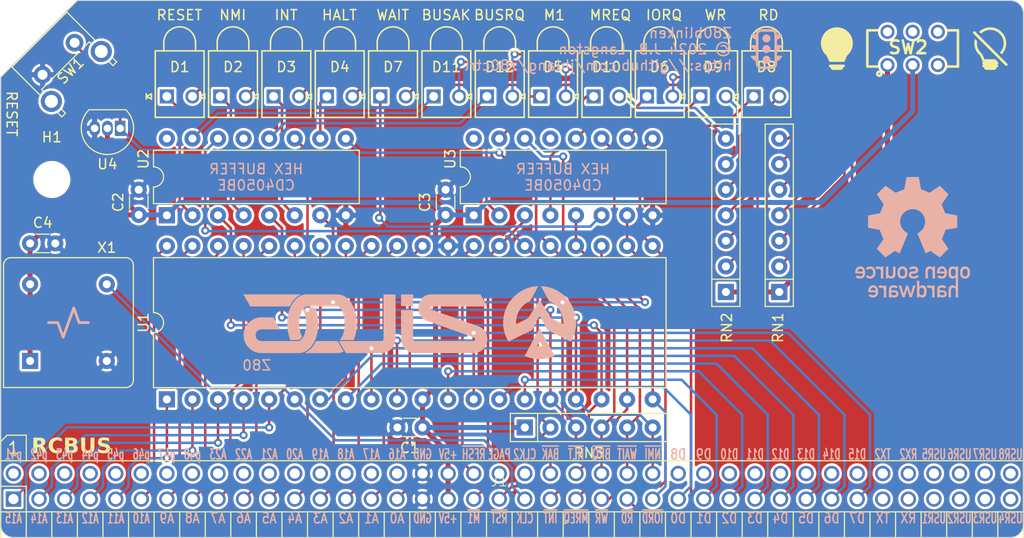
<source format=kicad_pcb>
(kicad_pcb (version 20221018) (generator pcbnew)
  (layers (0 "F.Cu" signal) (31 "B.Cu" signal) (34 "B.Paste" user) (35 "F.Paste" user) (36 "B.SilkS" user "B.Silkscreen") (37 "F.SilkS" user "F.Silkscreen") (38 "B.Mask" user) (39 "F.Mask" user) (44 "Edge.Cuts" user))
  (net 0 "")
  (net 1 "/USER3")
  (net 2 "/USER7")
  (net 3 "/USER2")
  (net 4 "/USER6")
  (net 5 "/USER1")
  (net 6 "/USER5")
  (net 7 "/D7")
  (net 8 "/D15")
  (net 9 "/D6")
  (net 10 "/D14")
  (net 11 "/D5")
  (net 12 "/D13")
  (net 13 "/D4")
  (net 14 "/D12")
  (net 15 "/D3")
  (net 16 "/D11")
  (net 17 "/D2")
  (net 18 "/D10")
  (net 19 "/D1")
  (net 20 "/D9")
  (net 21 "/D0")
  (net 22 "/D8")
  (net 23 "/~{IORQ}")
  (net 24 "/~{NMI}")
  (net 25 "/~{RD}")
  (net 26 "/~{WAIT}")
  (net 27 "/~{WR}")
  (net 28 "/~{BUSRQ}")
  (net 29 "/~{MREQ}")
  (net 30 "/~{HALT}")
  (net 31 "/~{INT}")
  (net 32 "/~{BUSACK}")
  (net 33 "/~{RESET}")
  (net 34 "/PAGE")
  (net 35 "/~{M1}")
  (net 36 "/~{RFSH}")
  (net 37 "/A0")
  (net 38 "/A16")
  (net 39 "/A1")
  (net 40 "/A17")
  (net 41 "/A2")
  (net 42 "/A18")
  (net 43 "/A3")
  (net 44 "/A19")
  (net 45 "/A4")
  (net 46 "/A20")
  (net 47 "/A5")
  (net 48 "/A21")
  (net 49 "/A6")
  (net 50 "/A22")
  (net 51 "/A7")
  (net 52 "/A23")
  (net 53 "/A8")
  (net 54 "/p48")
  (net 55 "/A9")
  (net 56 "/p47")
  (net 57 "/A10")
  (net 58 "/p46")
  (net 59 "/A11")
  (net 60 "/p45")
  (net 61 "/A12")
  (net 62 "/p44")
  (net 63 "/A13")
  (net 64 "/p43")
  (net 65 "/A14")
  (net 66 "/p42")
  (net 67 "/p41")
  (net 68 "/A15")
  (net 69 "/CLK")
  (net 70 "/CLK2")
  (net 71 "+5V")
  (net 72 "GND")
  (net 73 "Net-(D1-A)")
  (net 74 "Net-(D2-A)")
  (net 75 "Net-(D3-A)")
  (net 76 "Net-(D4-A)")
  (net 77 "Net-(D6-A)")
  (net 78 "Net-(D7-A)")
  (net 79 "Net-(D8-A)")
  (net 80 "Net-(D9-A)")
  (net 81 "Net-(D10-A)")
  (net 82 "/USER4")
  (net 83 "/USER8")
  (net 84 "/TX")
  (net 85 "/RX")
  (net 86 "/TX2")
  (net 87 "/RX2")
  (net 88 "Net-(D1-K)")
  (net 89 "Net-(D2-K)")
  (net 90 "Net-(D3-K)")
  (net 91 "Net-(D4-K)")
  (net 92 "Net-(D6-K)")
  (net 93 "Net-(D7-K)")
  (net 94 "Net-(D8-K)")
  (net 95 "Net-(D9-K)")
  (net 96 "Net-(D10-K)")
  (net 97 "Net-(D5-K)")
  (net 98 "Net-(D11-K)")
  (net 99 "Net-(D12-K)")
  (net 100 "Net-(D12-A)")
  (net 101 "Net-(D5-A)")
  (net 102 "Net-(D11-A)")
  (net 103 "Net-(RN1-common)")
  (footprint "Package_DIP:DIP-40_W15.24mm" (layer "F.Cu") (at 105.41 113.284 90)
    (fp_text reference "U1")
    (fp_text value "Z80CPU")
  )
  (footprint "Custom:LED_WP934CB&slash_GD_KNB" (layer "F.Cu") (at 163.702993 83.190801)
    (fp_text reference "D8")
    (fp_text value "LED")
  )
  (footprint "Package_DIP:DIP-16_W7.62mm" (layer "F.Cu") (at 135.89 94.996 90)
    (fp_text reference "U3")
    (fp_text value "4050")
  )
  (footprint "Package_TO_SOT_THT:TO-92_Inline" (layer "F.Cu") (at 100.771 86.36 180)
    (fp_text reference "U4")
    (fp_text value "MCP100-475D")
  )
  (footprint "Button_Switch_THT:SW_Tactile_SPST_Angled_PTS645Vx31-2LFS" (layer "F.Cu") (at 93.057969 81.035305 45)
    (fp_text reference "SW1")
    (fp_text value "RESET")
  )
  (footprint "SamacSys_Parts:JS202011CQN" (layer "F.Cu") (at 179.496502 78.421202)
    (fp_text reference "SW2")
    (fp_text value "SW_SPST" hide)
  )
  (footprint "Custom:LED_WP934CB&slash_GD_KNB" (layer "F.Cu") (at 126.607452 83.190801)
    (fp_text reference "D7")
    (fp_text value "LED")
  )
  (footprint "Capacitor_THT:C_Disc_D3.0mm_W1.6mm_P2.50mm" (layer "F.Cu") (at 91.821 97.79)
    (fp_text reference "C4")
    (fp_text value "0.1uf")
  )
  (footprint "Capacitor_THT:C_Disc_D3.0mm_W1.6mm_P2.50mm" (layer "F.Cu") (at 133.096 94.956 90)
    (fp_text reference "C3")
    (fp_text value "0.1uf")
  )
  (footprint "Custom:LED_WP934CB&slash_GD_KNB" (layer "F.Cu") (at 131.906815 83.190801)
    (fp_text reference "D11")
    (fp_text value "LED")
  )
  (footprint "Package_DIP:DIP-16_W7.62mm" (layer "F.Cu") (at 105.41 94.996 90)
    (fp_text reference "U2")
    (fp_text value "4050")
  )
  (footprint "Resistor_THT:R_Array_SIP7" (layer "F.Cu") (at 160.94363 102.616 90)
    (fp_text reference "RN2")
    (fp_text value "1K")
  )
  (footprint "Custom:LED_WP934CB&slash_GD_KNB" (layer "F.Cu") (at 116.008726 83.190801)
    (fp_text reference "D3")
    (fp_text value "LED")
  )
  (footprint "Custom:LED_WP934CB&slash_GD_KNB" (layer "F.Cu") (at 153.104267 83.190801)
    (fp_text reference "D6")
    (fp_text value "LED")
  )
  (footprint "Custom:LED_WP934CB&slash_GD_KNB" (layer "F.Cu") (at 121.308089 83.190801)
    (fp_text reference "D4")
    (fp_text value "LED")
  )
  (footprint "Capacitor_THT:C_Disc_D3.0mm_W1.6mm_P2.50mm" (layer "F.Cu") (at 102.616 94.956 90)
    (fp_text reference "C2")
    (fp_text value "0.1uf")
  )
  (footprint "MountingHole:MountingHole_3.2mm_M3" (layer "F.Cu") (at 93.98 91.44)
    (fp_text reference "H1")
    (fp_text value "MountingHole")
  )
  (footprint "Resistor_THT:R_Array_SIP7" (layer "F.Cu") (at 166.242993 102.616 90)
    (fp_text reference "RN1")
    (fp_text value "1K")
  )
  (footprint "Custom:LED_WP934CB&slash_GD_KNB" (layer "F.Cu") (at 105.41 83.190801)
    (fp_text reference "D1")
    (fp_text value "LED")
  )
  (footprint "Resistor_THT:R_Array_SIP6" (layer "F.Cu") (at 140.97 116.078)
    (fp_text reference "RN3")
    (fp_text value "10K")
  )
  (footprint "Custom:LED_WP934CB&slash_GD_KNB" (layer "F.Cu") (at 137.206178 83.190801)
    (fp_text reference "D12")
    (fp_text value "LED")
  )
  (footprint "Custom:RCBus-80" (layer "F.Cu") (at 138.43 121.92)
    (fp_text reference "J1")
    (fp_text value "RCBus-80")
  )
  (footprint "Oscillator:Oscillator_DIP-8" (layer "F.Cu") (at 91.821 109.469)
    (fp_text reference "X1")
    (fp_text value "CXO_DIP8")
  )
  (footprint "Capacitor_THT:C_Disc_D3.0mm_W1.6mm_P2.50mm" (layer "F.Cu") (at 130.81 116.078 180)
    (fp_text reference "C1")
    (fp_text value "0.1uf")
  )
  (footprint "Custom:LED_WP934CB&slash_GD_KNB" (layer "F.Cu") (at 158.40363 83.190801)
    (fp_text reference "D9")
    (fp_text value "LED")
  )
  (footprint "Custom:LED_WP934CB&slash_GD_KNB" (layer "F.Cu") (at 110.709363 83.190801)
    (fp_text reference "D2")
    (fp_text value "LED")
  )
  (footprint "Custom:LED_WP934CB&slash_GD_KNB" (layer "F.Cu") (at 142.505541 83.190801)
    (fp_text reference "D5")
    (fp_text value "LED")
  )
  (footprint "Custom:LED_WP934CB&slash_GD_KNB" (layer "F.Cu") (at 147.804904 83.190801)
    (fp_text reference "D10")
    (fp_text value "LED")
  )
  (gr_poly (pts (xy 178.465084 100.074376) (xy 178.44838 100.075058) (xy 178.432105 100.076175) (xy 178.416253 100.077712) (xy 178.400818 100.079652) (xy 178.385796 100.081979) (xy 178.371179 100.084679) (xy 178.356963 100.087734) (xy 178.343143 100.091129) (xy 178.329711 100.094848) (xy 178.316664 100.098875) (xy 178.303994 100.103194) (xy 178.291698 100.10779) (xy 178.279768 100.112646) (xy 178.268199 100.117747) (xy 178.256987 100.123076) (xy 178.235607 100.134357) (xy 178.215582 100.146363) (xy 178.196869 100.158965) (xy 178.179422 100.172036) (xy 178.163195 100.185451) (xy 178.148146 100.199081) (xy 178.134228 100.212799) (xy 178.121396 100.226478) (xy 178.104896 100.245378) (xy 178.089636 100.264456) (xy 178.075591 100.283944) (xy 178.062736 100.304078) (xy 178.051049 100.32509) (xy 178.040505 100.347213) (xy 178.031079 100.370682) (xy 178.022748 100.395729) (xy 178.015488 100.422589) (xy 178.009273 100.451494) (xy 178.004082 100.482679) (xy 177.999888 100.516377) (xy 177.996668 100.552821) (xy 177.994398 100.592245) (xy 177.993053 100.634883) (xy 177.99261 100.680967) (xy 177.993053 100.727437) (xy 177.994398 100.770415) (xy 177.996668 100.810137) (xy 177.999888 100.846839) (xy 178.004082 100.880759) (xy 178.009273 100.912131) (xy 178.015488 100.941193) (xy 178.022748 100.968181) (xy 178.031079 100.993331) (xy 178.040505 101.016879) (xy 178.051049 101.039062) (xy 178.062736 101.060117) (xy 178.075591 101.080278) (xy 178.089636 101.099783) (xy 178.104896 101.118869) (xy 178.121396 101.13777) (xy 178.134228 101.151448) (xy 178.148146 101.165162) (xy 178.163196 101.178786) (xy 178.179422 101.192191) (xy 178.196869 101.205253) (xy 178.215582 101.217844) (xy 178.235607 101.229837) (xy 178.256987 101.241106) (xy 178.279768 101.251524) (xy 178.303994 101.260964) (xy 178.329711 101.269299) (xy 178.356963 101.276403) (xy 178.385796 101.282149) (xy 178.416253 101.28641) (xy 178.44838 101.28906) (xy 178.482222 101.289971) (xy 178.499348 101.289741) (xy 178.516041 101.28906) (xy 178.532305 101.287944) (xy 178.548147 101.28641) (xy 178.563573 101.284473) (xy 178.578587 101.282149) (xy 178.593196 101.279454) (xy 178.607404 101.276403) (xy 178.621218 101.273013) (xy 178.634644 101.269299) (xy 178.647685 101.265277) (xy 178.66035 101.260964) (xy 178.672642 101.256374) (xy 178.684567 101.251524) (xy 178.696132 101.246429) (xy 178.707341 101.241106) (xy 178.728716 101.229838) (xy 178.748736 101.217844) (xy 178.767447 101.205253) (xy 178.784892 101.192192) (xy 178.801117 101.178786) (xy 178.816166 101.165163) (xy 178.830084 101.151448) (xy 178.842916 101.13777) (xy 178.859417 101.118869) (xy 178.874682 101.099786) (xy 178.888733 101.080283) (xy 178.901596 101.060125) (xy 178.913293 101.039075) (xy 178.923849 101.016896) (xy 178.933286 100.993352) (xy 178.941629 100.968205) (xy 178.948902 100.94122) (xy 178.955128 100.91216) (xy 178.960332 100.880788) (xy 178.964536 100.846867) (xy 178.967764 100.810161) (xy 178.97004 100.770434) (xy 178.971389 100.727448) (xy 178.971833 100.680967) (xy 178.732849 100.680967) (xy 178.73268 100.712025) (xy 178.732157 100.740325) (xy 178.731255 100.766078) (xy 178.729951 100.789492) (xy 178.728221 100.810777) (xy 178.72604 100.830144) (xy 178.723385 100.847802) (xy 178.720232 100.863959) (xy 178.716556 100.878828) (xy 178.712334 100.892616) (xy 178.707541 100.905533) (xy 178.702153 100.91779) (xy 178.696147 100.929595) (xy 178.689499 100.941159) (xy 178.682184 100.952692) (xy 178.674178 100.964402) (xy 178.667155 100.973497) (xy 178.659242 100.982277) (xy 178.650487 100.990704) (xy 178.640938 100.998741) (xy 178.630645 101.006351) (xy 178.619656 101.013496) (xy 178.608021 101.020138) (xy 178.595786 101.026241) (xy 178.583003 101.031765) (xy 178.569718 101.036675) (xy 178.555982 101.040933) (xy 178.541842 101.0445) (xy 178.527347 101.04734) (xy 178.512546 101.049415) (xy 178.497489 101.050687) (xy 178.482223 101.05112) (xy 178.466935 101.050686) (xy 178.451861 101.049412) (xy 178.437048 101.047334) (xy 178.422546 101.04449) (xy 178.408401 101.040919) (xy 178.394662 101.036658) (xy 178.381376 101.031744) (xy 178.368592 101.026215) (xy 178.356358 101.02011) (xy 178.344721 101.013467) (xy 178.33373 101.006322) (xy 178.323432 100.998713) (xy 178.313876 100.990679) (xy 178.305109 100.982258) (xy 178.297179 100.973486) (xy 178.293543 100.968981) (xy 178.290135 100.964402) (xy 178.282131 100.952692) (xy 178.27482 100.941164) (xy 178.268178 100.929611) (xy 178.26218 100.917826) (xy 178.256803 100.905604) (xy 178.252021 100.892738) (xy 178.24781 100.879021) (xy 178.244147 100.864249) (xy 178.241006 100.848214) (xy 178.238363 100.830709) (xy 178.236193 100.81153) (xy 178.234473 100.790469) (xy 178.233177 100.76732) (xy 178.232282 100.741877) (xy 178.231596 100.683283) (xy 178.231763 100.652223) (xy 178.232282 100.623919) (xy 178.233177 100.598161) (xy 178.234473 100.574739) (xy 178.236193 100.553446) (xy 178.238363 100.53407) (xy 178.241006 100.516405) (xy 178.244147 100.50024) (xy 178.24781 100.485367) (xy 178.252021 100.471575) (xy 178.256803 100.458657) (xy 178.26218 100.446403) (xy 178.268178 100.434604) (xy 178.27482 100.423051) (xy 178.282131 100.411535) (xy 178.290135 100.399847) (xy 178.297179 100.390752) (xy 178.305109 100.381972) (xy 178.313876 100.373545) (xy 178.323432 100.365508) (xy 178.33373 100.357898) (xy 178.344721 100.350753) (xy 178.356358 100.344111) (xy 178.368592 100.338008) (xy 178.381376 100.332484) (xy 178.394662 100.327574) (xy 178.408401 100.323316) (xy 178.422546 100.319749) (xy 178.437048 100.316909) (xy 178.451861 100.314834) (xy 178.466935 100.313562) (xy 178.482223 100.313129) (xy 178.497489 100.313562) (xy 178.512546 100.314837) (xy 178.527347 100.316915) (xy 178.541842 100.319758) (xy 178.555982 100.32333) (xy 178.569718 100.327591) (xy 178.583003 100.332505) (xy 178.595786 100.338033) (xy 178.608021 100.344138) (xy 178.619656 100.350782) (xy 178.630645 100.357927) (xy 178.640938 100.365536) (xy 178.650487 100.37357) (xy 178.659242 100.381991) (xy 178.667155 100.390763) (xy 178.670781 100.395268) (xy 178.674178 100.399847) (xy 178.682184 100.411535) (xy 178.689499 100.423047) (xy 178.696147 100.434589) (xy 178.702153 100.446367) (xy 178.707541 100.458587) (xy 178.712334 100.471453) (xy 178.716556 100.485173) (xy 178.720232 100.499951) (xy 178.723385 100.515993) (xy 178.72604 100.533505) (xy 178.728221 100.552693) (xy 178.729951 100.573762) (xy 178.731255 100.596919) (xy 178.732157 100.622368) (xy 178.732849 100.680967) (xy 178.971833 100.680967) (xy 178.971389 100.634883) (xy 178.97004 100.592248) (xy 178.967764 100.552827) (xy 178.964536 100.516386) (xy 178.960332 100.482693) (xy 178.955128 100.451512) (xy 178.948902 100.42261) (xy 178.941629 100.395754) (xy 178.933286 100.370709) (xy 178.923849 100.347242) (xy 178.913293 100.325119) (xy 178.901596 100.304106) (xy 178.888733 100.283969) (xy 178.874682 100.264475) (xy 178.859417 100.245389) (xy 178.842916 100.226478) (xy 178.830084 100.212799) (xy 178.816166 100.199081) (xy 178.801117 100.185451) (xy 178.784892 100.172037) (xy 178.767447 100.158965) (xy 178.748736 100.146363) (xy 178.728716 100.134358) (xy 178.707341 100.123077) (xy 178.684567 100.112646) (xy 178.660349 100.103195) (xy 178.634643 100.094848) (xy 178.607404 100.087734) (xy 178.578587 100.08198) (xy 178.548147 100.077712) (xy 178.516041 100.075058) (xy 178.482222 100.074145)) (fill solid) (layer "B.SilkS"))
  (gr_poly (pts (xy 177.57693 101.95135) (xy 177.525433 101.954974) (xy 177.476396 101.961186) (xy 177.452852 101.965307) (xy 177.429983 101.970127) (xy 177.40781 101.975664) (xy 177.386353 101.981936) (xy 177.365633 101.98896) (xy 177.34567 101.996754) (xy 177.326484 102.005336) (xy 177.308094 102.014723) (xy 177.290522 102.024932) (xy 177.273788 102.035981) (xy 177.257911 102.047888) (xy 177.242912 102.060671) (xy 177.228811 102.074346) (xy 177.215628 102.088931) (xy 177.203384 102.104445) (xy 177.192099 102.120904) (xy 177.181793 102.138326) (xy 177.172485 102.156728) (xy 177.164197 102.176129) (xy 177.156949 102.196546) (xy 177.15076 102.217996) (xy 177.145651 102.240497) (xy 177.141643 102.264066) (xy 177.138754 102.288721) (xy 177.137006 102.31448) (xy 177.136419 102.34136) (xy 177.136419 103.151911) (xy 177.37547 103.151911) (xy 177.37547 103.046474) (xy 177.3801 103.046474) (xy 177.389724 103.061344) (xy 177.400187 103.075179) (xy 177.411557 103.087987) (xy 177.423902 103.099781) (xy 177.437292 103.110571) (xy 177.451793 103.120367) (xy 177.467474 103.12918) (xy 177.484404 103.13702) (xy 177.502651 103.143899) (xy 177.522284 103.149826) (xy 177.54337 103.154812) (xy 177.565977 103.158868) (xy 177.590176 103.162004) (xy 177.616032 103.164231) (xy 177.643616 103.16556) (xy 177.672994 103.166) (xy 177.697487 103.165544) (xy 177.721328 103.164187) (xy 177.744507 103.16195) (xy 177.767016 103.158853) (xy 177.788848 103.154915) (xy 177.809994 103.150156) (xy 177.830447 103.144595) (xy 177.850197 103.138253) (xy 177.869237 103.131149) (xy 177.887559 103.123303) (xy 177.905154 103.114735) (xy 177.922014 103.105463) (xy 177.938132 103.095509) (xy 177.953498 103.084892) (xy 177.968105 103.073631) (xy 177.981945 103.061746) (xy 177.99501 103.049258) (xy 178.00729 103.036185) (xy 178.018779 103.022547) (xy 178.029468 103.008365) (xy 178.039348 102.993657) (xy 178.048412 102.978445) (xy 178.056652 102.962746) (xy 178.064059 102.946582) (xy 178.070625 102.929971) (xy 178.076342 102.912934) (xy 178.081202 102.89549) (xy 178.085197 102.877659) (xy 178.088318 102.859461) (xy 178.090558 102.840915) (xy 178.091907 102.822042) (xy 178.092359 102.80286) (xy 178.092105 102.791151) (xy 177.867331 102.791151) (xy 177.866581 102.805947) (xy 177.864295 102.820438) (xy 177.860424 102.834532) (xy 177.854915 102.848141) (xy 177.851531 102.854735) (xy 177.847718 102.861175) (xy 177.84347 102.867449) (xy 177.83878 102.873545) (xy 177.833643 102.879453) (xy 177.828052 102.885161) (xy 177.822 102.890659) (xy 177.815481 102.895935) (xy 177.808489 102.900977) (xy 177.801016 102.905775) (xy 177.793058 102.910318) (xy 177.784607 102.914594) (xy 177.775657 102.918592) (xy 177.766201 102.922301) (xy 177.756233 102.92571) (xy 177.745748 102.928808) (xy 177.723196 102.934025) (xy 177.698494 102.937861) (xy 177.671591 102.940229) (xy 177.642435 102.941038) (xy 177.606626 102.940756) (xy 177.573798 102.939772) (xy 177.543859 102.937876) (xy 177.516717 102.934858) (xy 177.504165 102.932863) (xy 177.492278 102.930509) (xy 177.481043 102.92777) (xy 177.47045 102.924619) (xy 177.460486 102.92103) (xy 177.451141 102.916978) (xy 177.442402 102.912436) (xy 177.434257 102.907378) (xy 177.426696 102.901777) (xy 177.419707 102.895607) (xy 177.413278 102.888843) (xy 177.407397 102.881458) (xy 177.402054 102.873425) (xy 177.397236 102.864719) (xy 177.392931 102.855314) (xy 177.389129 102.845182) (xy 177.385818 102.834299) (xy 177.382985 102.822638) (xy 177.380621 102.810172) (xy 177.378712 102.796876) (xy 177.377247 102.782722) (xy 177.376215 102.767686) (xy 177.375605 102.751741) (xy 177.375404 102.73486) (xy 177.375405 102.73486) (xy 177.375405 102.648144) (xy 177.661155 102.648144) (xy 177.674113 102.648308) (xy 177.686634 102.648797) (xy 177.698719 102.649606) (xy 177.71037 102.650732) (xy 177.721589 102.652168) (xy 177.732377 102.65391) (xy 177.742736 102.655954) (xy 177.752668 102.658294) (xy 177.762175 102.660926) (xy 177.771258 102.663845) (xy 177.779919 102.667047) (xy 177.78816 102.670527) (xy 177.795982 102.67428) (xy 177.803387 102.6783) (xy 177.810376 102.682585) (xy 177.816953 102.687128) (xy 177.823117 102.691925) (xy 177.828872 102.696972) (xy 177.834218 102.702263) (xy 177.839157 102.707794) (xy 177.843692 102.71356) (xy 177.847823 102.719557) (xy 177.851552 102.725779) (xy 177.854882 102.732222) (xy 177.857814 102.738881) (xy 177.860349 102.745752) (xy 177.86249 102.752829) (xy 177.864237 102.760109) (xy 177.865593 102.767585) (xy 177.86656 102.775254) (xy 177.867139 102.783111) (xy 177.867331 102.791151) (xy 178.092105 102.791151) (xy 178.091975 102.785161) (xy 178.090822 102.767651) (xy 178.088903 102.750353) (xy 178.086219 102.733293) (xy 178.08277 102.716495) (xy 178.07856 102.699983) (xy 178.073587 102.683782) (xy 178.067855 102.667916) (xy 178.061364 102.65241) (xy 178.054117 102.637289) (xy 178.046113 102.622576) (xy 178.037354 102.608297) (xy 178.027843 102.594476) (xy 178.017579 102.581136) (xy 178.006565 102.568304) (xy 177.994802 102.556003) (xy 177.982291 102.544258) (xy 177.969034 102.533093) (xy 177.955031 102.522533) (xy 177.940285 102.512602) (xy 177.924796 102.503325) (xy 177.908566 102.494726) (xy 177.891597 102.486829) (xy 177.873889 102.47966) (xy 177.855444 102.473243) (xy 177.836263 102.467602) (xy 177.816348 102.462761) (xy 177.795699 102.458746) (xy 177.774319 102.45558) (xy 177.752209 102.453289) (xy 177.72937 102.451896) (xy 177.705803 102.451426) (xy 177.37547 102.451426) (xy 177.37547 102.327271) (xy 177.376328 102.307041) (xy 177.377406 102.297547) (xy 177.378925 102.28846) (xy 177.380888 102.279774) (xy 177.3833 102.271482) (xy 177.386166 102.263579) (xy 177.389491 102.256058) (xy 177.393279 102.248915) (xy 177.397535 102.242142) (xy 177.402264 102.235734) (xy 177.407471 102.229686) (xy 177.413159 102.22399) (xy 177.419335 102.218641) (xy 177.426002 102.213634) (xy 177.433166 102.208961) (xy 177.440831 102.204618) (xy 177.449001 102.200598) (xy 177.466879 102.193505) (xy 177.486837 102.187633) (xy 177.508913 102.182936) (xy 177.533145 102.179365) (xy 177.55957 102.176873) (xy 177.588226 102.175413) (xy 177.619151 102.174937) (xy 177.641673 102.175218) (xy 177.662727 102.176082) (xy 177.682387 102.177558) (xy 177.700724 102.179678) (xy 177.709419 102.180989) (xy 177.71781 102.182472) (xy 177.725907 102.184131) (xy 177.733719 102.18597) (xy 177.741254 102.187993) (xy 177.748522 102.190204) (xy 177.755531 102.192606) (xy 177.762291 102.195203) (xy 177.768811 102.197999) (xy 177.775099 102.200998) (xy 177.781165 102.204203) (xy 177.787019 102.207619) (xy 177.792667 102.21125) (xy 177.798121 102.215098) (xy 177.803389 102.219169) (xy 177.80848 102.223465) (xy 177.813402 102.22799) (xy 177.818166 102.232749) (xy 177.822779 102.237745) (xy 177.827252 102.242983) (xy 177.831593 102.248465) (xy 177.835811 102.254195) (xy 177.839916 102.260178) (xy 177.843915 102.266417) (xy 178.031372 102.123542) (xy 178.013775 102.100731) (xy 177.995231 102.079743) (xy 177.975731 102.06053) (xy 177.955266 102.043042) (xy 177.933824 102.027232) (xy 177.911396 102.013051) (xy 177.887973 102.00045) (xy 177.863544 101.989381) (xy 177.8381 101.979796) (xy 177.81163 101.971646) (xy 177.784125 101.964883) (xy 177.755576 101.959458) (xy 177.725971 101.955323) (xy 177.695301 101.95243) (xy 177.663556 101.950729) (xy 177.630727 101.950173)) (fill solid) (layer "B.SilkS"))
  (gr_poly (pts (xy 179.920629 103.151911) (xy 180.159548 103.151911) (xy 180.159548 103.027755) (xy 180.174006 103.042802) (xy 180.189255 103.057206) (xy 180.20526 103.070921) (xy 180.221986 103.083902) (xy 180.2394 103.096104) (xy 180.257466 103.107482) (xy 180.276151 103.117991) (xy 180.295419 103.127585) (xy 180.315238 103.13622) (xy 180.335571 103.143849) (xy 180.356385 103.150429) (xy 180.377646 103.155914) (xy 180.399319 103.160259) (xy 180.421369 103.163418) (xy 180.443762 103.165346) (xy 180.466465 103.165999) (xy 180.479966 103.165808) (xy 180.493233 103.165241) (xy 180.506268 103.164304) (xy 180.519071 103.163006) (xy 180.531641 103.161354) (xy 180.543981 103.159357) (xy 180.556089 103.157021) (xy 180.567966 103.154355) (xy 180.579614 103.151367) (xy 180.591032 103.148063) (xy 180.60222 103.144453) (xy 180.61318 103.140543) (xy 180.623911 103.136341) (xy 180.634415 103.131855) (xy 180.65474 103.122062) (xy 180.67416 103.111226) (xy 180.692676 103.099408) (xy 180.710294 103.08667) (xy 180.727016 103.073075) (xy 180.742847 103.058683) (xy 180.757789 103.043557) (xy 180.771847 103.027759) (xy 180.785023 103.01135) (xy 180.796784 102.995566) (xy 180.807486 102.979621) (xy 180.817172 102.963191) (xy 180.825883 102.945948) (xy 180.833659 102.927566) (xy 180.840543 102.907721) (xy 180.846575 102.886085) (xy 180.851797 102.862332) (xy 180.85625 102.836137) (xy 180.859976 102.807174) (xy 180.863015 102.775116) (xy 180.865409 102.739637) (xy 180.868427 102.657114) (xy 180.869359 102.556995) (xy 180.63044 102.556995) (xy 180.630254 102.591639) (xy 180.629498 102.626012) (xy 180.627877 102.659843) (xy 180.625097 102.692861) (xy 180.620862 102.724795) (xy 180.618106 102.740271) (xy 180.614876 102.755374) (xy 180.611135 102.770071) (xy 180.606845 102.784327) (xy 180.601971 102.798109) (xy 180.596474 102.811383) (xy 180.590319 102.824115) (xy 180.583468 102.836271) (xy 180.575884 102.847817) (xy 180.567531 102.85872) (xy 180.558371 102.868945) (xy 180.548368 102.878458) (xy 180.537484 102.887226) (xy 180.525684 102.895216) (xy 180.512929 102.902392) (xy 180.499184 102.908721) (xy 180.484411 102.914169) (xy 180.468573 102.918703) (xy 180.451633 102.922288) (xy 180.433555 102.924891) (xy 180.414302 102.926478) (xy 180.393837 102.927014) (xy 180.373581 102.926445) (xy 180.354525 102.924763) (xy 180.336632 102.92201) (xy 180.319865 102.918226) (xy 180.304187 102.91345) (xy 180.289563 102.907723) (xy 180.275955 102.901086) (xy 180.263328 102.893579) (xy 180.251644 102.885241) (xy 180.240868 102.876114) (xy 180.230963 102.866237) (xy 180.221892 102.85565) (xy 180.21362 102.844395) (xy 180.206108 102.832511) (xy 180.199322 102.820038) (xy 180.193225 102.807018) (xy 180.187779 102.793489) (xy 180.182949 102.779493) (xy 180.17499 102.750259) (xy 180.169056 102.719637) (xy 180.164855 102.68795) (xy 180.162096 102.655521) (xy 180.160486 102.62267) (xy 180.159548 102.556995) (xy 180.159734 102.524674) (xy 180.160486 102.492073) (xy 180.162096 102.459519) (xy 180.164855 102.427337) (xy 180.169056 102.395855) (xy 180.171788 102.380477) (xy 180.17499 102.365398) (xy 180.178698 102.350656) (xy 180.182949 102.336292) (xy 180.187779 102.322349) (xy 180.193225 102.308866) (xy 180.199322 102.295883) (xy 180.206108 102.283443) (xy 180.21362 102.271586) (xy 180.221892 102.260352) (xy 180.230963 102.249782) (xy 180.240868 102.239917) (xy 180.251644 102.230799) (xy 180.263328 102.222467) (xy 180.275955 102.214962) (xy 180.289563 102.208326) (xy 180.304187 102.202598) (xy 180.319865 102.197821) (xy 180.336632 102.194034) (xy 180.354525 102.191279) (xy 180.373581 102.189596) (xy 180.393837 102.189026) (xy 180.414302 102.189562) (xy 180.433555 102.19115) (xy 180.451633 102.193753) (xy 180.468573 102.197338) (xy 180.484411 102.201871) (xy 180.499184 102.207317) (xy 180.512929 102.213641) (xy 180.525684 102.220811) (xy 180.537484 102.22879) (xy 180.548368 102.237546) (xy 180.558371 102.247043) (xy 180.567531 102.257247) (xy 180.575884 102.268124) (xy 180.583468 102.27964) (xy 180.590319 102.29176) (xy 180.596474 102.30445) (xy 180.601971 102.317676) (xy 180.606845 102.331403) (xy 180.614876 102.360223) (xy 180.620862 102.390637) (xy 180.625097 102.422369) (xy 180.627877 102.455146) (xy 180.629498 102.488692) (xy 180.63044 102.556995) (xy 180.869359 102.556995) (xy 180.869133 102.504934) (xy 180.868427 102.457554) (xy 180.867199 102.41453) (xy 180.865409 102.37554) (xy 180.863015 102.340262) (xy 180.859976 102.308373) (xy 180.85625 102.279549) (xy 180.851797 102.253468) (xy 180.846575 102.229807) (xy 180.843663 102.218783) (xy 180.840543 102.208244) (xy 180.83721 102.198147) (xy 180.833659 102.188454) (xy 180.829885 102.179124) (xy 180.825883 102.170116) (xy 180.817172 102.152907) (xy 180.807486 102.136503) (xy 180.796784 102.120583) (xy 180.785023 102.104822) (xy 180.771847 102.088391) (xy 180.757789 102.072577) (xy 180.742847 102.05744) (xy 180.727016 102.043042) (xy 180.710294 102.029444) (xy 180.692676 102.016707) (xy 180.67416 102.004892) (xy 180.65474 101.994061) (xy 180.634415 101.984275) (xy 180.61318 101.975595) (xy 180.591032 101.968082) (xy 180.567966 101.961798) (xy 180.543981 101.956804) (xy 180.519071 101.953161) (xy 180.493233 101.95093) (xy 180.466465 101.950173) (xy 180.443917 101.950825) (xy 180.421947 101.952754) (xy 180.400526 101.955918) (xy 180.379627 101.960276) (xy 180.359223 101.965787) (xy 180.339286 101.97241) (xy 180.319789 101.980104) (xy 180.300703 101.988828) (xy 180.282002 101.998539) (xy 180.263658 102.009198) (xy 180.245643 102.020762) (xy 180.22793 102.033192) (xy 180.210492 102.046445) (xy 180.1933 102.06048) (xy 180.176328 102.075257) (xy 180.159548 102.090733) (xy 180.159548 101.483911) (xy 179.920629 101.483911)) (fill solid) (layer "B.SilkS"))
  (gr_poly (pts (xy 178.934316 91.194064) (xy 178.931797 91.194251) (xy 178.929292 91.194559) (xy 178.926802 91.194985) (xy 178.924333 91.195526) (xy 178.921887 91.196178) (xy 178.919469 91.196939) (xy 178.917081 91.197805) (xy 178.914729 91.198774) (xy 178.912415 91.199842) (xy 178.910144 91.201007) (xy 178.907919 91.202264) (xy 178.905743 91.203612) (xy 178.903621 91.205047) (xy 178.901556 91.206565) (xy 178.899553 91.208164) (xy 178.897614 91.209841) (xy 178.895743 91.211593) (xy 178.893945 91.213416) (xy 178.892222 91.215308) (xy 178.890579 91.217265) (xy 178.88902 91.219284) (xy 178.887548 91.221362) (xy 178.886166 91.223497) (xy 178.884879 91.225684) (xy 178.883691 91.227922) (xy 178.882604 91.230206) (xy 178.881623 91.232534) (xy 178.880752 91.234903) (xy 178.879994 91.237309) (xy 178.879353 91.239749) (xy 178.878832 91.242221) (xy 178.66948 92.366899) (xy 178.668951 92.369391) (xy 178.668309 92.371892) (xy 178.6667 92.376901) (xy 178.66468 92.381895) (xy 178.662278 92.386841) (xy 178.659522 92.391705) (xy 178.656441 92.396456) (xy 178.653062 92.401061) (xy 178.649414 92.405487) (xy 178.645524 92.409701) (xy 178.641422 92.413671) (xy 178.637135 92.417363) (xy 178.632692 92.420747) (xy 178.62812 92.423788) (xy 178.623449 92.426454) (xy 178.621084 92.427636) (xy 178.618705 92.428713) (xy 178.616315 92.429679) (xy 178.613918 92.430531) (xy 177.86012 92.739101) (xy 177.855437 92.741163) (xy 177.850471 92.742885) (xy 177.845265 92.74427) (xy 177.839862 92.745322) (xy 177.834308 92.746043) (xy 177.828645 92.746437) (xy 177.822917 92.746506) (xy 177.817167 92.746254) (xy 177.81144 92.745682) (xy 177.80578 92.744796) (xy 177.800229 92.743596) (xy 177.794832 92.742087) (xy 177.789632 92.740272) (xy 177.784673 92.738153) (xy 177.779998 92.735733) (xy 177.775652 92.733016) (xy 176.836051 92.088226) (xy 176.833934 92.086848) (xy 176.831755 92.085576) (xy 176.829518 92.084412) (xy 176.827228 92.083354) (xy 176.82489 92.082402) (xy 176.822508 92.081555) (xy 176.820087 92.080814) (xy 176.817632 92.080177) (xy 176.815148 92.079645) (xy 176.81264 92.079216) (xy 176.80757 92.078669) (xy 176.802459 92.078531) (xy 176.797347 92.078801) (xy 176.792271 92.079473) (xy 176.78727 92.080545) (xy 176.782382 92.082013) (xy 176.779992 92.082894) (xy 176.777645 92.083873) (xy 176.775345 92.08495) (xy 176.773097 92.086123) (xy 176.770907 92.087393) (xy 176.768778 92.088758) (xy 176.766715 92.090219) (xy 176.764724 92.091776) (xy 176.762809 92.093427) (xy 176.760975 92.095172) (xy 175.969672 92.886474) (xy 175.967927 92.888309) (xy 175.966278 92.890224) (xy 175.964723 92.892216) (xy 175.963264 92.89428) (xy 175.961901 92.89641) (xy 175.960635 92.898603) (xy 175.958392 92.903154) (xy 175.95654 92.907896) (xy 175.95508 92.91279) (xy 175.954016 92.917797) (xy 175.953351 92.922879) (xy 175.953087 92.927998) (xy 175.953228 92.933114) (xy 175.953776 92.93819) (xy 175.954734 92.943187) (xy 175.956105 92.948067) (xy 175.956947 92.95045) (xy 175.957893 92.95279) (xy 175.958943 92.955082) (xy 175.960099 92.95732) (xy 175.96136 92.959499) (xy 175.962728 92.961616) (xy 176.596273 93.885012) (xy 176.598997 93.889376) (xy 176.601416 93.894058) (xy 176.603525 93.899015) (xy 176.605322 93.904203) (xy 176.606805 93.909581) (xy 176.60797 93.915106) (xy 176.608814 93.920736) (xy 176.609337 93.926427) (xy 176.609533 93.932138) (xy 176.609401 93.937826) (xy 176.608938 93.943448) (xy 176.608142 93.948961) (xy 176.607009 93.954324) (xy 176.605537 93.959494) (xy 176.603723 93.964428) (xy 176.601564 93.969083) (xy 176.268255 94.746693) (xy 176.266351 94.751468) (xy 176.264011 94.756199) (xy 176.261267 94.760859) (xy 176.258152 94.765418) (xy 176.2547 94.769849) (xy 176.250943 94.774123) (xy 176.246915 94.778213) (xy 176.242648 94.78209) (xy 176.238176 94.785726) (xy 176.233531 94.789092) (xy 176.228747 94.792161) (xy 176.223857 94.794905) (xy 176.218894 94.797294) (xy 176.21389 94.799302) (xy 176.208879 94.800899) (xy 176.203895 94.802058) (xy 175.116524 95.004265) (xy 175.114058 95.004798) (xy 175.111623 95.00545) (xy 175.109222 95.006217) (xy 175.106859 95.007097) (xy 175.104535 95.008086) (xy 175.102256 95.009179) (xy 175.100022 95.010374) (xy 175.097839 95.011666) (xy 175.093633 95.014529) (xy 175.089664 95.017738) (xy 175.085956 95.021263) (xy 175.082533 95.025076) (xy 175.079422 95.029148) (xy 175.076646 95.033448) (xy 175.074231 95.037947) (xy 175.073166 95.040262) (xy 175.072201 95.042616) (xy 175.071339 95.045006) (xy 175.070582 95.047426) (xy 175.069934 95.049875) (xy 175.069398 95.052348) (xy 175.068977 95.054841) (xy 175.068674 95.057351) (xy 175.068493 95.059874) (xy 175.068436 95.062407) (xy 175.068568 96.181528) (xy 175.068631 96.184056) (xy 175.068819 96.186575) (xy 175.069128 96.189082) (xy 175.069555 96.191574) (xy 175.070097 96.194047) (xy 175.070751 96.196496) (xy 175.071514 96.198918) (xy 175.072382 96.201309) (xy 175.073353 96.203666) (xy 175.074423 96.205984) (xy 175.075589 96.20826) (xy 175.076849 96.210491) (xy 175.078199 96.212671) (xy 175.079635 96.214798) (xy 175.081156 96.216868) (xy 175.082756 96.218876) (xy 175.084435 96.22082) (xy 175.086188 96.222694) (xy 175.088012 96.224497) (xy 175.089904 96.226223) (xy 175.091861 96.227869) (xy 175.09388 96.229431) (xy 175.095958 96.230905) (xy 175.098092 96.232288) (xy 175.100278 96.233576) (xy 175.102513 96.234764) (xy 175.104795 96.23585) (xy 175.10712 96.236829) (xy 175.109485 96.237698) (xy 175.111886 96.238453) (xy 175.114322 96.239089) (xy 175.116788 96.239604) (xy 176.177437 96.436983) (xy 176.179934 96.437495) (xy 176.182436 96.438123) (xy 176.18494 96.438862) (xy 176.187441 96.439711) (xy 176.192419 96.441718) (xy 176.19734 96.444115) (xy 176.202171 96.446874) (xy 176.206881 96.449964) (xy 176.211438 96.453358) (xy 176.21581 96.457026) (xy 176.219966 96.460939) (xy 176.223875 96.465067) (xy 176.227503 96.469383) (xy 176.23082 96.473856) (xy 176.233795 96.478458) (xy 176.236394 96.483159) (xy 176.238587 96.487931) (xy 176.239521 96.490335) (xy 176.240342 96.492745) (xy 176.571467 97.319898) (xy 176.573516 97.324603) (xy 176.575224 97.329586) (xy 176.576594 97.334803) (xy 176.577631 97.340212) (xy 176.578336 97.345769) (xy 176.578715 97.351432) (xy 176.57877 97.357157) (xy 176.578504 97.362901) (xy 176.577921 97.368621) (xy 176.577025 97.374274) (xy 176.575818 97.379816) (xy 176.574305 97.385206) (xy 176.572488 97.390398) (xy 176.570371 97.395351) (xy 176.567957 97.400022) (xy 176.56525 97.404366) (xy 175.962729 98.28232) (xy 175.96135 98.284437) (xy 175.960078 98.286617) (xy 175.958914 98.288856) (xy 175.957856 98.291149) (xy 175.956904 98.29349) (xy 175.956057 98.295876) (xy 175.955316 98.2983) (xy 175.954679 98.300759) (xy 175.954147 98.303248) (xy 175.953718 98.305761) (xy 175.953171 98.310843) (xy 175.953034 98.315965) (xy 175.953303 98.32109) (xy 175.953975 98.326178) (xy 175.955047 98.331191) (xy 175.956515 98.33609) (xy 175.957396 98.338485) (xy 175.958375 98.340837) (xy 175.959451 98.343142) (xy 175.960625 98.345393) (xy 175.961894 98.347588) (xy 175.96326 98.34972) (xy 175.964721 98.351784) (xy 175.966277 98.353777) (xy 175.967928 98.355693) (xy 175.969673 98.357528) (xy 176.761108 99.14883) (xy 176.762931 99.150563) (xy 176.764836 99.152203) (xy 176.766818 99.153749) (xy 176.768873 99.155201) (xy 176.770996 99.156557) (xy 176.773182 99.157819) (xy 176.777722 99.160055) (xy 176.782457 99.161904) (xy 176.787345 99.163364) (xy 176.79235 99.164432) (xy 176.797431 99.165102) (xy 176.80255 99.165373) (xy 176.807668 99.16524) (xy 176.812747 99.164701) (xy 176.817747 99.16375) (xy 176.822629 99.162386) (xy 176.825014 99.161548) (xy 176.827355 99.160605) (xy 176.829648 99.159557) (xy 176.831887 99.158403) (xy 176.834067 99.157142) (xy 176.836184 99.155776) (xy 177.698659 98.563837) (xy 177.702995 98.561138) (xy 177.707638 98.558772) (xy 177.712548 98.556738) (xy 177.717681 98.555039) (xy 177.722995 98.553675) (xy 177.728448 98.552647) (xy 177.733999 98.551955) (xy 177.739604 98.5516) (xy 177.745221 98.551583) (xy 177.750809 98.551905) (xy 177.756324 98.552566) (xy 177.761725 98.553568) (xy 177.76697 98.554911) (xy 177.772016 98.556595) (xy 177.77682 98.558622) (xy 177.781342 98.560993) (xy 178.16168 98.76406) (xy 178.163954 98.765142) (xy 178.166248 98.766092) (xy 178.168556 98.766914) (xy 178.170875 98.767607) (xy 178.173201 98.768175) (xy 178.17553 98.768617) (xy 178.177858 98.768936) (xy 178.180181 98.769133) (xy 178.182496 98.769209) (xy 178.184798 98.769167) (xy 178.187083 98.769006) (xy 178.189347 98.76873) (xy 178.191587 98.768339) (xy 178.193798 98.767834) (xy 178.195976 98.767218) (xy 178.198118 98.766491) (xy 178.20022 98.765656) (xy 178.202277 98.764713) (xy 178.204285 98.763664) (xy 178.206241 98.76251) (xy 178.208141 98.761254) (xy 178.209981 98.759895) (xy 178.211756 98.758437) (xy 178.213463 98.75688) (xy 178.215098 98.755225) (xy 178.216657 98.753475) (xy 178.218135 98.75163) (xy 178.21953 98.749692) (xy 178.220836 98.747663) (xy 178.222051 98.745544) (xy 178.223169 98.743337) (xy 178.224188 98.741042) (xy 179.008347 96.846096) (xy 179.009254 96.843739) (xy 179.01004 96.841346) (xy 179.010708 96.838921) (xy 179.011259 96.83647) (xy 179.011695 96.833997) (xy 179.012016 96.831506) (xy 179.012224 96.829001) (xy 179.012322 96.826488) (xy 179.01231 96.82397) (xy 179.01219 96.821453) (xy 179.011964 96.818941) (xy 179.011633 96.816437) (xy 179.011198 96.813948) (xy 179.010662 96.811477) (xy 179.010025 96.809028) (xy 179.00929 96.806607) (xy 179.008457 96.804217) (xy 179.007528 96.801864) (xy 179.006505 96.799552) (xy 179.00539 96.797285) (xy 179.004183 96.795068) (xy 179.002887 96.792905) (xy 179.001502 96.790801) (xy 179.000031 96.78876) (xy 178.998475 96.786787) (xy 178.996835 96.784886) (xy 178.995114 96.783062) (xy 178.993312 96.78132) (xy 178.99143 96.779663) (xy 178.989472 96.778097) (xy 178.987437 96.776626) (xy 178.985328 96.775254) (xy 178.890144 96.716979) (xy 178.883293 96.712616) (xy 178.875979 96.707636) (xy 178.868339 96.702148) (xy 178.860511 96.696259) (xy 178.852634 96.690079) (xy 178.844845 96.683716) (xy 178.837282 96.677279) (xy 178.830084 96.670876) (xy 178.767074 96.627747) (xy 178.70694 96.580919) (xy 178.649845 96.530556) (xy 178.595955 96.47682) (xy 178.545432 96.419876) (xy 178.498441 96.359885) (xy 178.455147 96.297012) (xy 178.415713 96.231419) (xy 178.380304 96.16327) (xy 178.349083 96.092728) (xy 178.322216 96.019955) (xy 178.299865 95.945116) (xy 178.282195 95.868372) (xy 178.269371 95.789888) (xy 178.261556 95.709827) (xy 178.258915 95.628351) (xy 178.260525 95.564661) (xy 178.265304 95.501806) (xy 178.273175 95.439866) (xy 178.284059 95.378917) (xy 178.297878 95.319038) (xy 178.314555 95.260306) (xy 178.334013 95.202799) (xy 178.356173 95.146595) (xy 178.380957 95.091771) (xy 178.408288 95.038406) (xy 178.438088 94.986577) (xy 178.47028 94.936361) (xy 178.504784 94.887837) (xy 178.541525 94.841083) (xy 178.580423 94.796175) (xy 178.621402 94.753192) (xy 178.664383 94.712212) (xy 178.709289 94.673313) (xy 178.756041 94.636571) (xy 178.804563 94.602065) (xy 178.854776 94.569873) (xy 178.906602 94.540072) (xy 178.959964 94.512741) (xy 179.014785 94.487956) (xy 179.070985 94.465796) (xy 179.128488 94.446338) (xy 179.187216 94.429661) (xy 179.24709 94.415841) (xy 179.308034 94.404957) (xy 179.369969 94.397087) (xy 179.432818 94.392307) (xy 179.496503 94.390697) (xy 179.560188 94.392307) (xy 179.623037 94.397087) (xy 179.684973 94.404957) (xy 179.745918 94.415841) (xy 179.805794 94.429661) (xy 179.864524 94.446338) (xy 179.922029 94.465796) (xy 179.978232 94.487956) (xy 180.033054 94.512741) (xy 180.086419 94.540072) (xy 180.138248 94.569873) (xy 180.188464 94.602065) (xy 180.236989 94.636571) (xy 180.283744 94.673313) (xy 180.328653 94.712212) (xy 180.371637 94.753192) (xy 180.412619 94.796175) (xy 180.45152 94.841083) (xy 180.488264 94.887837) (xy 180.522772 94.936361) (xy 180.554966 94.986577) (xy 180.584769 95.038406) (xy 180.612102 95.091771) (xy 180.636889 95.146595) (xy 180.659051 95.202799) (xy 180.678511 95.260306) (xy 180.69519 95.319038) (xy 180.709011 95.378917) (xy 180.719896 95.439866) (xy 180.727767 95.501806) (xy 180.732547 95.564661) (xy 180.734158 95.628351) (xy 180.733494 95.669256) (xy 180.731515 95.709827) (xy 180.728243 95.750045) (xy 180.723698 95.789888) (xy 180.717901 95.829338) (xy 180.710871 95.868372) (xy 180.70263 95.906972) (xy 180.693198 95.945116) (xy 180.682595 95.982784) (xy 180.670843 96.019955) (xy 180.657962 96.05661) (xy 180.643971 96.092728) (xy 180.628893 96.128288) (xy 180.612747 96.16327) (xy 180.577334 96.23142) (xy 180.537898 96.297012) (xy 180.494602 96.359886) (xy 180.447611 96.419876) (xy 180.39709 96.476821) (xy 180.343202 96.530556) (xy 180.286113 96.580919) (xy 180.225987 96.627747) (xy 180.162988 96.670876) (xy 180.155749 96.677279) (xy 180.14816 96.683716) (xy 180.140356 96.690079) (xy 180.13247 96.696259) (xy 180.124637 96.702148) (xy 180.116991 96.707636) (xy 180.109665 96.712616) (xy 180.102795 96.716979) (xy 180.007611 96.775254) (xy 180.005491 96.776626) (xy 180.003445 96.778097) (xy 180.001477 96.779663) (xy 179.999587 96.78132) (xy 179.997778 96.783062) (xy 179.996049 96.784886) (xy 179.992843 96.78876) (xy 179.989981 96.792905) (xy 179.987474 96.797285) (xy 179.985335 96.801864) (xy 179.983576 96.806607) (xy 179.982208 96.811477) (xy 179.981243 96.816437) (xy 179.980693 96.821453) (xy 179.980571 96.826488) (xy 179.980888 96.831506) (xy 179.981215 96.833997) (xy 179.981656 96.83647) (xy 179.982213 96.838921) (xy 179.982887 96.841346) (xy 179.98368 96.843739) (xy 179.984592 96.846096) (xy 180.768817 98.740976) (xy 180.769836 98.743271) (xy 180.770955 98.745479) (xy 180.77217 98.747599) (xy 180.773478 98.74963) (xy 180.774874 98.751569) (xy 180.776354 98.753415) (xy 180.777915 98.755167) (xy 180.779551 98.756823) (xy 180.78126 98.758382) (xy 180.783038 98.759843) (xy 180.784879 98.761203) (xy 180.786781 98.762462) (xy 180.788739 98.763618) (xy 180.79075 98.764669) (xy 180.792809 98.765613) (xy 180.794912 98.766451) (xy 180.797055 98.767179) (xy 180.799235 98.767796) (xy 180.801447 98.768302) (xy 180.803687 98.768693) (xy 180.805952 98.76897) (xy 180.808237 98.76913) (xy 180.810538 98.769173) (xy 180.812852 98.769095) (xy 180.815174 98.768897) (xy 180.8175 98.768576) (xy 180.819827 98.768131) (xy 180.82215 98.767561) (xy 180.824465 98.766864) (xy 180.826769 98.766038) (xy 180.829057 98.765082) (xy 180.831325 98.763995) (xy 181.211664 98.560927) (xy 181.216174 98.558557) (xy 181.220971 98.556532) (xy 181.226011 98.554851) (xy 181.231252 98.553512) (xy 181.236652 98.552514) (xy 181.242167 98.551857) (xy 181.247757 98.551539) (xy 181.253377 98.551559) (xy 181.258985 98.551917) (xy 181.264539 98.55261) (xy 181.269997 98.553639) (xy 181.275315 98.555002) (xy 181.280452 98.556698) (xy 181.285364 98.558725) (xy 181.29001 98.561083) (xy 181.294346 98.563772) (xy 182.156755 99.15571) (xy 182.158878 99.157077) (xy 182.161063 99.158337) (xy 182.163306 99.159491) (xy 182.165603 99.160539) (xy 182.167947 99.161483) (xy 182.170335 99.162321) (xy 182.172761 99.163055) (xy 182.175221 99.163685) (xy 182.17771 99.164211) (xy 182.180224 99.164635) (xy 182.185304 99.165175) (xy 182.190422 99.165307) (xy 182.195542 99.165037) (xy 182.200623 99.164366) (xy 182.205628 99.163299) (xy 182.210518 99.161839) (xy 182.212907 99.160962) (xy 182.215254 99.159989) (xy 182.217553 99.158919) (xy 182.219799 99.157753) (xy 182.221987 99.156492) (xy 182.224113 99.155135) (xy 182.226172 99.153684) (xy 182.228159 99.152138) (xy 182.230069 99.150498) (xy 182.231897 99.148765) (xy 183.023332 98.357462) (xy 183.025071 98.355628) (xy 183.026716 98.353712) (xy 183.028267 98.351719) (xy 183.029724 98.349654) (xy 183.031085 98.347522) (xy 183.03235 98.345328) (xy 183.034593 98.340772) (xy 183.036448 98.336025) (xy 183.037912 98.331126) (xy 183.038982 98.326112) (xy 183.039653 98.321024) (xy 183.039923 98.3159) (xy 183.039788 98.310777) (xy 183.039245 98.305696) (xy 183.038289 98.300694) (xy 183.036918 98.29581) (xy 183.036075 98.293424) (xy 183.035128 98.291083) (xy 183.034075 98.28879) (xy 183.032915 98.286552) (xy 183.03165 98.284371) (xy 183.030277 98.282254) (xy 182.427821 97.4043) (xy 182.425091 97.399956) (xy 182.422659 97.395286) (xy 182.420528 97.390333) (xy 182.4187 97.38514) (xy 182.417179 97.379751) (xy 182.415967 97.374208) (xy 182.415068 97.368555) (xy 182.414484 97.362835) (xy 182.414219 97.357091) (xy 182.414276 97.351367) (xy 182.414657 97.345704) (xy 182.415366 97.340146) (xy 182.416405 97.334738) (xy 182.417778 97.32952) (xy 182.419488 97.324537) (xy 182.421537 97.319833) (xy 182.752663 96.492679) (xy 182.753479 96.490269) (xy 182.754409 96.487865) (xy 182.756598 96.483093) (xy 182.759198 96.478392) (xy 182.762177 96.47379) (xy 182.765501 96.469317) (xy 182.76914 96.465002) (xy 182.77306 96.460873) (xy 182.777228 96.45696) (xy 182.781613 96.453292) (xy 182.786181 96.449899) (xy 182.790901 96.446808) (xy 182.79574 96.444049) (xy 182.800665 96.441652) (xy 182.805644 96.439645) (xy 182.810644 96.438057) (xy 182.813143 96.43743) (xy 182.815634 96.436918) (xy 183.876282 96.239539) (xy 183.878754 96.239024) (xy 183.881195 96.238387) (xy 183.883601 96.237633) (xy 183.88597 96.236764) (xy 183.888298 96.235785) (xy 183.890582 96.234699) (xy 183.892819 96.23351) (xy 183.895007 96.232222) (xy 183.897141 96.230839) (xy 183.89922 96.229365) (xy 183.903196 96.226157) (xy 183.906911 96.222629) (xy 183.910339 96.21881) (xy 183.913457 96.214732) (xy 183.916239 96.210425) (xy 183.918661 96.205918) (xy 183.920698 96.201243) (xy 183.921565 96.198852) (xy 183.922326 96.19643) (xy 183.922978 96.193981) (xy 183.923519 96.191508) (xy 183.923944 96.189017) (xy 183.924253 96.186509) (xy 183.92444 96.18399) (xy 183.924503 96.181463) (xy 183.924569 95.062341) (xy 183.924506 95.059815) (xy 183.924319 95.057297) (xy 183.924012 95.054792) (xy 183.923587 95.052304) (xy 183.923048 95.049835) (xy 183.922397 95.047391) (xy 183.921638 95.044974) (xy 183.920774 95.042589) (xy 183.919807 95.040238) (xy 183.918741 95.037926) (xy 183.917578 95.035656) (xy 183.916323 95.033432) (xy 183.914977 95.031257) (xy 183.913544 95.029136) (xy 183.912028 95.027072) (xy 183.91043 95.025068) (xy 183.908755 95.023129) (xy 183.907004 95.021258) (xy 183.905182 95.019458) (xy 183.903291 95.017734) (xy 183.901334 95.016089) (xy 183.899315 95.014527) (xy 183.897236 95.013051) (xy 183.895101 95.011665) (xy 183.892912 95.010373) (xy 183.890673 95.009179) (xy 183.888386 95.008086) (xy 183.886055 95.007097) (xy 183.883683 95.006217) (xy 183.881272 95.00545) (xy 183.878826 95.004798) (xy 183.876348 95.004265) (xy 182.789043 94.802058) (xy 182.786544 94.801535) (xy 182.784036 94.800899) (xy 182.779007 94.799302) (xy 182.773989 94.797294) (xy 182.769016 94.794905) (xy 182.764119 94.792161) (xy 182.759331 94.789092) (xy 182.754686 94.785726) (xy 182.750216 94.78209) (xy 182.745953 94.778213) (xy 182.741931 94.774123) (xy 182.738182 94.769849) (xy 182.73474 94.765418) (xy 182.731636 94.760859) (xy 182.728903 94.756199) (xy 182.726575 94.751468) (xy 182.725573 94.749085) (xy 182.724684 94.746693) (xy 182.391308 93.969083) (xy 182.389162 93.964428) (xy 182.387358 93.959494) (xy 182.385894 93.954324) (xy 182.384767 93.948961) (xy 182.383975 93.943448) (xy 182.383515 93.937826) (xy 182.383383 93.932138) (xy 182.383578 93.926427) (xy 182.384095 93.920736) (xy 182.384933 93.915106) (xy 182.386089 93.909581) (xy 182.38756 93.904203) (xy 182.389342 93.899015) (xy 182.391434 93.894058) (xy 182.393832 93.889376) (xy 182.396534 93.885012) (xy 183.030145 92.961616) (xy 183.031523 92.959499) (xy 183.032794 92.95732) (xy 183.033958 92.955082) (xy 183.035015 92.95279) (xy 183.035965 92.95045) (xy 183.03681 92.948067) (xy 183.03755 92.945644) (xy 183.038185 92.943187) (xy 183.038715 92.940701) (xy 183.039142 92.93819) (xy 183.039685 92.933114) (xy 183.039818 92.927998) (xy 183.039546 92.922879) (xy 183.038871 92.917797) (xy 183.037797 92.91279) (xy 183.036329 92.907896) (xy 183.035448 92.905504) (xy 183.03447 92.903154) (xy 183.033395 92.900852) (xy 183.032224 92.898603) (xy 183.030957 92.89641) (xy 183.029594 92.89428) (xy 183.028137 92.892216) (xy 183.026585 92.890224) (xy 183.024939 92.888309) (xy 183.0232 92.886474) (xy 182.23183 92.095172) (xy 182.230002 92.093427) (xy 182.228092 92.091776) (xy 182.226105 92.09022) (xy 182.224046 92.088758) (xy 182.22192 92.087393) (xy 182.219732 92.086123) (xy 182.215187 92.083873) (xy 182.210451 92.082013) (xy 182.205561 92.080545) (xy 182.200556 92.079473) (xy 182.195475 92.078801) (xy 182.190356 92.078532) (xy 182.185237 92.078669) (xy 182.180157 92.079217) (xy 182.175155 92.080177) (xy 182.170268 92.081556) (xy 182.16788 92.082402) (xy 182.165536 92.083354) (xy 182.16324 92.084412) (xy 182.160997 92.085577) (xy 182.158811 92.086848) (xy 182.156688 92.088227) (xy 181.217153 92.733016) (xy 181.212819 92.735733) (xy 181.208155 92.738153) (xy 181.203204 92.740272) (xy 181.198011 92.742087) (xy 181.19262 92.743596) (xy 181.187073 92.744796) (xy 181.181414 92.745682) (xy 181.175688 92.746254) (xy 181.169938 92.746506) (xy 181.164208 92.746437) (xy 181.158541 92.746044) (xy 181.152981 92.745322) (xy 181.147571 92.744271) (xy 181.142357 92.742885) (xy 181.13738 92.741163) (xy 181.132685 92.739102) (xy 180.378821 92.430531) (xy 180.374023 92.428713) (xy 180.369271 92.426454) (xy 180.364594 92.423788) (xy 180.360019 92.420747) (xy 180.355575 92.417363) (xy 180.351288 92.413671) (xy 180.347188 92.409701) (xy 180.343301 92.405487) (xy 180.339656 92.401061) (xy 180.336281 92.396456) (xy 180.333204 92.391705) (xy 180.330452 92.386841) (xy 180.328054 92.381895) (xy 180.326037 92.376901) (xy 180.324429 92.371892) (xy 180.323259 92.366899) (xy 180.113973 91.242221) (xy 180.113453 91.239749) (xy 180.112812 91.237309) (xy 180.112054 91.234903) (xy 180.111182 91.232534) (xy 180.110202 91.230206) (xy 180.109115 91.227922) (xy 180.107927 91.225684) (xy 180.106641 91.223497) (xy 180.105259 91.221362) (xy 180.103788 91.219284) (xy 180.100587 91.215308) (xy 180.097068 91.211593) (xy 180.093261 91.208164) (xy 180.089197 91.205047) (xy 180.084903 91.202264) (xy 180.080412 91.199842) (xy 180.078101 91.198774) (xy 180.075752 91.197805) (xy 180.073369 91.196939) (xy 180.070954 91.196178) (xy 180.068513 91.195526) (xy 180.066048 91.194985) (xy 180.063564 91.194559) (xy 180.061063 91.194251) (xy 180.058551 91.194064) (xy 180.05603 91.194001) (xy 178.936842 91.194001)) (fill solid) (layer "B.SilkS"))
  (gr_poly (pts (xy 126.933495 107.321762) (xy 126.933239 107.329155) (xy 126.932486 107.336587) (xy 126.931251 107.344038) (xy 126.929554 107.351492) (xy 126.927412 107.35893) (xy 126.924843 107.366335) (xy 126.921865 107.373688) (xy 126.918495 107.380972) (xy 126.914753 107.388169) (xy 126.910655 107.39526) (xy 126.906219 107.402229) (xy 126.901463 107.409057) (xy 126.891065 107.422219) (xy 126.879603 107.434602) (xy 126.867219 107.446065) (xy 126.854058 107.456463) (xy 126.84723 107.461219) (xy 126.840261 107.465654) (xy 126.83317 107.469752) (xy 126.825973 107.473495) (xy 126.818689 107.476865) (xy 126.811336 107.479843) (xy 126.803932 107.482412) (xy 126.796494 107.484554) (xy 126.78904 107.486251) (xy 126.781588 107.487485) (xy 126.774157 107.488239) (xy 126.766764 107.488494) (xy 122.483543 107.488494) (xy 123.186882 108.688129) (xy 126.7813 108.688125) (xy 126.852208 108.686064) (xy 126.922034 108.679975) (xy 126.990701 108.670002) (xy 127.058131 108.656288) (xy 127.124249 108.638978) (xy 127.188977 108.618214) (xy 127.25224 108.594141) (xy 127.31396 108.566901) (xy 127.374061 108.536638) (xy 127.432466 108.503495) (xy 127.489098 108.467617) (xy 127.543882 108.429146) (xy 127.59674 108.388226) (xy 127.647596 108.345001) (xy 127.696373 108.299614) (xy 127.742995 108.252208) (xy 127.787385 108.202928) (xy 127.829466 108.151916) (xy 127.869162 108.099316) (xy 127.906396 108.045271) (xy 127.941092 107.989926) (xy 127.973172 107.933423) (xy 128.002561 107.875906) (xy 128.029181 107.817519) (xy 128.052957 107.758404) (xy 128.073811 107.698707) (xy 128.091667 107.638569) (xy 128.106448 107.578135) (xy 128.118078 107.517548) (xy 128.12648 107.456951) (xy 128.131577 107.396488) (xy 128.133293 107.336303) (xy 128.133293 102.85556) (xy 126.933495 102.85556)) (fill solid) (layer "B.SilkS"))
  (gr_poly (pts (xy 181.104736 101.950581) (xy 181.08728 101.951792) (xy 181.070184 101.953785) (xy 181.053433 101.95654) (xy 181.037014 101.960035) (xy 181.020912 101.964251) (xy 181.005113 101.969167) (xy 180.989604 101.974763) (xy 180.974369 101.981017) (xy 180.959396 101.98791) (xy 180.94467 101.99542) (xy 180.930177 102.003528) (xy 180.915903 102.012212) (xy 180.901834 102.021453) (xy 180.887955 102.031229) (xy 180.874254 102.041521) (xy 181.047555 102.247698) (xy 181.057914 102.240073) (xy 181.067944 102.233041) (xy 181.077699 102.226588) (xy 181.087234 102.220699) (xy 181.096604 102.215361) (xy 181.105865 102.210559) (xy 181.115071 102.206281) (xy 181.124277 102.202512) (xy 181.133538 102.199238) (xy 181.142908 102.196446) (xy 181.152444 102.194121) (xy 181.1622 102.19225) (xy 181.17223 102.190819) (xy 181.182591 102.189814) (xy 181.193335 102.189221) (xy 181.20452 102.189027) (xy 181.22643 102.189912) (xy 181.248121 102.192591) (xy 181.269428 102.197097) (xy 181.290186 102.203464) (xy 181.300308 102.207356) (xy 181.310231 102.211726) (xy 181.319934 102.216578) (xy 181.329397 102.221916) (xy 181.338599 102.227745) (xy 181.34752 102.234069) (xy 181.356139 102.240892) (xy 181.364436 102.248219) (xy 181.372389 102.256053) (xy 181.379978 102.264398) (xy 181.387183 102.27326) (xy 181.393983 102.282641) (xy 181.400357 102.292548) (xy 181.406286 102.302983) (xy 181.411747 102.31395) (xy 181.416721 102.325455) (xy 181.421187 102.337501) (xy 181.425124 102.350093) (xy 181.428512 102.363235) (xy 181.43133 102.37693) (xy 181.433558 102.391184) (xy 181.435175 102.406001) (xy 181.43616 102.421384) (xy 181.436493 102.437338) (xy 181.436493 103.151911) (xy 181.675412 103.151911) (xy 181.675412 101.964262) (xy 181.436493 101.964262) (xy 181.436493 102.090733) (xy 181.431797 102.090733) (xy 181.417363 102.07372) (xy 181.40218 102.057802) (xy 181.386268 102.042981) (xy 181.369648 102.029257) (xy 181.352341 102.01663) (xy 181.334367 102.005099) (xy 181.315748 101.994666) (xy 181.296504 101.98533) (xy 181.276656 101.977092) (xy 181.256226 101.969951) (xy 181.235233 101.963909) (xy 181.213699 101.958964) (xy 181.191644 101.955119) (xy 181.16909 101.952371) (xy 181.146057 101.950723) (xy 181.122565 101.950173)) (fill solid) (layer "B.SilkS"))
  (gr_poly (pts (xy 181.146554 100.074563) (xy 181.129027 100.075815) (xy 181.093825 100.080811) (xy 181.058713 100.089107) (xy 181.024037 100.10068) (xy 181.006971 100.107688) (xy 180.990144 100.115506) (xy 180.9736 100.124132) (xy 180.957381 100.133562) (xy 180.941531 100.143794) (xy 180.926093 100.154824) (xy 180.911111 100.166649) (xy 180.896628 100.179267) (xy 180.882687 100.192675) (xy 180.869331 100.206868) (xy 180.856605 100.221846) (xy 180.84455 100.237604) (xy 180.833211 100.254139) (xy 180.822631 100.27145) (xy 180.812853 100.289531) (xy 180.80392 100.308382) (xy 180.795876 100.327998) (xy 180.788764 100.348376) (xy 180.782627 100.369515) (xy 180.777509 100.39141) (xy 180.773453 100.414059) (xy 180.770502 100.437458) (xy 180.7687 100.461606) (xy 180.76809 100.486498) (xy 180.76809 101.275883) (xy 181.007009 101.275883) (xy 181.007009 100.568586) (xy 181.007302 100.553625) (xy 181.008173 100.539066) (xy 181.009609 100.524916) (xy 181.011598 100.511179) (xy 181.014128 100.49786) (xy 181.017186 100.484963) (xy 181.020759 100.472492) (xy 181.024836 100.460453) (xy 181.029403 100.448851) (xy 181.034449 100.43769) (xy 181.039961 100.426974) (xy 181.045926 100.416708) (xy 181.052332 100.406898) (xy 181.059167 100.397547) (xy 181.066418 100.388661) (xy 181.074072 100.380244) (xy 181.082118 100.372301) (xy 181.090543 100.364836) (xy 181.099333 100.357855) (xy 181.108478 100.351361) (xy 181.117965 100.34536) (xy 181.12778 100.339856) (xy 181.137912 100.334854) (xy 181.148349 100.330359) (xy 181.159077 100.326375) (xy 181.170084 100.322907) (xy 181.181358 100.319959) (xy 181.192887 100.317537) (xy 181.204658 100.315645) (xy 181.216658 100.314288) (xy 181.228875 100.313471) (xy 181.241297 100.313197) (xy 181.253929 100.313471) (xy 181.266344 100.314288) (xy 181.278529 100.315645) (xy 181.290471 100.317537) (xy 181.30216 100.319959) (xy 181.313583 100.322907) (xy 181.324729 100.326375) (xy 181.335584 100.330359) (xy 181.346137 100.334854) (xy 181.356377 100.339856) (xy 181.36629 100.34536) (xy 181.375866 100.351361) (xy 181.385091 100.357854) (xy 181.393955 100.364836) (xy 181.402444 100.3723) (xy 181.410548 100.380244) (xy 181.418253 100.388661) (xy 181.425549 100.397547) (xy 181.432422 100.406897) (xy 181.438861 100.416708) (xy 181.444855 100.426973) (xy 181.45039 100.437689) (xy 181.455454 100.44885) (xy 181.460037 100.460453) (xy 181.464126 100.472491) (xy 181.467708 100.484962) (xy 181.470773 100.497859) (xy 181.473307 100.511179) (xy 181.475299 100.524916) (xy 181.476736 100.539066) (xy 181.477608 100.553624) (xy 181.477901 100.568586) (xy 181.477901 101.275883) (xy 181.71682 101.275883) (xy 181.71682 100.088234) (xy 181.477901 100.088234) (xy 181.477901 100.214705) (xy 181.473138 100.214705) (xy 181.458716 100.197692) (xy 181.443543 100.181774) (xy 181.42764 100.166953) (xy 181.411027 100.153229) (xy 181.393727 100.140601) (xy 181.375758 100.129071) (xy 181.357144 100.118638) (xy 181.337903 100.109302) (xy 181.318058 100.101064) (xy 181.29763 100.093923) (xy 181.276638 100.087881) (xy 181.255105 100.082936) (xy 181.233051 100.079091) (xy 181.210497 100.076343) (xy 181.187464 100.074695) (xy 181.163973 100.074145)) (fill solid) (layer "B.SilkS"))
  (gr_poly (pts (xy 164.959733 78.089346) (xy 164.946545 78.090004) (xy 164.933439 78.091096) (xy 164.920423 78.092615) (xy 164.907506 78.094556) (xy 164.894697 78.096915) (xy 164.882006 78.099686) (xy 164.869441 78.102863) (xy 164.857011 78.106442) (xy 164.844726 78.110417) (xy 164.832595 78.114783) (xy 164.820626 78.119535) (xy 164.808828 78.124667) (xy 164.797211 78.130175) (xy 164.785784 78.136053) (xy 164.774555 78.142296) (xy 164.763534 78.148899) (xy 164.75273 78.155856) (xy 164.742151 78.163163) (xy 164.731808 78.170813) (xy 164.721708 78.178803) (xy 164.711861 78.187126) (xy 164.702276 78.195778) (xy 164.692962 78.204753) (xy 164.683928 78.214046) (xy 164.675183 78.223652) (xy 164.666736 78.233565) (xy 164.658596 78.243781) (xy 164.650773 78.254293) (xy 164.643274 78.265098) (xy 164.63611 78.27619) (xy 164.629289 78.287562) (xy 164.616827 78.310906) (xy 164.606026 78.334834) (xy 164.596887 78.359263) (xy 164.58941 78.38411) (xy 164.583595 78.40929) (xy 164.579441 78.434721) (xy 164.576948 78.460319) (xy 164.576117 78.486) (xy 164.576948 78.511681) (xy 164.579441 78.537279) (xy 164.583595 78.56271) (xy 164.58941 78.58789) (xy 164.596887 78.612736) (xy 164.606026 78.637165) (xy 164.616827 78.661094) (xy 164.629289 78.684437) (xy 164.643274 78.706902) (xy 164.658596 78.728219) (xy 164.675183 78.748348) (xy 164.692962 78.767247) (xy 164.711861 78.784873) (xy 164.731808 78.801186) (xy 164.75273 78.816144) (xy 164.774555 78.829704) (xy 164.797211 78.841825) (xy 164.820626 78.852465) (xy 164.844726 78.861583) (xy 164.869441 78.869137) (xy 164.894697 78.875085) (xy 164.920423 78.879385) (xy 164.946545 78.881995) (xy 164.972992 78.882875) (xy 164.986252 78.882654) (xy 164.99944 78.881995) (xy 165.012546 78.880904) (xy 165.025562 78.879385) (xy 165.038479 78.877443) (xy 165.051288 78.875085) (xy 165.063979 78.872314) (xy 165.076544 78.869137) (xy 165.088974 78.865558) (xy 165.101259 78.861583) (xy 165.11339 78.857217) (xy 165.125359 78.852465) (xy 165.137157 78.847333) (xy 165.148774 78.841825) (xy 165.160201 78.835947) (xy 165.17143 78.829704) (xy 165.182451 78.823101) (xy 165.193255 78.816144) (xy 165.203834 78.808837) (xy 165.214177 78.801186) (xy 165.224277 78.793197) (xy 165.234124 78.784873) (xy 165.243709 78.776222) (xy 165.253023 78.767247) (xy 165.262057 78.757954) (xy 165.270802 78.748348) (xy 165.279249 78.738435) (xy 165.287389 78.728219) (xy 165.295212 78.717706) (xy 165.302711 78.706902) (xy 165.309875 78.69581) (xy 165.316696 78.684437) (xy 165.329158 78.661094) (xy 165.339959 78.637165) (xy 165.349097 78.612736) (xy 165.356575 78.58789) (xy 165.36239 78.56271) (xy 165.366544 78.537279) (xy 165.369037 78.511681) (xy 165.369867 78.486) (xy 165.369037 78.460319) (xy 165.366544 78.434721) (xy 165.36239 78.40929) (xy 165.356575 78.38411) (xy 165.349097 78.359263) (xy 165.339959 78.334834) (xy 165.329158 78.310906) (xy 165.316696 78.287562) (xy 165.302711 78.265098) (xy 165.287389 78.243781) (xy 165.270802 78.223652) (xy 165.253023 78.204753) (xy 165.234124 78.187126) (xy 165.214177 78.170813) (xy 165.193255 78.155856) (xy 165.17143 78.142296) (xy 165.148774 78.130175) (xy 165.125359 78.119535) (xy 165.101259 78.110417) (xy 165.076544 78.102863) (xy 165.051288 78.096915) (xy 165.025562 78.092615) (xy 164.99944 78.090004) (xy 164.972992 78.089125)) (fill solid) (layer "B.SilkS"))
  (gr_poly (pts (xy 182.378379 101.95135) (xy 182.326873 101.954974) (xy 182.277831 101.961186) (xy 182.254285 101.965307) (xy 182.231414 101.970127) (xy 182.209241 101.975664) (xy 182.187784 101.981936) (xy 182.167064 101.98896) (xy 182.147101 101.996754) (xy 182.127915 102.005336) (xy 182.109526 102.014723) (xy 182.091956 102.024932) (xy 182.075222 102.035981) (xy 182.059347 102.047888) (xy 182.04435 102.060671) (xy 182.030251 102.074346) (xy 182.017071 102.088931) (xy 182.004829 102.104445) (xy 181.993545 102.120904) (xy 181.983241 102.138326) (xy 181.973936 102.156728) (xy 181.965649 102.176129) (xy 181.958403 102.196546) (xy 181.952216 102.217996) (xy 181.947108 102.240497) (xy 181.943101 102.264066) (xy 181.940213 102.288721) (xy 181.938466 102.31448) (xy 181.937879 102.34136) (xy 181.937879 103.151911) (xy 182.176863 103.151911) (xy 182.176863 103.046474) (xy 182.18156 103.046474) (xy 182.191171 103.061344) (xy 182.201622 103.075179) (xy 182.21298 103.087987) (xy 182.225314 103.099781) (xy 182.238693 103.110571) (xy 182.253184 103.120367) (xy 182.268858 103.12918) (xy 182.285781 103.13702) (xy 182.304023 103.143899) (xy 182.323651 103.149826) (xy 182.344736 103.154812) (xy 182.367344 103.158868) (xy 182.391545 103.162004) (xy 182.417407 103.164231) (xy 182.444998 103.16556) (xy 182.474387 103.166) (xy 182.498881 103.165544) (xy 182.52272 103.164187) (xy 182.545898 103.16195) (xy 182.568407 103.158853) (xy 182.590237 103.154915) (xy 182.611381 103.150156) (xy 182.631832 103.144595) (xy 182.65158 103.138253) (xy 182.670617 103.131149) (xy 182.688936 103.123303) (xy 182.706529 103.114735) (xy 182.723386 103.105463) (xy 182.739501 103.095509) (xy 182.754864 103.084892) (xy 182.769468 103.073631) (xy 182.783305 103.061746) (xy 182.796366 103.049258) (xy 182.808644 103.036185) (xy 182.82013 103.022547) (xy 182.830815 103.008365) (xy 182.840693 102.993657) (xy 182.849754 102.978445) (xy 182.857992 102.962746) (xy 182.865396 102.946582) (xy 182.87196 102.929971) (xy 182.877675 102.912934) (xy 182.882533 102.89549) (xy 182.886527 102.877659) (xy 182.889647 102.859461) (xy 182.891885 102.840915) (xy 182.893234 102.822042) (xy 182.893686 102.80286) (xy 182.893432 102.791151) (xy 182.668856 102.791151) (xy 182.668106 102.805947) (xy 182.66582 102.820438) (xy 182.661949 102.834532) (xy 182.656439 102.848141) (xy 182.653054 102.854735) (xy 182.649241 102.861175) (xy 182.644992 102.867449) (xy 182.640302 102.873545) (xy 182.635164 102.879453) (xy 182.629572 102.885161) (xy 182.623518 102.890659) (xy 182.616998 102.895935) (xy 182.610004 102.900977) (xy 182.60253 102.905775) (xy 182.594569 102.910318) (xy 182.586116 102.914594) (xy 182.577163 102.918592) (xy 182.567705 102.922301) (xy 182.557734 102.92571) (xy 182.547245 102.928808) (xy 182.524685 102.934025) (xy 182.499975 102.937861) (xy 182.473061 102.940229) (xy 182.443894 102.941038) (xy 182.408085 102.940756) (xy 182.375257 102.939772) (xy 182.345318 102.937876) (xy 182.318176 102.934858) (xy 182.305624 102.932863) (xy 182.293737 102.930509) (xy 182.282503 102.92777) (xy 182.271909 102.924619) (xy 182.261946 102.92103) (xy 182.2526 102.916978) (xy 182.243861 102.912436) (xy 182.235717 102.907378) (xy 182.228156 102.901777) (xy 182.221167 102.895607) (xy 182.214737 102.888843) (xy 182.208857 102.881458) (xy 182.203513 102.873425) (xy 182.198695 102.864719) (xy 182.194391 102.855314) (xy 182.190589 102.845182) (xy 182.187277 102.834299) (xy 182.184445 102.822638) (xy 182.18208 102.810172) (xy 182.180171 102.796876) (xy 182.178707 102.782722) (xy 182.177675 102.767686) (xy 182.177064 102.751741) (xy 182.176863 102.73486) (xy 182.176863 102.648144) (xy 182.462614 102.648144) (xy 182.475578 102.648308) (xy 182.488104 102.648797) (xy 182.500195 102.649606) (xy 182.511851 102.650732) (xy 182.523074 102.652168) (xy 182.533866 102.65391) (xy 182.54423 102.655954) (xy 182.554166 102.658294) (xy 182.563676 102.660926) (xy 182.572762 102.663845) (xy 182.581425 102.667047) (xy 182.589669 102.670527) (xy 182.597493 102.67428) (xy 182.6049 102.6783) (xy 182.611892 102.682585) (xy 182.61847 102.687128) (xy 182.624636 102.691925) (xy 182.630391 102.696972) (xy 182.635739 102.702263) (xy 182.640679 102.707794) (xy 182.645214 102.71356) (xy 182.649346 102.719557) (xy 182.653076 102.725779) (xy 182.656406 102.732222) (xy 182.659338 102.738881) (xy 182.661874 102.745752) (xy 182.664014 102.752829) (xy 182.665762 102.760109) (xy 182.667118 102.767585) (xy 182.668085 102.775254) (xy 182.668664 102.783111) (xy 182.668856 102.791151) (xy 182.893432 102.791151) (xy 182.893302 102.785161) (xy 182.89215 102.767651) (xy 182.890233 102.750353) (xy 182.887551 102.733293) (xy 182.884106 102.716495) (xy 182.879898 102.699983) (xy 182.87493 102.683782) (xy 182.869202 102.667916) (xy 182.862715 102.65241) (xy 182.855472 102.637289) (xy 182.847473 102.622576) (xy 182.838719 102.608297) (xy 182.829213 102.594476) (xy 182.818954 102.581136) (xy 182.807945 102.568304) (xy 182.796187 102.556003) (xy 182.783681 102.544258) (xy 182.770427 102.533093) (xy 182.756429 102.522533) (xy 182.741686 102.512602) (xy 182.7262 102.503325) (xy 182.709973 102.494726) (xy 182.693006 102.486829) (xy 182.675299 102.47966) (xy 182.656855 102.473243) (xy 182.637674 102.467602) (xy 182.617758 102.462761) (xy 182.597108 102.458746) (xy 182.575726 102.45558) (xy 182.553612 102.453289) (xy 182.530768 102.451896) (xy 182.507196 102.451426) (xy 182.176863 102.451426) (xy 182.176863 102.327271) (xy 182.177721 102.307041) (xy 182.1788 102.297547) (xy 182.180318 102.28846) (xy 182.182281 102.279774) (xy 182.184693 102.271482) (xy 182.187559 102.263579) (xy 182.190883 102.256058) (xy 182.194671 102.248915) (xy 182.198927 102.242142) (xy 182.203655 102.235734) (xy 182.20886 102.229686) (xy 182.214548 102.22399) (xy 182.220723 102.218641) (xy 182.227389 102.213634) (xy 182.234551 102.208961) (xy 182.242214 102.204618) (xy 182.250383 102.200598) (xy 182.268257 102.193505) (xy 182.288209 102.187633) (xy 182.310279 102.182936) (xy 182.334503 102.179365) (xy 182.360919 102.176873) (xy 182.389565 102.175413) (xy 182.420479 102.174937) (xy 182.443002 102.175218) (xy 182.46406 102.176082) (xy 182.483726 102.177558) (xy 182.502072 102.179678) (xy 182.510771 102.180989) (xy 182.519168 102.182472) (xy 182.527271 102.184131) (xy 182.535088 102.18597) (xy 182.542629 102.187993) (xy 182.549903 102.190204) (xy 182.556918 102.192606) (xy 182.563684 102.195203) (xy 182.57021 102.197999) (xy 182.576505 102.200998) (xy 182.582577 102.204203) (xy 182.588436 102.207619) (xy 182.594091 102.21125) (xy 182.59955 102.215098) (xy 182.604823 102.219169) (xy 182.609918 102.223465) (xy 182.614845 102.22799) (xy 182.619613 102.232749) (xy 182.62423 102.237745) (xy 182.628706 102.242983) (xy 182.633049 102.248465) (xy 182.637269 102.254195) (xy 182.641375 102.260178) (xy 182.645375 102.266417) (xy 182.832766 102.123542) (xy 182.81517 102.100731) (xy 182.79663 102.079743) (xy 182.777136 102.06053) (xy 182.756678 102.043042) (xy 182.735246 102.027232) (xy 182.712828 102.013051) (xy 182.689414 102.00045) (xy 182.664995 101.989381) (xy 182.63956 101.979796) (xy 182.613098 101.971646) (xy 182.585599 101.964883) (xy 182.557052 101.959458) (xy 182.527448 101.955323) (xy 182.496776 101.95243) (xy 182.465026 101.950729) (xy 182.432187 101.950173)) (fill solid) (layer "B.SilkS"))
  (gr_poly (pts (xy 131.510922 102.860811) (xy 131.393182 102.878621) (xy 131.280739 102.907478) (xy 131.173814 102.946708) (xy 131.07263 102.995634) (xy 130.97741 103.053581) (xy 130.888376 103.119873) (xy 130.805751 103.193836) (xy 130.729757 103.274794) (xy 130.660617 103.36207) (xy 130.598552 103.45499) (xy 130.543787 103.552879) (xy 130.496542 103.65506) (xy 130.457042 103.760858) (xy 130.425507 103.869598) (xy 130.402162 103.980604) (xy 130.387227 104.093201) (xy 130.380927 104.206713) (xy 130.383482 104.320465) (xy 130.395117 104.433781) (xy 130.416053 104.545986) (xy 130.446512 104.656404) (xy 130.486718 104.76436) (xy 130.536893 104.869178) (xy 130.597259 104.970184) (xy 130.66804 105.0667) (xy 130.749456 105.158052) (xy 130.841731 105.243565) (xy 130.945088 105.322563) (xy 131.059749 105.39437) (xy 131.185936 105.45831) (xy 131.323873 105.51371) (xy 135.893338 107.130275) (xy 135.911118 107.137403) (xy 135.927705 107.145725) (xy 135.943092 107.155147) (xy 135.957272 107.165576) (xy 135.970236 107.176918) (xy 135.981979 107.189082) (xy 135.992493 107.201973) (xy 136.001771 107.2155) (xy 136.009805 107.229567) (xy 136.016588 107.244084) (xy 136.022114 107.258956) (xy 136.026374 107.27409) (xy 136.029362 107.289393) (xy 136.031071 107.304772) (xy 136.031493 107.320135) (xy 136.03062 107.335387) (xy 136.028447 107.350436) (xy 136.024966 107.36519) (xy 136.020168 107.379553) (xy 136.014049 107.393435) (xy 136.006599 107.40674) (xy 135.997812 107.419377) (xy 135.98768 107.431253) (xy 135.976197 107.442274) (xy 135.963355 107.452346) (xy 135.949147 107.461378) (xy 135.933566 107.469276) (xy 135.916605 107.475946) (xy 135.898256 107.481296) (xy 135.878512 107.485233) (xy 135.857366 107.487664) (xy 135.83481 107.488494) (xy 130.039085 107.488494) (xy 130.031692 107.488239) (xy 130.02426 107.487485) (xy 130.016809 107.486251) (xy 130.009355 107.484554) (xy 130.001917 107.482412) (xy 129.994512 107.479843) (xy 129.987159 107.476865) (xy 129.979875 107.473495) (xy 129.972678 107.469752) (xy 129.965586 107.465654) (xy 129.958618 107.461219) (xy 129.95179 107.456463) (xy 129.938628 107.446065) (xy 129.926245 107.434602) (xy 129.914782 107.422219) (xy 129.904384 107.409057) (xy 129.899628 107.402229) (xy 129.895193 107.39526) (xy 129.891094 107.388169) (xy 129.887352 107.380972) (xy 129.883982 107.373688) (xy 129.881004 107.366335) (xy 129.878435 107.35893) (xy 129.876293 107.351492) (xy 129.874596 107.344038) (xy 129.873362 107.336587) (xy 129.872608 107.329155) (xy 129.872353 107.321762) (xy 129.872353 104.413032) (xy 128.672554 104.413032) (xy 128.672554 107.336303) (xy 128.67427 107.396488) (xy 128.679367 107.456951) (xy 128.687769 107.517548) (xy 128.699399 107.578135) (xy 128.71418 107.638569) (xy 128.732036 107.698707) (xy 128.75289 107.758404) (xy 128.776666 107.817519) (xy 128.803286 107.875906) (xy 128.832675 107.933423) (xy 128.864756 107.989926) (xy 128.899451 108.045271) (xy 128.936685 108.099316) (xy 128.976381 108.151916) (xy 129.018462 108.202928) (xy 129.062852 108.252208) (xy 129.109474 108.299614) (xy 129.158251 108.345001) (xy 129.209107 108.388226) (xy 129.261965 108.429146) (xy 129.316749 108.467617) (xy 129.373381 108.503495) (xy 129.431787 108.536638) (xy 129.491887 108.566901) (xy 129.553607 108.594141) (xy 129.61687 108.618214) (xy 129.681598 108.638978) (xy 129.747716 108.656288) (xy 129.815146 108.670002) (xy 129.883813 108.679975) (xy 129.953639 108.686064) (xy 130.024548 108.688125) (xy 135.822387 108.688125) (xy 135.896856 108.686512) (xy 135.96966 108.681733) (xy 136.040767 108.673875) (xy 136.110147 108.663025) (xy 136.177768 108.649271) (xy 136.2436 108.632701) (xy 136.307612 108.613403) (xy 136.369774 108.591464) (xy 136.430054 108.566972) (xy 136.488422 108.540014) (xy 136.544847 108.510679) (xy 136.599298 108.479054) (xy 136.651744 108.445226) (xy 136.702155 108.409284) (xy 136.7505 108.371315) (xy 136.796748 108.331406) (xy 136.840868 108.289646) (xy 136.88283 108.246121) (xy 136.922603 108.200921) (xy 136.960155 108.154131) (xy 136.995456 108.105841) (xy 137.028476 108.056137) (xy 137.059184 108.005108) (xy 137.087548 107.95284) (xy 137.113538 107.899423) (xy 137.137123 107.844943) (xy 137.158273 107.789487) (xy 137.176956 107.733145) (xy 137.193143 107.676003) (xy 137.206801 107.618149) (xy 137.217901 107.55967) (xy 137.226411 107.500656) (xy 137.237043 107.382627) (xy 137.239887 107.265831) (xy 137.238279 107.208022) (xy 137.234593 107.150675) (xy 137.228784 107.093841) (xy 137.220809 107.037572) (xy 137.210624 106.981918) (xy 137.198186 106.92693) (xy 137.183451 106.872661) (xy 137.166374 106.81916) (xy 137.146913 106.766481) (xy 137.125024 106.714673) (xy 137.100661 106.663788) (xy 137.073783 106.613878) (xy 137.044345 106.564993) (xy 137.012304 106.517185) (xy 136.977615 106.470506) (xy 136.940235 106.425005) (xy 136.90012 106.380736) (xy 136.857227 106.337748) (xy 136.811511 106.296094) (xy 136.762929 106.255824) (xy 136.711437 106.21699) (xy 136.656991 106.179643) (xy 136.599548 106.143835) (xy 136.539063 106.109616) (xy 136.475494 106.077038) (xy 136.408796 106.046152) (xy 136.338925 106.01701) (xy 136.265839 105.989662) (xy 131.772769 104.399955) (xy 131.751975 104.3918) (xy 131.732736 104.382656) (xy 131.715043 104.372605) (xy 131.698887 104.361729) (xy 131.68426 104.350109) (xy 131.671152 104.337827) (xy 131.659554 104.324966) (xy 131.649458 104.311606) (xy 131.640855 104.29783) (xy 131.633736 104.28372) (xy 131.628091 104.269358) (xy 131.623913 104.254825) (xy 131.621192 104.240203) (xy 131.61992 104.225574) (xy 131.620087 104.21102) (xy 131.621685 104.196623) (xy 131.624704 104.182464) (xy 131.629137 104.168625) (xy 131.634973 104.155189) (xy 131.642205 104.142237) (xy 131.650823 104.129851) (xy 131.660818 104.118112) (xy 131.672182 104.107103) (xy 131.684906 104.096906) (xy 131.69898 104.087601) (xy 131.714396 104.079272) (xy 131.731145 104.071999) (xy 131.749219 104.065866) (xy 131.768607 104.060953) (xy 131.789303 104.057342) (xy 131.811295 104.055116) (xy 131.834577 104.054355) (xy 137.251861 104.054355) (xy 136.548522 102.854725) (xy 131.633735 102.854725)) (fill solid) (layer "B.SilkS"))
  (gr_poly (pts (xy 176.007208 100.074553) (xy 175.989756 100.075764) (xy 175.972666 100.077757) (xy 175.955923 100.080512) (xy 175.939511 100.084007) (xy 175.923418 100.088223) (xy 175.907627 100.093139) (xy 175.892124 100.098735) (xy 175.876895 100.104989) (xy 175.861925 100.111882) (xy 175.8472 100.119392) (xy 175.832704 100.1275) (xy 175.818423 100.136184) (xy 175.804343 100.145425) (xy 175.790448 100.155201) (xy 175.776725 100.165493) (xy 175.950093 100.37167) (xy 175.960451 100.364069) (xy 175.970479 100.357057) (xy 175.980231 100.350621) (xy 175.989762 100.344747) (xy 175.999129 100.339422) (xy 176.008385 100.334631) (xy 176.017587 100.330362) (xy 176.026789 100.3266) (xy 176.036048 100.323331) (xy 176.045417 100.320543) (xy 176.054953 100.318221) (xy 176.06471 100.316352) (xy 176.074744 100.314922) (xy 176.085109 100.313917) (xy 176.095862 100.313325) (xy 176.107058 100.31313) (xy 176.128978 100.314014) (xy 176.150675 100.316689) (xy 176.171984 100.321189) (xy 176.192741 100.327549) (xy 176.202862 100.331437) (xy 176.212782 100.335803) (xy 176.222483 100.340651) (xy 176.231943 100.345985) (xy 176.241142 100.35181) (xy 176.250059 100.358131) (xy 176.258673 100.36495) (xy 176.266965 100.372273) (xy 176.274913 100.380104) (xy 176.282498 100.388447) (xy 176.289698 100.397307) (xy 176.296493 100.406687) (xy 176.302862 100.416593) (xy 176.308786 100.427028) (xy 176.314242 100.437997) (xy 176.319212 100.449504) (xy 176.323674 100.461553) (xy 176.327607 100.474148) (xy 176.330992 100.487295) (xy 176.333807 100.500997) (xy 176.336033 100.515258) (xy 176.337648 100.530083) (xy 176.338632 100.545477) (xy 176.338964 100.561442) (xy 176.338964 101.275883) (xy 176.57795 101.275883) (xy 176.57795 100.088234) (xy 176.338964 100.088234) (xy 176.338964 100.214705) (xy 176.334333 100.214705) (xy 176.319899 100.197692) (xy 176.304714 100.181774) (xy 176.288799 100.166953) (xy 176.272174 100.153229) (xy 176.254862 100.140601) (xy 176.236883 100.129071) (xy 176.218258 100.118638) (xy 176.199008 100.109302) (xy 176.179154 100.101064) (xy 176.158718 100.093923) (xy 176.137719 100.087881) (xy 176.11618 100.082936) (xy 176.094121 100.079091) (xy 176.071563 100.076343) (xy 176.048528 100.074695) (xy 176.025036 100.074145)) (fill solid) (layer "B.SilkS"))
  (gr_poly (pts (xy 179.312551 102.795847) (xy 179.307854 102.795847) (xy 179.038508 101.964262) (xy 178.86514 101.964262) (xy 178.595795 102.795847) (xy 178.590966 102.795847) (xy 178.363887 101.964262) (xy 178.110813 101.964262) (xy 178.490226 103.151911) (xy 178.701165 103.151911) (xy 178.949476 102.320258) (xy 178.954173 102.320258) (xy 179.202484 103.151911) (xy 179.413291 103.151911) (xy 179.792769 101.964262) (xy 179.539828 101.964262)) (fill solid) (layer "B.SilkS"))
  (gr_poly (pts (xy 175.554266 101.950673) (xy 175.530022 101.952365) (xy 175.506055 101.955165) (xy 175.4824 101.959059) (xy 175.459091 101.964032) (xy 175.436164 101.97007) (xy 175.413655 101.977156) (xy 175.391597 101.985276) (xy 175.370027 101.994416) (xy 175.34898 102.004559) (xy 175.32849 102.015692) (xy 175.308593 102.027798) (xy 175.289324 102.040864) (xy 175.270718 102.054873) (xy 175.25281 102.069812) (xy 175.235636 102.085664) (xy 175.21923 102.102415) (xy 175.203628 102.120051) (xy 175.188865 102.138555) (xy 175.174976 102.157914) (xy 175.161996 102.178111) (xy 175.14996 102.199132) (xy 175.138904 102.220962) (xy 175.128862 102.243586) (xy 175.11987 102.266989) (xy 175.111963 102.291156) (xy 175.105176 102.316072) (xy 175.099544 102.341722) (xy 175.095103 102.36809) (xy 175.091887 102.395163) (xy 175.089931 102.422924) (xy 175.089272 102.45136) (xy 175.089272 102.648276) (xy 175.829377 102.648276) (xy 175.82903 102.666214) (xy 175.827996 102.68359) (xy 175.826291 102.700402) (xy 175.823927 102.716651) (xy 175.820918 102.732337) (xy 175.817278 102.747458) (xy 175.81302 102.762014) (xy 175.808159 102.776006) (xy 175.802707 102.789431) (xy 175.79668 102.802291) (xy 175.790089 102.814584) (xy 175.78295 102.826309) (xy 175.775275 102.837468) (xy 175.767078 102.848058) (xy 175.758374 102.85808) (xy 175.749175 102.867533) (xy 175.739496 102.876417) (xy 175.729349 102.884731) (xy 175.71875 102.892474) (xy 175.707711 102.899647) (xy 175.696246 102.906249) (xy 175.684369 102.912279) (xy 175.672094 102.917737) (xy 175.659434 102.922622) (xy 175.646402 102.926935) (xy 175.633014 102.930674) (xy 175.619281 102.933839) (xy 175.605219 102.936429) (xy 175.59084 102.938445) (xy 175.576159 102.939885) (xy 175.561188 102.94075) (xy 175.545942 102.941038) (xy 175.528764 102.940548) (xy 175.511468 102.939088) (xy 175.494106 102.936676) (xy 175.476731 102.933328) (xy 175.459394 102.92906) (xy 175.442146 102.92389) (xy 175.42504 102.917834) (xy 175.408128 102.910909) (xy 175.39146 102.90313) (xy 175.375089 102.894516) (xy 175.359066 102.885083) (xy 175.343443 102.874847) (xy 175.328273 102.863825) (xy 175.313606 102.852033) (xy 175.299494 102.839489) (xy 175.28599 102.826209) (xy 175.112621 102.973846) (xy 175.13499 102.998393) (xy 175.158139 103.021108) (xy 175.182028 103.042024) (xy 175.206615 103.061177) (xy 175.23186 103.078601) (xy 175.257722 103.09433) (xy 175.28416 103.108398) (xy 175.311133 103.120839) (xy 175.338599 103.131688) (xy 175.366518 103.14098) (xy 175.394849 103.148748) (xy 175.423551 103.155026) (xy 175.452582 103.15985) (xy 175.481902 103.163253) (xy 175.51147 103.16527) (xy 175.541245 103.165934) (xy 175.587323 103.164499) (xy 175.633858 103.159946) (xy 175.680378 103.151905) (xy 175.72641 103.140006) (xy 175.77148 103.123878) (xy 175.793506 103.114112) (xy 175.815115 103.103151) (xy 175.836246 103.090947) (xy 175.85684 103.077454) (xy 175.876839 103.062626) (xy 175.896184 103.046417) (xy 175.914814 103.02878) (xy 175.932672 103.009669) (xy 175.949697 102.989038) (xy 175.96583 102.966841) (xy 175.981013 102.94303) (xy 175.995187 102.917561) (xy 176.008291 102.890386) (xy 176.020267 102.861459) (xy 176.031056 102.830735) (xy 176.040598 102.798165) (xy 176.048835 102.763706) (xy 176.055707 102.727309) (xy 176.061154 102.688929) (xy 176.065119 102.64852) (xy 176.067541 102.606034) (xy 176.068361 102.561427) (xy 176.067608 102.519075) (xy 176.065385 102.47852) (xy 176.062842 102.451425) (xy 175.829377 102.451425) (xy 175.328124 102.451425) (xy 175.329055 102.434762) (xy 175.330539 102.418595) (xy 175.332565 102.402925) (xy 175.335122 102.387756) (xy 175.3382 102.37309) (xy 175.341787 102.358928) (xy 175.345873 102.345273) (xy 175.350448 102.332127) (xy 175.3555 102.319491) (xy 175.361019 102.30737) (xy 175.366994 102.295763) (xy 175.373414 102.284674) (xy 175.380269 102.274105) (xy 175.387547 102.264058) (xy 175.395238 102.254535) (xy 175.403332 102.245539) (xy 175.411816 102.23707) (xy 175.420682 102.229133) (xy 175.429918 102.221728) (xy 175.439512 102.214858) (xy 175.449456 102.208525) (xy 175.459736 102.202732) (xy 175.470344 102.19748) (xy 175.481268 102.192772) (xy 175.492497 102.188609) (xy 175.504021 102.184995) (xy 175.515829 102.18193) (xy 175.52791 102.179418) (xy 175.540254 102.17746) (xy 175.552849 102.176059) (xy 175.565685 102.175217) (xy 175.578751 102.174936) (xy 175.591823 102.175217) (xy 175.604678 102.176059) (xy 175.617303 102.17746) (xy 175.629686 102.179418) (xy 175.641815 102.18193) (xy 175.653678 102.184995) (xy 175.665263 102.188609) (xy 175.676559 102.192772) (xy 175.687552 102.19748) (xy 175.698231 102.202732) (xy 175.708584 102.208525) (xy 175.718599 102.214858) (xy 175.728264 102.221728) (xy 175.737567 102.229133) (xy 175.746495 102.23707) (xy 175.755037 102.245538) (xy 175.763181 102.254535) (xy 175.770915 102.264058) (xy 175.778227 102.274105) (xy 175.785104 102.284674) (xy 175.791535 102.295763) (xy 175.797507 102.307369) (xy 175.80301 102.319491) (xy 175.808029 102.332126) (xy 175.812555 102.345272) (xy 175.816573 102.358928) (xy 175.820074 102.37309) (xy 175.823044 102.387756) (xy 175.825471 102.402925) (xy 175.827344 102.418595) (xy 175.82865 102.434762) (xy 175.829377 102.451425) (xy 176.062842 102.451425) (xy 176.061745 102.43973) (xy 176.05674 102.402677) (xy 176.050425 102.367332) (xy 176.042852 102.333663) (xy 176.034075 102.301643) (xy 176.024146 102.271241) (xy 176.013119 102.242427) (xy 176.001048 102.215173) (xy 175.987984 102.189448) (xy 175.973982 102.165223) (xy 175.959095 102.142468) (xy 175.943375 102.121154) (xy 175.926877 102.101251) (xy 175.909653 102.082729) (xy 175.891756 102.065559) (xy 175.873239 102.049712) (xy 175.854157 102.035157) (xy 175.834561 102.021865) (xy 175.814506 102.009807) (xy 175.794043 101.998952) (xy 175.773227 101.989272) (xy 175.752111 101.980736) (xy 175.730748 101.973316) (xy 175.70919 101.96698) (xy 175.687492 101.961701) (xy 175.665706 101.957448) (xy 175.622085 101.951902) (xy 175.578751 101.950106)) (fill solid) (layer "B.SilkS"))
  (gr_poly (pts (xy 142.132548 102.042048) (xy 141.954462 102.061726) (xy 141.779008 102.089968) (xy 141.606403 102.126558) (xy 141.436863 102.171276) (xy 141.270608 102.223907) (xy 141.107853 102.284233) (xy 140.948817 102.352037) (xy 140.793718 102.427101) (xy 140.642772 102.509208) (xy 140.496197 102.59814) (xy 140.35421 102.693681) (xy 140.21703 102.795614) (xy 140.084873 102.90372) (xy 139.957957 103.017782) (xy 139.8365 103.137584) (xy 139.720719 103.262908) (xy 139.610832 103.393536) (xy 139.507055 103.529252) (xy 139.409607 103.669838) (xy 139.318705 103.815076) (xy 139.234567 103.96475) (xy 139.157409 104.118643) (xy 139.08745 104.276536) (xy 139.024907 104.438212) (xy 138.969997 104.603455) (xy 138.922939 104.772047) (xy 138.883948 104.94377) (xy 138.853244 105.118408) (xy 138.831043 105.295743) (xy 138.817563 105.475557) (xy 138.813021 105.657634) (xy 138.815291 105.786357) (xy 138.82205 105.913982) (xy 138.833221 106.040434) (xy 138.848726 106.165638) (xy 138.868489 106.289517) (xy 138.892431 106.411995) (xy 138.920476 106.532996) (xy 138.952547 106.652444) (xy 138.988567 106.770264) (xy 139.028457 106.886379) (xy 139.072142 107.000713) (xy 139.119543 107.11319) (xy 139.170585 107.223734) (xy 139.225188 107.33227) (xy 139.283277 107.43872) (xy 139.344774 107.54301) (xy 139.345082 107.547592) (xy 139.346889 107.54671) (xy 139.346889 107.546756) (xy 140.502251 106.980049) (xy 141.689261 106.397827) (xy 142.442238 104.933925) (xy 143.195259 106.397827) (xy 144.382269 106.980049) (xy 144.812026 107.19083) (xy 145.537631 107.54671) (xy 145.539393 107.547592) (xy 145.539702 107.543052) (xy 145.601201 107.438761) (xy 145.659291 107.332309) (xy 145.713896 107.223772) (xy 145.764938 107.113225) (xy 145.812339 107.000745) (xy 145.856024 106.886409) (xy 145.895914 106.770291) (xy 145.931933 106.652468) (xy 145.964004 106.533017) (xy 145.992048 106.412012) (xy 146.01599 106.289531) (xy 146.035752 106.165649) (xy 146.051256 106.040442) (xy 146.062426 105.913987) (xy 146.069185 105.786359) (xy 146.071455 105.657634) (xy 146.066913 105.475556) (xy 146.053433 105.29574) (xy 146.031233 105.118404) (xy 146.000529 104.943765) (xy 145.961539 104.77204) (xy 145.914481 104.603448) (xy 145.859572 104.438204) (xy 145.797029 104.276526) (xy 145.727071 104.118633) (xy 145.649914 103.96474) (xy 145.565776 103.815065) (xy 145.474874 103.669826) (xy 145.377427 103.52924) (xy 145.273651 103.393524) (xy 145.163764 103.262895) (xy 145.047984 103.137571) (xy 144.926527 103.017769) (xy 144.799612 102.903707) (xy 144.667455 102.795601) (xy 144.530275 102.693669) (xy 144.388289 102.598128) (xy 144.241714 102.509196) (xy 144.090768 102.42709) (xy 143.935667 102.352027) (xy 143.776631 102.284224) (xy 143.613876 102.223899) (xy 143.44762 102.171269) (xy 143.278079 102.126551) (xy 143.105473 102.089964) (xy 142.930017 102.061723) (xy 142.75193 102.042046) (xy 142.571429 102.031151) (xy 143.36346 103.499107) (xy 143.517769 103.571209) (xy 143.665602 103.653922) (xy 143.806476 103.746767) (xy 143.939914 103.849265) (xy 144.065434 103.960936) (xy 144.182557 104.081301) (xy 144.290804 104.20988) (xy 144.389693 104.346195) (xy 144.478745 104.489764) (xy 144.557481 104.64011) (xy 144.625421 104.796752) (xy 144.682084 104.959212) (xy 144.72699 105.12701) (xy 144.75966 105.299665) (xy 144.779614 105.4767) (xy 144.786372 105.657634) (xy 144.786256 105.676389) (xy 144.785925 105.695087) (xy 144.784713 105.732341) (xy 144.782932 105.769442) (xy 144.780774 105.806438) (xy 143.589314 105.222057) (xy 142.442238 103.409324) (xy 141.295163 105.222057) (xy 140.103745 105.806438) (xy 140.101588 105.769442) (xy 140.099807 105.732341) (xy 140.098595 105.695087) (xy 140.098264 105.676389) (xy 140.098148 105.657634) (xy 140.099847 105.56671) (xy 140.104905 105.4767) (xy 140.113262 105.387665) (xy 140.124858 105.299665) (xy 140.139633 105.21276) (xy 140.157526 105.12701) (xy 140.178478 105.042474) (xy 140.20243 104.959212) (xy 140.22932 104.877285) (xy 140.259089 104.796752) (xy 140.291678 104.717674) (xy 140.327025 104.64011) (xy 140.365071 104.56412) (xy 140.405757 104.489764) (xy 140.449022 104.417102) (xy 140.494805 104.346195) (xy 140.543048 104.277101) (xy 140.593691 104.20988) (xy 140.646672 104.144594) (xy 140.701933 104.081301) (xy 140.759413 104.020062) (xy 140.819052 103.960936) (xy 140.880791 103.903984) (xy 140.944569 103.849265) (xy 141.010327 103.79684) (xy 141.078004 103.746767) (xy 141.147541 103.699108) (xy 141.218877 103.653922) (xy 141.291952 103.611269) (xy 141.366707 103.571209) (xy 141.443082 103.533802) (xy 141.521017 103.499107) (xy 142.313047 102.031151)) (fill solid) (layer "B.SilkS"))
  (gr_poly (pts (xy 96.149799 104.071987) (xy 96.139608 104.073188) (xy 96.12963 104.075155) (xy 96.119901 104.077864) (xy 96.110458 104.081289) (xy 96.101336 104.085403) (xy 96.092573 104.090182) (xy 96.084204 104.0956) (xy 96.076266 104.101632) (xy 96.068795 104.108251) (xy 96.061827 104.115434) (xy 96.055399 104.123153) (xy 96.049547 104.131384) (xy 96.044308 104.1401) (xy 96.039718 104.149278) (xy 96.035812 104.15889) (xy 95.101833 106.726936) (xy 94.69702 105.613569) (xy 94.69514 105.60873) (xy 94.693084 105.603996) (xy 94.690859 105.599372) (xy 94.688468 105.594859) (xy 94.685917 105.590461) (xy 94.683208 105.586182) (xy 94.680348 105.582024) (xy 94.67734 105.577991) (xy 94.674189 105.574086) (xy 94.6709 105.570312) (xy 94.667477 105.566671) (xy 94.663925 105.563168) (xy 94.660248 105.559806) (xy 94.65645 105.556586) (xy 94.652537 105.553514) (xy 94.648512 105.550592) (xy 94.644381 105.547822) (xy 94.640147 105.545209) (xy 94.635815 105.542755) (xy 94.63139 105.540463) (xy 94.626877 105.538337) (xy 94.622279 105.53638) (xy 94.617602 105.534595) (xy 94.61285 105.532985) (xy 94.608026 105.531553) (xy 94.603137 105.530303) (xy 94.598186 105.529237) (xy 94.593179 105.528359) (xy 94.588118 105.527671) (xy 94.58301 105.527178) (xy 94.577858 105.526882) (xy 94.572667 105.526786) (xy 93.646625 105.526786) (xy 93.637809 105.527079) (xy 93.629101 105.527949) (xy 93.620526 105.529383) (xy 93.612107 105.531365) (xy 93.603869 105.533883) (xy 93.595836 105.536922) (xy 93.588031 105.540469) (xy 93.580479 105.54451) (xy 93.573204 105.54903) (xy 93.56623 105.554015) (xy 93.559581 105.559453) (xy 93.553281 105.565329) (xy 93.547355 105.571628) (xy 93.541826 105.578338) (xy 93.536718 105.585444) (xy 93.532056 105.592932) (xy 93.527902 105.600713) (xy 93.524302 105.608689) (xy 93.521256 105.616832) (xy 93.518764 105.625114) (xy 93.516825 105.633508) (xy 93.515441 105.641985) (xy 93.51461 105.650517) (xy 93.514333 105.659078) (xy 93.51461 105.667638) (xy 93.515441 105.676171) (xy 93.516825 105.684647) (xy 93.518764 105.693041) (xy 93.521256 105.701323) (xy 93.524302 105.709466) (xy 93.527902 105.717442) (xy 93.532056 105.725223) (xy 93.53433 105.729014) (xy 93.536718 105.732712) (xy 93.539218 105.736313) (xy 93.541826 105.739817) (xy 93.544539 105.743223) (xy 93.547355 105.746527) (xy 93.55027 105.749729) (xy 93.553281 105.752826) (xy 93.556386 105.755818) (xy 93.559581 105.758702) (xy 93.562863 105.761476) (xy 93.56623 105.76414) (xy 93.569677 105.76669) (xy 93.573204 105.769125) (xy 93.576805 105.771444) (xy 93.580479 105.773645) (xy 93.584222 105.775726) (xy 93.588031 105.777686) (xy 93.591903 105.779522) (xy 93.595836 105.781233) (xy 93.599825 105.782817) (xy 93.603869 105.784272) (xy 93.607964 105.785597) (xy 93.612107 105.78679) (xy 93.616296 105.787849) (xy 93.620526 105.788772) (xy 93.624796 105.789559) (xy 93.629101 105.790206) (xy 93.63344 105.790712) (xy 93.637809 105.791076) (xy 93.642205 105.791296) (xy 93.646625 105.791369) (xy 94.480062 105.791369) (xy 94.977479 107.159265) (xy 94.979348 107.164118) (xy 94.981393 107.168866) (xy 94.983609 107.173504) (xy 94.985991 107.178031) (xy 94.988535 107.182443) (xy 94.991237 107.186736) (xy 94.994091 107.190908) (xy 94.997093 107.194955) (xy 95.000239 107.198875) (xy 95.003525 107.202663) (xy 95.006944 107.206317) (xy 95.010494 107.209834) (xy 95.01417 107.21321) (xy 95.017967 107.216442) (xy 95.02188 107.219528) (xy 95.025905 107.222463) (xy 95.030037 107.225245) (xy 95.034273 107.227871) (xy 95.038606 107.230337) (xy 95.043034 107.23264) (xy 95.047551 107.234777) (xy 95.052152 107.236745) (xy 95.056834 107.238541) (xy 95.061592 107.240161) (xy 95.066421 107.241602) (xy 95.071316 107.242862) (xy 95.076273 107.243937) (xy 95.081288 107.244823) (xy 95.086356 107.245518) (xy 95.091473 107.246018) (xy 95.096633 107.24632) (xy 95.101833 107.246422) (xy 95.112193 107.246018) (xy 95.122377 107.244823) (xy 95.13235 107.242862) (xy 95.142074 107.240161) (xy 95.151513 107.236745) (xy 95.160632 107.23264) (xy 95.169393 107.227871) (xy 95.177761 107.222463) (xy 95.185699 107.216442) (xy 95.193171 107.209834) (xy 95.200141 107.202663) (xy 95.206572 107.194955) (xy 95.212429 107.186736) (xy 95.217674 107.178031) (xy 95.222272 107.168866) (xy 95.226187 107.159265) (xy 96.160166 104.591219) (xy 96.564979 105.704321) (xy 96.566851 105.70917) (xy 96.568899 105.713914) (xy 96.571118 105.718549) (xy 96.573503 105.723071) (xy 96.576049 105.727479) (xy 96.578752 105.731768) (xy 96.581608 105.735936) (xy 96.584612 105.739979) (xy 96.58776 105.743894) (xy 96.591046 105.747678) (xy 96.594467 105.751328) (xy 96.598018 105.754841) (xy 96.601694 105.758213) (xy 96.605491 105.761442) (xy 96.609404 105.764523) (xy 96.613429 105.767455) (xy 96.617561 105.770233) (xy 96.621796 105.772855) (xy 96.626129 105.775318) (xy 96.630556 105.777618) (xy 96.635072 105.779752) (xy 96.639672 105.781716) (xy 96.644353 105.783509) (xy 96.649109 105.785126) (xy 96.653936 105.786565) (xy 96.658829 105.787822) (xy 96.663785 105.788894) (xy 96.668798 105.789778) (xy 96.673864 105.79047) (xy 96.678978 105.790969) (xy 96.684136 105.791269) (xy 96.689333 105.791369) (xy 97.615374 105.791369) (xy 97.62419 105.791076) (xy 97.632898 105.790206) (xy 97.641473 105.788772) (xy 97.649892 105.78679) (xy 97.65813 105.784272) (xy 97.666163 105.781233) (xy 97.673968 105.777686) (xy 97.68152 105.773645) (xy 97.688795 105.769125) (xy 97.695769 105.76414) (xy 97.702418 105.758702) (xy 97.708718 105.752826) (xy 97.714644 105.746527) (xy 97.720173 105.739817) (xy 97.72528 105.732712) (xy 97.729942 105.725223) (xy 97.734096 105.717442) (xy 97.737696 105.709466) (xy 97.740743 105.701323) (xy 97.743235 105.693041) (xy 97.745174 105.684647) (xy 97.746558 105.676171) (xy 97.747389 105.667638) (xy 97.747666 105.659078) (xy 97.747389 105.650517) (xy 97.746558 105.641985) (xy 97.745174 105.633508) (xy 97.743235 105.625114) (xy 97.740743 105.616832) (xy 97.737696 105.608689) (xy 97.734096 105.600713) (xy 97.729942 105.592932) (xy 97.727669 105.589141) (xy 97.72528 105.585444) (xy 97.722781 105.581842) (xy 97.720173 105.578338) (xy 97.71746 105.574933) (xy 97.714644 105.571628) (xy 97.711729 105.568426) (xy 97.708718 105.565329) (xy 97.705613 105.562337) (xy 97.702418 105.559453) (xy 97.699136 105.556679) (xy 97.695769 105.554015) (xy 97.692321 105.551465) (xy 97.688795 105.54903) (xy 97.685194 105.54671) (xy 97.68152 105.54451) (xy 97.677777 105.542429) (xy 97.673968 105.540469) (xy 97.670096 105.538633) (xy 97.666163 105.536922) (xy 97.662174 105.535338) (xy 97.65813 105.533883) (xy 97.654035 105.532558) (xy 97.649892 105.531365) (xy 97.645703 105.530306) (xy 97.641473 105.529383) (xy 97.637203 105.528596) (xy 97.632898 105.527949) (xy 97.628559 105.527443) (xy 97.62419 105.527079) (xy 97.619794 105.526859) (xy 97.615374 105.526786) (xy 96.781937 105.526786) (xy 96.28452 104.15889) (xy 96.282655 104.154031) (xy 96.280615 104.149278) (xy 96.278403 104.144633) (xy 96.276024 104.1401) (xy 96.273483 104.135683) (xy 96.270785 104.131384) (xy 96.267933 104.127206) (xy 96.264933 104.123153) (xy 96.261789 104.119228) (xy 96.258505 104.115434) (xy 96.255087 104.111774) (xy 96.251538 104.108251) (xy 96.247863 104.10487) (xy 96.244067 104.101632) (xy 96.240154 104.098541) (xy 96.236128 104.0956) (xy 96.231996 104.092813) (xy 96.227759 104.090182) (xy 96.223425 104.087711) (xy 96.218996 104.085403) (xy 96.214478 104.083261) (xy 96.209874 104.081289) (xy 96.205191 104.079489) (xy 96.200431 104.077864) (xy 96.1956 104.076419) (xy 96.190702 104.075155) (xy 96.185742 104.074077) (xy 96.180724 104.073188) (xy 96.175653 104.07249) (xy 96.170533 104.071987) (xy 96.165369 104.071682) (xy 96.160166 104.071578)) (fill solid) (layer "B.SilkS"))
  (gr_poly (pts (xy 122.350704 102.85474) (xy 119.29789 102.85474) (xy 119.237482 102.856033) (xy 119.17792 102.859866) (xy 119.119212 102.866177) (xy 119.06137 102.874898) (xy 119.004405 102.885965) (xy 118.948327 102.899312) (xy 118.893146 102.914875) (xy 118.838874 102.932588) (xy 118.78552 102.952385) (xy 118.733096 102.974203) (xy 118.681611 102.997975) (xy 118.631078 103.023636) (xy 118.581505 103.05112) (xy 118.532905 103.080364) (xy 118.438662 103.143866) (xy 118.348433 103.213621) (xy 118.262304 103.289106) (xy 118.180358 103.369799) (xy 118.102682 103.455179) (xy 118.02936 103.544724) (xy 117.960477 103.637912) (xy 117.896116 103.734221) (xy 117.836365 103.83313) (xy 117.780639 103.934753) (xy 117.728319 104.039481) (xy 117.679432 104.147208) (xy 117.634002 104.257825) (xy 117.592056 104.371224) (xy 117.55362 104.487298) (xy 117.518721 104.605939) (xy 117.487385 104.72704) (xy 117.459637 104.850491) (xy 117.435505 104.976187) (xy 117.415013 105.104018) (xy 117.398188 105.233877) (xy 117.385057 105.365657) (xy 117.375645 105.49925) (xy 117.369979 105.634547) (xy 117.368084 105.771442) (xy 117.369334 105.882704) (xy 117.373074 105.992927) (xy 117.37929 106.102055) (xy 117.387968 106.210029) (xy 117.399095 106.316791) (xy 117.412655 106.422284) (xy 117.428634 106.52645) (xy 117.447019 106.629231) (xy 117.467796 106.73057) (xy 117.49095 106.830408) (xy 117.516467 106.928687) (xy 117.544333 107.02535) (xy 117.574534 107.12034) (xy 117.607056 107.213598) (xy 117.641885 107.305066) (xy 117.679007 107.394687) (xy 118.345415 107.394687) (xy 118.367784 107.394164) (xy 118.392678 107.392394) (xy 118.419823 107.38908) (xy 118.448946 107.383923) (xy 118.479776 107.376623) (xy 118.512038 107.366883) (xy 118.545459 107.354404) (xy 118.579768 107.338886) (xy 118.61469 107.320031) (xy 118.649953 107.297541) (xy 118.667628 107.284839) (xy 118.685285 107.271116) (xy 118.702891 107.256336) (xy 118.720412 107.240459) (xy 118.737813 107.22345) (xy 118.75506 107.20527) (xy 118.77212 107.185883) (xy 118.788958 107.165251) (xy 118.805541 107.143336) (xy 118.821833 107.120102) (xy 118.837801 107.095511) (xy 118.853411 107.069526) (xy 118.82336 107.010293) (xy 118.794373 106.947421) (xy 118.766572 106.881062) (xy 118.740075 106.811372) (xy 118.715005 106.738506) (xy 118.691482 106.662617) (xy 118.669626 106.583859) (xy 118.649559 106.502388) (xy 118.6314 106.418357) (xy 118.615271 106.331921) (xy 118.601292 106.243235) (xy 118.589585 106.152452) (xy 118.580268 106.059726) (xy 118.573465 105.965214) (xy 118.569294 105.869067) (xy 118.567877 105.771442) (xy 118.56943 105.669184) (xy 118.573997 105.568548) (xy 118.58144 105.469713) (xy 118.591621 105.372858) (xy 118.6044 105.278162) (xy 118.619639 105.185804) (xy 118.637201 105.095963) (xy 118.656946 105.008819) (xy 118.678736 104.924549) (xy 118.702433 104.843334) (xy 118.727898 104.765352) (xy 118.754993 104.690782) (xy 118.78358 104.619803) (xy 118.813519 104.552594) (xy 118.844673 104.489334) (xy 118.876904 104.430202) (xy 118.893216 104.402374) (xy 118.909425 104.375878) (xy 118.92552 104.350683) (xy 118.941491 104.326761) (xy 118.957329 104.304082) (xy 118.973023 104.282617) (xy 118.988563 104.262337) (xy 119.00394 104.243211) (xy 119.019143 104.225212) (xy 119.034162 104.208308) (xy 119.048987 104.192472) (xy 119.063609 104.177673) (xy 119.078017 104.163882) (xy 119.092202 104.15107) (xy 119.106153 104.139208) (xy 119.11986 104.128266) (xy 119.133314 104.118214) (xy 119.146504 104.109024) (xy 119.15942 104.100666) (xy 119.172053 104.09311) (xy 119.184392 104.086328) (xy 119.196428 104.080289) (xy 119.20815 104.074965) (xy 119.219548 104.070326) (xy 119.241335 104.062987) (xy 119.261707 104.058035) (xy 119.280585 104.055236) (xy 119.29789 104.054355) (xy 122.350704 104.054355) (xy 122.368008 104.055236) (xy 122.386886 104.058035) (xy 122.407258 104.062987) (xy 122.429044 104.070326) (xy 122.452164 104.080289) (xy 122.476539 104.09311) (xy 122.502088 104.109024) (xy 122.528732 104.128266) (xy 122.55639 104.15107) (xy 122.584982 104.177673) (xy 122.614429 104.208308) (xy 122.644652 104.243211) (xy 122.675568 104.282617) (xy 122.7071 104.326761) (xy 122.739167 104.375878) (xy 122.771688 104.430202) (xy 122.803919 104.489334) (xy 122.835073 104.552594) (xy 122.865012 104.619803) (xy 122.893599 104.690782) (xy 122.920694 104.765352) (xy 122.946159 104.843334) (xy 122.969856 104.924549) (xy 122.991646 105.008819) (xy 123.011391 105.095963) (xy 123.028953 105.185804) (xy 123.044192 105.278162) (xy 123.056971 105.372858) (xy 123.067152 105.469713) (xy 123.074595 105.568548) (xy 123.079162 105.669184) (xy 123.080715 105.771442) (xy 123.079162 105.8737) (xy 123.074595 105.974335) (xy 123.067152 106.07317) (xy 123.056971 106.170025) (xy 123.044192 106.264721) (xy 123.028953 106.357078) (xy 123.011391 106.446919) (xy 122.991646 106.534063) (xy 122.969856 106.618333) (xy 122.946159 106.699548) (xy 122.920694 106.77753) (xy 122.893599 106.8521) (xy 122.865012 106.923079) (xy 122.835073 106.990288) (xy 122.803919 107.053547) (xy 122.771688 107.112678) (xy 122.75715 107.137534) (xy 122.742694 107.161326) (xy 122.728327 107.184075) (xy 122.714057 107.205802) (xy 122.699889 107.22653) (xy 122.685831 107.24628) (xy 122.671891 107.265072) (xy 122.658074 107.282929) (xy 122.644389 107.299873) (xy 122.630841 107.315923) (xy 122.617439 107.331103) (xy 122.604188 107.345433) (xy 122.591096 107.358935) (xy 122.57817 107.371631) (xy 122.565417 107.383541) (xy 122.552843 107.394687) (xy 123.969585 107.394687) (xy 124.006698 107.305065) (xy 124.041516 107.213596) (xy 124.074026 107.120337) (xy 124.104214 107.025347) (xy 124.132066 106.928684) (xy 124.157568 106.830404) (xy 124.180707 106.730567) (xy 124.201469 106.629229) (xy 124.21984 106.526448) (xy 124.235806 106.422282) (xy 124.249353 106.31679) (xy 124.260468 106.210028) (xy 124.269137 106.102054) (xy 124.275347 105.992927) (xy 124.279082 105.882704) (xy 124.280331 105.771442) (xy 124.278438 105.634547) (xy 124.272777 105.49925) (xy 124.263374 105.365657) (xy 124.250254 105.233877) (xy 124.233443 105.104018) (xy 124.212966 104.976187) (xy 124.18885 104.850491) (xy 124.161119 104.72704) (xy 124.129799 104.605939) (xy 124.094916 104.487298) (xy 124.056496 104.371224) (xy 124.014563 104.257825) (xy 123.969145 104.147208) (xy 123.920266 104.039481) (xy 123.867952 103.934753) (xy 123.812229 103.83313) (xy 123.752719 103.734603) (xy 123.688637 103.638653) (xy 123.620065 103.545795) (xy 123.547088 103.456546) (xy 123.469789 103.37142) (xy 123.388253 103.290934) (xy 123.302564 103.215604) (xy 123.212805 103.145945) (xy 123.119059 103.082473) (xy 123.021412 103.025705) (xy 122.919947 102.976155) (xy 122.814748 102.934339) (xy 122.760774 102.916493) (xy 122.705898 102.900774) (xy 122.65013 102.887247) (xy 122.593481 102.875976) (xy 122.535962 102.867025) (xy 122.477582 102.860459) (xy 122.418353 102.856343) (xy 122.358284 102.85474) (xy 122.354496 102.854734)) (fill solid) (layer "B.SilkS"))
  (gr_poly (pts (xy 113.701887 104.054355) (xy 117.618622 104.054355) (xy 117.634495 104.019873) (xy 117.650688 103.985653) (xy 117.66721 103.951708) (xy 117.68407 103.918048) (xy 117.701278 103.884685) (xy 117.718843 103.851631) (xy 117.736776 103.818897) (xy 117.755085 103.786495) (xy 117.798485 103.713602) (xy 117.844404 103.641858) (xy 117.892809 103.571465) (xy 117.943671 103.502629) (xy 117.996959 103.435552) (xy 118.052641 103.370439) (xy 118.110687 103.307493) (xy 118.171065 103.246918) (xy 118.233745 103.188919) (xy 118.298696 103.133698) (xy 118.365887 103.081461) (xy 118.435286 103.03241) (xy 118.506864 102.986749) (xy 118.580589 102.944683) (xy 118.65643 102.906416) (xy 118.734356 102.87215) (xy 118.707682 102.868167) (xy 118.680829 102.864676) (xy 118.653797 102.86169) (xy 118.626584 102.859219) (xy 118.599189 102.857278) (xy 118.571612 102.855876) (xy 118.543852 102.855026) (xy 118.515907 102.85474) (xy 112.998545 102.85474)) (fill solid) (layer "B.SilkS"))
  (gr_poly (pts (xy 179.563741 100.075013) (xy 179.526943 100.07719) (xy 179.49161 100.080768) (xy 179.457677 100.085706) (xy 179.425079 100.091963) (xy 179.39375 100.099497) (xy 179.363623 100.108267) (xy 179.334635 100.118231) (xy 179.306718 100.129349) (xy 179.279808 100.14158) (xy 179.253839 100.154881) (xy 179.228745 100.169211) (xy 179.20446 100.18453) (xy 179.18092 100.200796) (xy 179.158058 100.217968) (xy 179.135809 100.236005) (xy 179.283314 100.409241) (xy 179.300912 100.397213) (xy 179.318612 100.38571) (xy 179.336458 100.374766) (xy 179.354494 100.364416) (xy 179.372766 100.354695) (xy 179.391318 100.345637) (xy 179.410194 100.337277) (xy 179.429439 100.32965) (xy 179.449096 100.322791) (xy 179.469212 100.316733) (xy 179.489829 100.311512) (xy 179.510993 100.307163) (xy 179.532748 100.30372) (xy 179.555139 100.301218) (xy 179.57821 100.299691) (xy 179.602005 100.299174) (xy 179.61598 100.299352) (xy 179.629375 100.299879) (xy 179.642197 100.300749) (xy 179.654457 100.301955) (xy 179.666163 100.303488) (xy 179.677324 100.305342) (xy 179.687949 100.307509) (xy 179.698048 100.309983) (xy 179.707628 100.312755) (xy 179.716699 100.315818) (xy 179.725271 100.319165) (xy 179.733352 100.322789) (xy 179.74095 100.326682) (xy 179.748076 100.330837) (xy 179.754738 100.335247) (xy 179.760945 100.339903) (xy 179.766706 100.3448) (xy 179.772031 100.349929) (xy 179.776927 100.355284) (xy 179.781404 100.360856) (xy 179.785472 100.366639) (xy 179.789138 100.372625) (xy 179.792413 100.378808) (xy 179.795305 100.385178) (xy 179.797823 100.39173) (xy 179.799976 100.398455) (xy 179.801773 100.405348) (xy 179.803223 100.412399) (xy 179.804335 100.419602) (xy 179.805118 100.42695) (xy 179.805582 100.434434) (xy 179.805734 100.442049) (xy 179.805285 100.4517) (xy 179.803892 100.46129) (xy 179.801492 100.470756) (xy 179.798018 100.480037) (xy 179.793405 100.489072) (xy 179.787589 100.497799) (xy 179.780503 100.506156) (xy 179.776464 100.510177) (xy 179.772082 100.514082) (xy 179.767351 100.517864) (xy 179.762262 100.521514) (xy 179.756806 100.525027) (xy 179.750976 100.528393) (xy 179.744764 100.531604) (xy 179.73816 100.534654) (xy 179.723748 100.540238) (xy 179.707675 100.545083) (xy 179.689876 100.549126) (xy 179.670284 100.552307) (xy 179.648836 100.554563) (xy 179.452052 100.56852) (xy 179.429415 100.570447) (xy 179.407635 100.573139) (xy 179.386703 100.57658) (xy 179.366609 100.580751) (xy 179.347345 100.585637) (xy 179.328901 100.59122) (xy 179.311269 100.597483) (xy 179.294439 100.604407) (xy 179.278403 100.611977) (xy 179.263151 100.620175) (xy 179.248674 100.628984) (xy 179.234963 100.638387) (xy 179.22201 100.648366) (xy 179.209804 100.658903) (xy 179.198338 100.669983) (xy 179.187601 100.681588) (xy 179.177586 100.6937) (xy 179.168282 100.706303) (xy 179.159681 100.719378) (xy 179.151773 100.73291) (xy 179.144551 100.74688) (xy 179.138004 100.761272) (xy 179.132123 100.776067) (xy 179.1269 100.79125) (xy 179.122325 100.806803) (xy 179.11839 100.822709) (xy 179.112401 100.855509) (xy 179.108861 100.889513) (xy 179.107697 100.924583) (xy 179.108324 100.946041) (xy 179.110185 100.966915) (xy 179.113252 100.9872) (xy 179.117497 101.006888) (xy 179.122891 101.025973) (xy 179.129407 101.04445) (xy 179.137015 101.06231) (xy 179.145688 101.079549) (xy 179.155398 101.096159) (xy 179.166115 101.112135) (xy 179.177812 101.12747) (xy 179.19046 101.142157) (xy 179.204032 101.156189) (xy 179.218498 101.169562) (xy 179.233831 101.182268) (xy 179.250001 101.1943) (xy 179.266982 101.205653) (xy 179.284744 101.21632) (xy 179.3225 101.23557) (xy 179.363042 101.252) (xy 179.406144 101.265557) (xy 179.451579 101.27619) (xy 179.499122 101.283849) (xy 179.548545 101.288482) (xy 179.599623 101.290038) (xy 179.635472 101.289213) (xy 179.670976 101.286738) (xy 179.706116 101.282607) (xy 179.740876 101.276819) (xy 179.775238 101.26937) (xy 179.809185 101.260256) (xy 179.8427 101.249474) (xy 179.875766 101.237022) (xy 179.908365 101.222895) (xy 179.94048 101.207091) (xy 179.972094 101.189605) (xy 180.003189 101.170436) (xy 180.033749 101.149579) (xy 180.063756 101.127031) (xy 180.093194 101.102789) (xy 180.122043 101.07685) (xy 179.955752 100.912941) (xy 179.93631 100.931262) (xy 179.916593 100.948423) (xy 179.896546 100.96442) (xy 179.876114 100.97925) (xy 179.855243 100.99291) (xy 179.833878 101.005398) (xy 179.811963 101.01671) (xy 179.789445 101.026843) (xy 179.766267 101.035796) (xy 179.742376 101.043564) (xy 179.717716 101.050145) (xy 179.692233 101.055536) (xy 179.665872 101.059734) (xy 179.638577 101.062736) (xy 179.610295 101.06454) (xy 179.58097 101.065141) (xy 179.56835 101.064991) (xy 179.55596 101.064539) (xy 179.543811 101.063786) (xy 179.531914 101.062733) (xy 179.520281 101.061381) (xy 179.508922 101.059728) (xy 179.497849 101.057777) (xy 179.487073 101.055527) (xy 179.476605 101.052978) (xy 179.466456 101.050132) (xy 179.456639 101.046988) (xy 179.447163 101.043546) (xy 179.43804 101.039809) (xy 179.429281 101.035774) (xy 179.420898 101.031444) (xy 179.412901 101.026818) (xy 179.405303 101.021898) (xy 179.398113 101.016682) (xy 179.391344 101.011172) (xy 179.385006 101.005368) (xy 179.37911 100.999271) (xy 179.373669 100.99288) (xy 179.368692 100.986197) (xy 179.364192 100.979222) (xy 179.36018 100.971954) (xy 179.356666 100.964395) (xy 179.353661 100.956545) (xy 179.351178 100.948404) (xy 179.349228 100.939973) (xy 179.34782 100.931251) (xy 179.346968 100.922241) (xy 179.346681 100.912941) (xy 179.346865 100.905204) (xy 179.347411 100.897803) (xy 179.34831 100.890731) (xy 179.349556 100.883979) (xy 179.351139 100.87754) (xy 179.353052 100.871408) (xy 179.355286 100.865576) (xy 179.357834 100.860035) (xy 179.360687 100.854778) (xy 179.363837 100.8498) (xy 179.367277 100.845091) (xy 179.370997 100.840645) (xy 179.37499 100.836455) (xy 179.379249 100.832514) (xy 179.383763 100.828814) (xy 179.388527 100.825347) (xy 179.393531 100.822108) (xy 179.398767 100.819088) (xy 179.409904 100.813677) (xy 179.421874 100.809057) (xy 179.434611 100.805171) (xy 179.448051 100.801959) (xy 179.462128 100.799365) (xy 179.476779 100.79733) (xy 179.491938 100.795796) (xy 179.702811 100.777077) (xy 179.739069 100.772823) (xy 179.773984 100.766228) (xy 179.790895 100.762058) (xy 179.807418 100.757311) (xy 179.823537 100.75199) (xy 179.839234 100.746095) (xy 179.854492 100.739632) (xy 179.869294 100.732601) (xy 179.883623 100.725005) (xy 179.897461 100.716848) (xy 179.910792 100.708131) (xy 179.923598 100.698858) (xy 179.935862 100.68903) (xy 179.947567 100.678651) (xy 179.958695 100.667724) (xy 179.96923 100.65625) (xy 179.979154 100.644233) (xy 179.988451 100.631674) (xy 179.997102 100.618578) (xy 180.005091 100.604945) (xy 180.012401 100.59078) (xy 180.019015 100.576084) (xy 180.024914 100.56086) (xy 180.030083 100.545111) (xy 180.034503 100.528839) (xy 180.038159 100.512047) (xy 180.041032 100.494738) (xy 180.043105 100.476914) (xy 180.044362 100.458578) (xy 180.044785 100.439732) (xy 180.044226 100.417454) (xy 180.042566 100.395863) (xy 180.03983 100.374961) (xy 180.036041 100.35475) (xy 180.031225 100.33523) (xy 180.025406 100.316403) (xy 180.018607 100.29827) (xy 180.010855 100.280832) (xy 180.002172 100.264091) (xy 179.992584 100.248048) (xy 179.982116 100.232704) (xy 179.97079 100.21806) (xy 179.958633 100.204119) (xy 179.945668 100.19088) (xy 179.931919 100.178346) (xy 179.917412 100.166518) (xy 179.902171 100.155396) (xy 179.88622 100.144983) (xy 179.869584 100.135279) (xy 179.852287 100.126286) (xy 179.834353 100.118005) (xy 179.815807 100.110437) (xy 179.776978 100.097447) (xy 179.735993 100.087326) (xy 179.69305 100.080084) (xy 179.648344 100.075731) (xy 179.60207 100.074278)) (fill solid) (layer "B.SilkS"))
  (gr_poly (pts (xy 119.289854 104.148673) (xy 119.27959 104.150436) (xy 119.267202 104.153742) (xy 119.252795 104.158889) (xy 119.236472 104.166177) (xy 119.218339 104.175905) (xy 119.1985 104.188372) (xy 119.177058 104.203879) (xy 119.154119 104.222724) (xy 119.129787 104.245207) (xy 119.104166 104.271627) (xy 119.077361 104.302284) (xy 119.049476 104.337478) (xy 119.020616 104.377507) (xy 118.990884 104.422671) (xy 118.960386 104.47327) (xy 118.990439 104.532504) (xy 119.019427 104.595379) (xy 119.04723 104.66174) (xy 119.073727 104.731434) (xy 119.098797 104.804306) (xy 119.122321 104.880201) (xy 119.144176 104.958965) (xy 119.164243 105.040444) (xy 119.182402 105.124482) (xy 119.19853 105.210925) (xy 119.212508 105.299619) (xy 119.224216 105.390409) (xy 119.233531 105.483141) (xy 119.240335 105.57766) (xy 119.244505 105.673812) (xy 119.245922 105.771442) (xy 119.244369 105.8737) (xy 119.239802 105.974335) (xy 119.232358 106.07317) (xy 119.222178 106.170025) (xy 119.209399 106.264721) (xy 119.194159 106.357078) (xy 119.176597 106.446919) (xy 119.156852 106.534063) (xy 119.135062 106.618333) (xy 119.111365 106.699548) (xy 119.085899 106.77753) (xy 119.058804 106.8521) (xy 119.030218 106.923079) (xy 119.000278 106.990288) (xy 118.969124 107.053547) (xy 118.936893 107.112678) (xy 118.920404 107.140506) (xy 118.903672 107.167003) (xy 118.886716 107.192197) (xy 118.869553 107.216118) (xy 118.852204 107.238796) (xy 118.834687 107.26026) (xy 118.817021 107.28054) (xy 118.799225 107.299664) (xy 118.781316 107.317662) (xy 118.763315 107.334564) (xy 118.74524 107.350399) (xy 118.72711 107.365196) (xy 118.708943 107.378985) (xy 118.690759 107.391795) (xy 118.672576 107.403655) (xy 118.654413 107.414595) (xy 118.618222 107.433833) (xy 118.582337 107.449742) (xy 118.546908 107.462559) (xy 118.512085 107.472519) (xy 118.478019 107.479856) (xy 118.444861 107.484805) (xy 118.412759 107.487603) (xy 118.381866 107.488483) (xy 114.804886 107.488483) (xy 114.774137 107.487763) (xy 114.743905 107.485623) (xy 114.714221 107.482094) (xy 114.685115 107.477205) (xy 114.656617 107.470987) (xy 114.628756 107.463469) (xy 114.601564 107.454682) (xy 114.575069 107.444656) (xy 114.549303 107.43342) (xy 114.524295 107.421005) (xy 114.500076 107.407441) (xy 114.476674 107.392758) (xy 114.454121 107.376987) (xy 114.432447 107.360156) (xy 114.411681 107.342296) (xy 114.391854 107.323438) (xy 114.372995 107.303611) (xy 114.355135 107.282845) (xy 114.338304 107.261171) (xy 114.322532 107.238618) (xy 114.307849 107.215217) (xy 114.294285 107.190997) (xy 114.28187 107.165989) (xy 114.270634 107.140223) (xy 114.260608 107.113729) (xy 114.251821 107.086537) (xy 114.244303 107.058677) (xy 114.238084 107.030178) (xy 114.233195 107.001072) (xy 114.229666 106.971388) (xy 114.227527 106.941157) (xy 114.226807 106.910408) (xy 114.227527 106.879658) (xy 114.229666 106.849427) (xy 114.233195 106.819743) (xy 114.238084 106.790638) (xy 114.244303 106.76214) (xy 114.251821 106.73428) (xy 114.260608 106.707089) (xy 114.270634 106.680595) (xy 114.28187 106.65483) (xy 114.294285 106.629823) (xy 114.307849 106.605604) (xy 114.322532 106.582204) (xy 114.338304 106.559652) (xy 114.355135 106.537978) (xy 114.372995 106.517213) (xy 114.391854 106.497387) (xy 114.411681 106.478529) (xy 114.432447 106.46067) (xy 114.454121 106.443839) (xy 114.476674 106.428067) (xy 114.500076 106.413384) (xy 114.524295 106.39982) (xy 114.549303 106.387405) (xy 114.575069 106.376169) (xy 114.601564 106.366142) (xy 114.628756 106.357354) (xy 114.656617 106.349835) (xy 114.685115 106.343615) (xy 114.714221 106.338724) (xy 114.743905 106.335193) (xy 114.774137 106.333051) (xy 114.804886 106.332328) (xy 116.673553 106.332195) (xy 115.970249 105.132538) (xy 114.804886 105.132538) (xy 114.714046 105.134872) (xy 114.624326 105.141798) (xy 114.535842 105.153199) (xy 114.448708 105.16896) (xy 114.363041 105.188965) (xy 114.278957 105.213099) (xy 114.19657 105.241245) (xy 114.115997 105.273288) (xy 114.037354 105.309112) (xy 113.960756 105.348602) (xy 113.886319 105.391641) (xy 113.814159 105.438114) (xy 113.74439 105.487905) (xy 113.67713 105.540898) (xy 113.612493 105.596978) (xy 113.550596 105.656028) (xy 113.491554 105.717934) (xy 113.435482 105.782579) (xy 113.382497 105.849847) (xy 113.332714 105.919624) (xy 113.286248 105.991792) (xy 113.243217 106.066236) (xy 113.203734 106.142841) (xy 113.167916 106.221491) (xy 113.135879 106.302069) (xy 113.107738 106.384461) (xy 113.083609 106.468551) (xy 113.063608 106.554222) (xy 113.04785 106.641358) (xy 113.036451 106.729846) (xy 113.029527 106.819567) (xy 113.027193 106.910408) (xy 113.029527 107.001247) (xy 113.036451 107.090967) (xy 113.04785 107.179452) (xy 113.063608 107.266587) (xy 113.083609 107.352255) (xy 113.107738 107.43634) (xy 113.135879 107.518728) (xy 113.167916 107.599302) (xy 113.203734 107.677947) (xy 113.243217 107.754546) (xy 113.286248 107.828985) (xy 113.332714 107.901148) (xy 113.382497 107.970918) (xy 113.435482 108.03818) (xy 113.491554 108.102819) (xy 113.550596 108.164719) (xy 113.612493 108.223763) (xy 113.67713 108.279837) (xy 113.74439 108.332824) (xy 113.814159 108.382609) (xy 113.886319 108.429076) (xy 113.960756 108.47211) (xy 114.037354 108.511594) (xy 114.115997 108.547414) (xy 114.19657 108.579453) (xy 114.278957 108.607595) (xy 114.363041 108.631725) (xy 114.448708 108.651727) (xy 114.535842 108.667486) (xy 114.624326 108.678886) (xy 114.714046 108.68581) (xy 114.804886 108.688144) (xy 118.515907 108.688144) (xy 118.576314 108.686852) (xy 118.635876 108.683019) (xy 118.694581 108.676711) (xy 118.75242 108.667992) (xy 118.809381 108.656928) (xy 118.865455 108.643584) (xy 118.92063 108.628025) (xy 118.974897 108.610317) (xy 119.028244 108.590524) (xy 119.080661 108.568711) (xy 119.132138 108.544945) (xy 119.182665 108.51929) (xy 119.232229 108.491811) (xy 119.280822 108.462573) (xy 119.375048 108.399083) (xy 119.465261 108.32934) (xy 119.551374 108.253867) (xy 119.633304 108.173185) (xy 119.710967 108.087814) (xy 119.784278 107.998278) (xy 119.853153 107.905096) (xy 119.917507 107.808791) (xy 119.977257 107.709884) (xy 120.032982 107.60826) (xy 120.085302 107.503528) (xy 120.13419 107.395795) (xy 120.17962 107.28517) (xy 120.221566 107.171761) (xy 120.260001 107.055676) (xy 120.2949 106.937023) (xy 120.326236 106.815911) (xy 120.353984 106.692447) (xy 120.378117 106.56674) (xy 120.398609 106.438897) (xy 120.415433 106.309028) (xy 120.428565 106.177239) (xy 120.437977 106.04364) (xy 120.443643 105.908338) (xy 120.445538 105.771442) (xy 120.444288 105.660171) (xy 120.440547 105.549939) (xy 120.43433 105.440805) (xy 120.425651 105.332825) (xy 120.414524 105.226058) (xy 120.400963 105.120561) (xy 120.384981 105.016392) (xy 120.366594 104.913608) (xy 120.345815 104.812268) (xy 120.322658 104.712429) (xy 120.297137 104.614149) (xy 120.269267 104.517486) (xy 120.239061 104.422497) (xy 120.206533 104.329239) (xy 120.171699 104.237771) (xy 120.134571 104.148151) (xy 119.29789 104.148151)) (fill solid) (layer "B.SilkS"))
  (gr_poly (pts (xy 175.249616 100.074396) (xy 175.23304 100.075146) (xy 175.216683 100.076385) (xy 175.200547 100.078101) (xy 175.168937 100.082929) (xy 175.138213 100.089551) (xy 175.108379 100.097889) (xy 175.079439 100.107864) (xy 175.051398 100.119398) (xy 175.024259 100.13241) (xy 174.998026 100.146824) (xy 174.972703 100.162559) (xy 174.948294 100.179538) (xy 174.924803 100.197681) (xy 174.902235 100.216909) (xy 174.880592 100.237145) (xy 174.859879 100.258308) (xy 174.8401 100.280321) (xy 175.015784 100.437285) (xy 175.027049 100.423922) (xy 175.038903 100.411098) (xy 175.051331 100.398858) (xy 175.064312 100.387246) (xy 175.077832 100.376307) (xy 175.09187 100.366085) (xy 175.106411 100.356625) (xy 175.121435 100.347972) (xy 175.136927 100.34017) (xy 175.152867 100.333263) (xy 175.169239 100.327297) (xy 175.186025 100.322315) (xy 175.203206 100.318363) (xy 175.220766 100.315485) (xy 175.238687 100.313726) (xy 175.256951 100.313129) (xy 175.292473 100.314429) (xy 175.326076 100.318366) (xy 175.342142 100.321343) (xy 175.357709 100.325) (xy 175.372771 100.329347) (xy 175.387321 100.334389) (xy 175.401353 100.340135) (xy 175.41486 100.346591) (xy 175.427837 100.353765) (xy 175.440275 100.361664) (xy 175.45217 100.370295) (xy 175.463514 100.379666) (xy 175.474302 100.389785) (xy 175.484526 100.400657) (xy 175.494181 100.412291) (xy 175.503259 100.424694) (xy 175.511755 100.437873) (xy 175.519661 100.451836) (xy 175.526973 100.466589) (xy 175.533682 100.48214) (xy 175.539782 100.498497) (xy 175.545268 100.515666) (xy 175.550133 100.533655) (xy 175.55437 100.552472) (xy 175.557973 100.572122) (xy 175.560935 100.592615) (xy 175.564912 100.636155) (xy 175.566249 100.683149) (xy 175.565913 100.706884) (xy 175.564911 100.729761) (xy 175.563249 100.751787) (xy 175.560932 100.772969) (xy 175.557969 100.793313) (xy 175.554364 100.812827) (xy 175.550126 100.831518) (xy 175.545259 100.849391) (xy 175.539771 100.866455) (xy 175.533668 100.882716) (xy 175.526957 100.89818) (xy 175.519644 100.912855) (xy 175.511735 100.926747) (xy 175.503237 100.939864) (xy 175.494157 100.952212) (xy 175.484501 100.963798) (xy 175.474275 100.974628) (xy 175.463487 100.984711) (xy 175.452141 100.994052) (xy 175.440246 101.002658) (xy 175.427807 101.010536) (xy 175.414831 101.017693) (xy 175.401324 101.024136) (xy 175.387293 101.029872) (xy 175.372744 101.034908) (xy 175.357684 101.03925) (xy 175.342119 101.042905) (xy 175.326056 101.04588) (xy 175.309502 101.048182) (xy 175.292462 101.049818) (xy 175.274943 101.050795) (xy 175.256951 101.051119) (xy 175.247778 101.050969) (xy 175.238688 101.050522) (xy 175.229684 101.049785) (xy 175.220769 101.048763) (xy 175.203212 101.045885) (xy 175.186034 101.041933) (xy 175.169252 101.036951) (xy 175.152885 101.030985) (xy 175.136948 101.024079) (xy 175.12146 101.016277) (xy 175.106438 101.007623) (xy 175.091899 100.998163) (xy 175.077861 100.987942) (xy 175.06434 100.977002) (xy 175.051355 100.96539) (xy 175.038922 100.95315) (xy 175.02706 100.940326) (xy 175.015784 100.926963) (xy 174.8401 101.083926) (xy 174.859868 101.105904) (xy 174.880571 101.127039) (xy 174.902205 101.147251) (xy 174.924767 101.166461) (xy 174.948252 101.18459) (xy 174.972657 101.201558) (xy 174.997978 101.217286) (xy 175.02421 101.231696) (xy 175.05135 101.244706) (xy 175.079393 101.25624) (xy 175.108337 101.266216) (xy 175.138176 101.274556) (xy 175.168907 101.281181) (xy 175.200526 101.286011) (xy 175.233028 101.288967) (xy 175.266411 101.28997) (xy 175.317622 101.287919) (xy 175.368241 101.28168) (xy 175.417892 101.271125) (xy 175.466203 101.256127) (xy 175.489739 101.246922) (xy 175.512799 101.236559) (xy 175.535337 101.225021) (xy 175.557306 101.212292) (xy 175.578659 101.198357) (xy 175.59935 101.1832) (xy 175.619331 101.166804) (xy 175.638556 101.149154) (xy 175.656978 101.130234) (xy 175.674551 101.110027) (xy 175.691227 101.088518) (xy 175.70696 101.065691) (xy 175.721703 101.041531) (xy 175.735409 101.01602) (xy 175.748033 100.989143) (xy 175.759525 100.960884) (xy 175.769841 100.931227) (xy 175.778933 100.900156) (xy 175.786755 100.867656) (xy 175.793259 100.83371) (xy 175.7984 100.798302) (xy 175.802129 100.761417) (xy 175.804401 100.723038) (xy 175.805169 100.683149) (xy 175.804401 100.643074) (xy 175.802129 100.604519) (xy 175.7984 100.567468) (xy 175.793259 100.531906) (xy 175.786755 100.497814) (xy 175.778933 100.465179) (xy 175.769841 100.433982) (xy 175.759525 100.404208) (xy 175.748033 100.37584) (xy 175.735409 100.348863) (xy 175.721703 100.32326) (xy 175.70696 100.299014) (xy 175.691227 100.27611) (xy 175.674551 100.254531) (xy 175.656978 100.234261) (xy 175.638556 100.215283) (xy 175.619331 100.197582) (xy 175.59935 100.18114) (xy 175.578659 100.165942) (xy 175.557306 100.151972) (xy 175.535337 100.139213) (xy 175.512799 100.127649) (xy 175.489739 100.117263) (xy 175.466203 100.10804) (xy 175.442239 100.099963) (xy 175.417892 100.093015) (xy 175.393211 100.087181) (xy 175.368241 100.082444) (xy 175.343029 100.078789) (xy 175.317622 100.076198) (xy 175.266411 100.074144)) (fill solid) (layer "B.SilkS"))
  (gr_poly (pts (xy 164.959733 77.031012) (xy 164.946545 77.031671) (xy 164.933439 77.032763) (xy 164.920423 77.034282) (xy 164.907506 77.036223) (xy 164.894697 77.038582) (xy 164.882006 77.041352) (xy 164.869441 77.04453) (xy 164.857011 77.048108) (xy 164.844726 77.052083) (xy 164.832595 77.056449) (xy 164.820626 77.061201) (xy 164.808828 77.066334) (xy 164.797211 77.071842) (xy 164.785784 77.07772) (xy 164.774555 77.083963) (xy 164.763534 77.090566) (xy 164.75273 77.097523) (xy 164.742151 77.10483) (xy 164.731808 77.11248) (xy 164.721708 77.12047) (xy 164.711861 77.128793) (xy 164.702276 77.137445) (xy 164.692962 77.14642) (xy 164.683928 77.155713) (xy 164.675183 77.165318) (xy 164.666736 77.175232) (xy 164.658596 77.185447) (xy 164.650773 77.19596) (xy 164.643274 77.206765) (xy 164.63611 77.217856) (xy 164.629289 77.229229) (xy 164.616827 77.252573) (xy 164.606026 77.276501) (xy 164.596887 77.30093) (xy 164.58941 77.325777) (xy 164.583595 77.350957) (xy 164.579441 77.376388) (xy 164.576948 77.401985) (xy 164.576117 77.427667) (xy 164.576948 77.453348) (xy 164.579441 77.478946) (xy 164.583595 77.504376) (xy 164.58941 77.529557) (xy 164.596887 77.554403) (xy 164.606026 77.578832) (xy 164.616827 77.60276) (xy 164.629289 77.626104) (xy 164.643274 77.648568) (xy 164.658596 77.669886) (xy 164.675183 77.690015) (xy 164.692962 77.708914) (xy 164.711861 77.72654) (xy 164.731808 77.742853) (xy 164.75273 77.75781) (xy 164.774555 77.77137) (xy 164.797211 77.783492) (xy 164.820626 77.794132) (xy 164.844726 77.80325) (xy 164.869441 77.810804) (xy 164.894697 77.816751) (xy 164.920423 77.821051) (xy 164.946545 77.823662) (xy 164.972992 77.824542) (xy 164.986252 77.824321) (xy 164.99944 77.823662) (xy 165.012546 77.822571) (xy 165.025562 77.821051) (xy 165.038479 77.81911) (xy 165.051288 77.816751) (xy 165.063979 77.813981) (xy 165.076544 77.810804) (xy 165.088974 77.807225) (xy 165.101259 77.80325) (xy 165.11339 77.798884) (xy 165.125359 77.794132) (xy 165.137157 77.788999) (xy 165.148774 77.783492) (xy 165.160201 77.777614) (xy 165.17143 77.77137) (xy 165.182451 77.764768) (xy 165.193255 77.75781) (xy 165.203834 77.750504) (xy 165.214177 77.742853) (xy 165.224277 77.734863) (xy 165.234124 77.72654) (xy 165.243709 77.717888) (xy 165.253023 77.708914) (xy 165.262057 77.699621) (xy 165.270802 77.690015) (xy 165.279249 77.680102) (xy 165.287389 77.669886) (xy 165.295212 77.659373) (xy 165.302711 77.648568) (xy 165.309875 77.637477) (xy 165.316696 77.626104) (xy 165.329158 77.60276) (xy 165.339959 77.578832) (xy 165.349097 77.554403) (xy 165.356575 77.529557) (xy 165.36239 77.504376) (xy 165.366544 77.478946) (xy 165.369037 77.453348) (xy 165.369867 77.427667) (xy 165.369037 77.401985) (xy 165.366544 77.376388) (xy 165.36239 77.350957) (xy 165.356575 77.325777) (xy 165.349097 77.30093) (xy 165.339959 77.276501) (xy 165.329158 77.252573) (xy 165.316696 77.229229) (xy 165.302711 77.206765) (xy 165.287389 77.185447) (xy 165.270802 77.165318) (xy 165.253023 77.14642) (xy 165.234124 77.128793) (xy 165.214177 77.11248) (xy 165.193255 77.097523) (xy 165.17143 77.083963) (xy 165.148774 77.071842) (xy 165.125359 77.061201) (xy 165.101259 77.052083) (xy 165.076544 77.04453) (xy 165.051288 77.038582) (xy 165.025562 77.034282) (xy 164.99944 77.031671) (xy 164.972992 77.030792)) (fill solid) (layer "B.SilkS"))
  (gr_poly (pts (xy 176.303298 101.950581) (xy 176.285859 101.951792) (xy 176.268774 101.953785) (xy 176.25203 101.95654) (xy 176.235613 101.960035) (xy 176.219511 101.964251) (xy 176.203709 101.969167) (xy 176.188194 101.974763) (xy 176.172953 101.981017) (xy 176.157972 101.98791) (xy 176.143237 101.99542) (xy 176.128736 102.003528) (xy 176.114455 102.012212) (xy 176.100379 102.021453) (xy 176.086497 102.031229) (xy 176.072794 102.041521) (xy 176.246162 102.247698) (xy 176.256521 102.240073) (xy 176.266548 102.233041) (xy 176.2763 102.226588) (xy 176.285832 102.220699) (xy 176.295198 102.215361) (xy 176.304455 102.210559) (xy 176.313657 102.206281) (xy 176.322859 102.202512) (xy 176.332117 102.199238) (xy 176.341486 102.196446) (xy 176.351022 102.194121) (xy 176.360779 102.19225) (xy 176.370813 102.190819) (xy 176.381178 102.189814) (xy 176.391931 102.189221) (xy 176.403127 102.189027) (xy 176.425047 102.189912) (xy 176.446744 102.192591) (xy 176.468053 102.197097) (xy 176.48881 102.203464) (xy 176.498931 102.207356) (xy 176.508851 102.211726) (xy 176.518552 102.216578) (xy 176.528012 102.221916) (xy 176.537211 102.227745) (xy 176.546128 102.234069) (xy 176.554742 102.240892) (xy 176.563034 102.248219) (xy 176.570982 102.256053) (xy 176.578567 102.264398) (xy 176.585767 102.27326) (xy 176.592562 102.282641) (xy 176.598931 102.292548) (xy 176.604855 102.302983) (xy 176.610311 102.31395) (xy 176.615281 102.325455) (xy 176.619743 102.337501) (xy 176.623676 102.350093) (xy 176.627061 102.363235) (xy 176.629876 102.37693) (xy 176.632102 102.391184) (xy 176.633717 102.406001) (xy 176.634701 102.421384) (xy 176.635034 102.437338) (xy 176.635034 103.151911) (xy 176.873886 103.151911) (xy 176.873886 101.964262) (xy 176.635034 101.964262) (xy 176.635034 102.090733) (xy 176.630271 102.090733) (xy 176.615838 102.07372) (xy 176.600657 102.057802) (xy 176.584748 102.042981) (xy 176.568132 102.029257) (xy 176.55083 102.01663) (xy 176.532862 102.005099) (xy 176.514249 101.994666) (xy 176.495011 101.98533) (xy 176.47517 101.977092) (xy 176.454745 101.969951) (xy 176.433758 101.963909) (xy 176.412229 101.958964) (xy 176.390179 101.955119) (xy 176.367627 101.952371) (xy 176.344596 101.950723) (xy 176.321106 101.950173)) (fill solid) (layer "B.SilkS"))
  (gr_poly (pts (xy 122.362727 107.487239) (xy 122.359717 107.487572) (xy 122.35675 107.487852) (xy 122.353828 107.48808) (xy 122.35095 107.488257) (xy 122.348118 107.488383) (xy 122.345332 107.488458) (xy 122.342594 107.488483) (xy 120.21413 107.488483) (xy 120.18225 107.557159) (xy 120.165895 107.59115) (xy 120.149222 107.624873) (xy 120.132203 107.6583) (xy 120.114807 107.691402) (xy 120.097006 107.724152) (xy 120.078768 107.756523) (xy 120.035324 107.829473) (xy 119.989352 107.901257) (xy 119.940884 107.971672) (xy 119.889951 108.040516) (xy 119.836587 108.107587) (xy 119.780822 108.172683) (xy 119.722688 108.235601) (xy 119.662216 108.29614) (xy 119.59944 108.354096) (xy 119.53439 108.409269) (xy 119.467099 108.461455) (xy 119.397597 108.510452) (xy 119.325918 108.556059) (xy 119.252092 108.598073) (xy 119.176152 108.636291) (xy 119.098129 108.670513) (xy 119.124987 108.67455) (xy 119.152026 108.678087) (xy 119.179248 108.681112) (xy 119.206652 108.683613) (xy 119.234241 108.685578) (xy 119.262015 108.686996) (xy 119.289975 108.687855) (xy 119.318121 108.688144) (xy 122.342594 108.688144) (xy 122.38577 108.687482) (xy 122.428516 108.685513) (xy 122.470828 108.68226) (xy 122.512702 108.677749) (xy 122.554135 108.672004) (xy 122.595123 108.665048) (xy 122.635663 108.656907) (xy 122.675752 108.647605) (xy 122.715385 108.637166) (xy 122.75456 108.625615) (xy 122.793272 108.612975) (xy 122.831519 108.599272) (xy 122.869297 108.58453) (xy 122.906601 108.568773) (xy 122.94343 108.552026) (xy 122.979778 108.534313) (xy 122.365778 107.486854)) (fill solid) (layer "B.SilkS"))
  (gr_poly (pts (xy 174.265227 100.074711) (xy 174.240992 100.076402) (xy 174.217032 100.079203) (xy 174.193382 100.083097) (xy 174.170076 100.088071) (xy 174.147151 100.094108) (xy 174.124641 100.101195) (xy 174.102582 100.109316) (xy 174.081009 100.118457) (xy 174.059957 100.128601) (xy 174.039462 100.139735) (xy 174.019559 100.151843) (xy 174.000282 100.16491) (xy 173.981669 100.178922) (xy 173.963752 100.193863) (xy 173.946569 100.209718) (xy 173.930154 100.226473) (xy 173.914542 100.244112) (xy 173.899769 100.262621) (xy 173.88587 100.281984) (xy 173.87288 100.302186) (xy 173.860835 100.323213) (xy 173.849769 100.345049) (xy 173.839719 100.36768) (xy 173.830718 100.39109) (xy 173.822804 100.415265) (xy 173.81601 100.440189) (xy 173.810373 100.465848) (xy 173.805926 100.492227) (xy 173.802707 100.51931) (xy 173.800749 100.547083) (xy 173.800089 100.57553) (xy 173.800089 100.772313) (xy 174.540327 100.772313) (xy 174.53998 100.790263) (xy 174.538946 100.80765) (xy 174.537241 100.824473) (xy 174.534876 100.840732) (xy 174.531868 100.856426) (xy 174.528227 100.871556) (xy 174.52397 100.88612) (xy 174.519109 100.900119) (xy 174.513657 100.913551) (xy 174.507629 100.926416) (xy 174.501039 100.938715) (xy 174.493899 100.950446) (xy 174.486225 100.961609) (xy 174.478028 100.972203) (xy 174.469324 100.982229) (xy 174.460125 100.991685) (xy 174.450445 101.000572) (xy 174.440299 101.008888) (xy 174.4297 101.016634) (xy 174.418661 101.023809) (xy 174.407196 101.030412) (xy 174.395319 101.036443) (xy 174.383043 101.041902) (xy 174.370383 101.046789) (xy 174.357352 101.051102) (xy 174.343963 101.054841) (xy 174.330231 101.058006) (xy 174.316168 101.060597) (xy 174.301789 101.062613) (xy 174.287108 101.064053) (xy 174.272137 101.064918) (xy 174.256891 101.065206) (xy 174.239691 101.064715) (xy 174.222379 101.063251) (xy 174.205006 101.060833) (xy 174.187625 101.057478) (xy 174.170285 101.053202) (xy 174.153038 101.048024) (xy 174.135935 101.04196) (xy 174.119028 101.035028) (xy 174.102367 101.027244) (xy 174.086003 101.018627) (xy 174.069989 101.009193) (xy 174.054374 100.99896) (xy 174.039211 100.987944) (xy 174.02455 100.976164) (xy 174.010442 100.963636) (xy 173.996939 100.950377) (xy 173.82357 101.097883) (xy 173.845917 101.12243) (xy 173.86905 101.145144) (xy 173.892928 101.166061) (xy 173.917509 101.185214) (xy 173.942751 101.202638) (xy 173.968614 101.218366) (xy 173.995055 101.232434) (xy 174.022032 101.244875) (xy 174.049506 101.255725) (xy 174.077432 101.265016) (xy 174.105772 101.272784) (xy 174.134481 101.279062) (xy 174.16352 101.283886) (xy 174.192847 101.287289) (xy 174.222419 101.289306) (xy 174.252195 101.28997) (xy 174.298273 101.288535) (xy 174.344808 101.283982) (xy 174.391328 101.275942) (xy 174.43736 101.264044) (xy 174.48243 101.247918) (xy 174.504456 101.238154) (xy 174.526064 101.227194) (xy 174.547196 101.214992) (xy 174.56779 101.201501) (xy 174.587789 101.186676) (xy 174.607134 101.17047) (xy 174.625764 101.152836) (xy 174.643622 101.13373) (xy 174.660647 101.113103) (xy 174.67678 101.09091) (xy 174.691963 101.067105) (xy 174.706137 101.041641) (xy 174.719241 101.014472) (xy 174.731217 100.985552) (xy 174.742006 100.954835) (xy 174.751548 100.922274) (xy 174.759785 100.887822) (xy 174.766656 100.851435) (xy 174.772104 100.813065) (xy 174.776069 100.772666) (xy 174.778491 100.730192) (xy 174.779311 100.685596) (xy 174.778559 100.643244) (xy 174.776336 100.602688) (xy 174.773795 100.575597) (xy 174.540328 100.575597) (xy 174.039074 100.575597) (xy 174.040017 100.558922) (xy 174.041511 100.542744) (xy 174.043546 100.527066) (xy 174.04611 100.51189) (xy 174.049194 100.497217) (xy 174.052787 100.48305) (xy 174.056877 100.469391) (xy 174.061454 100.456242) (xy 174.066508 100.443605) (xy 174.072028 100.431482) (xy 174.078003 100.419876) (xy 174.084423 100.408787) (xy 174.091276 100.39822) (xy 174.098553 100.388174) (xy 174.106241 100.378654) (xy 174.114332 100.36966) (xy 174.122814 100.361195) (xy 174.131676 100.353261) (xy 174.140907 100.34586) (xy 174.150498 100.338994) (xy 174.160437 100.332666) (xy 174.170714 100.326877) (xy 174.181318 100.321629) (xy 174.192238 100.316924) (xy 174.203463 100.312766) (xy 174.214984 100.309155) (xy 174.226788 100.306093) (xy 174.238867 100.303584) (xy 174.251208 100.301629) (xy 174.263801 100.300229) (xy 174.276636 100.299388) (xy 174.289701 100.299107) (xy 174.302774 100.299388) (xy 174.315629 100.300229) (xy 174.328254 100.301629) (xy 174.340637 100.303584) (xy 174.352766 100.306093) (xy 174.364629 100.309154) (xy 174.376214 100.312766) (xy 174.387509 100.316924) (xy 174.398502 100.321629) (xy 174.409181 100.326876) (xy 174.419534 100.332666) (xy 174.429549 100.338994) (xy 174.439214 100.34586) (xy 174.448517 100.353261) (xy 174.457446 100.361195) (xy 174.465988 100.36966) (xy 174.474132 100.378654) (xy 174.481866 100.388174) (xy 174.489177 100.398219) (xy 174.496055 100.408787) (xy 174.502486 100.419875) (xy 174.508458 100.431482) (xy 174.51396 100.443604) (xy 174.51898 100.456241) (xy 174.523505 100.469391) (xy 174.527524 100.48305) (xy 174.531025 100.497217) (xy 174.533994 100.511889) (xy 174.536422 100.527066) (xy 174.538294 100.542744) (xy 174.539601 100.558922) (xy 174.540328 100.575597) (xy 174.773795 100.575597) (xy 174.772698 100.563896) (xy 174.767696 100.526841) (xy 174.761383 100.491493) (xy 174.753813 100.457821) (xy 174.745039 100.425797) (xy 174.735115 100.39539) (xy 174.724092 100.366572) (xy 174.712024 100.339312) (xy 174.698965 100.313582) (xy 174.684967 100.289351) (xy 174.670084 100.26659) (xy 174.654369 100.24527) (xy 174.637874 100.225361) (xy 174.620653 100.206833) (xy 174.602759 100.189657) (xy 174.584245 100.173803) (xy 174.565164 100.159242) (xy 174.54557 100.145945) (xy 174.525515 100.133881) (xy 174.505052 100.123021) (xy 174.484235 100.113335) (xy 174.463117 100.104795) (xy 174.441751 100.09737) (xy 174.42019 100.09103) (xy 174.398487 100.085748) (xy 174.376695 100.081492) (xy 174.333057 100.075942) (xy 174.289701 100.074144)) (fill solid) (layer "B.SilkS"))
  (gr_poly (pts (xy 164.947311 79.148289) (xy 164.921714 79.150781) (xy 164.896283 79.154935) (xy 164.871102 79.160751) (xy 164.846256 79.168228) (xy 164.821827 79.177367) (xy 164.797899 79.188167) (xy 164.774555 79.200629) (xy 164.763182 79.20745) (xy 164.752091 79.214615) (xy 164.741286 79.222113) (xy 164.730773 79.229937) (xy 164.720558 79.238077) (xy 164.710644 79.246524) (xy 164.701038 79.255269) (xy 164.691746 79.264303) (xy 164.682771 79.273617) (xy 164.674119 79.283202) (xy 164.665796 79.293049) (xy 164.657806 79.303148) (xy 164.650155 79.313492) (xy 164.642849 79.324071) (xy 164.635891 79.334875) (xy 164.629289 79.345896) (xy 164.623046 79.357124) (xy 164.617168 79.368552) (xy 164.61166 79.380169) (xy 164.606527 79.391966) (xy 164.601775 79.403935) (xy 164.597409 79.416067) (xy 164.593434 79.428352) (xy 164.589856 79.440782) (xy 164.586678 79.453346) (xy 164.583908 79.466038) (xy 164.581549 79.478846) (xy 164.579608 79.491763) (xy 164.578089 79.504779) (xy 164.576997 79.517886) (xy 164.576338 79.531073) (xy 164.576118 79.544333) (xy 164.576997 79.57078) (xy 164.579608 79.596903) (xy 164.583908 79.622629) (xy 164.589856 79.647885) (xy 164.597409 79.672599) (xy 164.606527 79.6967) (xy 164.617168 79.720115) (xy 164.629289 79.742771) (xy 164.642849 79.764596) (xy 164.657806 79.785518) (xy 164.674119 79.805465) (xy 164.691746 79.824364) (xy 164.710644 79.842143) (xy 164.730773 79.858729) (xy 164.752091 79.874052) (xy 164.774555 79.888037) (xy 164.797899 79.900499) (xy 164.821827 79.911299) (xy 164.846256 79.920438) (xy 164.871102 79.927915) (xy 164.896283 79.933731) (xy 164.921714 79.937885) (xy 164.947311 79.940377) (xy 164.972992 79.941208) (xy 164.998674 79.940377) (xy 165.024271 79.937885) (xy 165.049702 79.933731) (xy 165.074882 79.927915) (xy 165.099729 79.920438) (xy 165.124158 79.911299) (xy 165.148086 79.900499) (xy 165.17143 79.888037) (xy 165.182803 79.881216) (xy 165.193894 79.874052) (xy 165.204699 79.866553) (xy 165.215212 79.858729) (xy 165.225427 79.85059) (xy 165.235341 79.842143) (xy 165.244946 79.833398) (xy 165.254239 79.824364) (xy 165.263214 79.81505) (xy 165.271866 79.805465) (xy 165.280189 79.795618) (xy 165.288179 79.785518) (xy 165.29583 79.775174) (xy 165.303136 79.764596) (xy 165.310094 79.753792) (xy 165.316696 79.742771) (xy 165.322939 79.731542) (xy 165.328817 79.720115) (xy 165.334325 79.708498) (xy 165.339458 79.6967) (xy 165.34421 79.684731) (xy 165.348576 79.672599) (xy 165.352551 79.660314) (xy 165.356129 79.647885) (xy 165.359307 79.63532) (xy 165.362077 79.622629) (xy 165.364436 79.60982) (xy 165.366377 79.596903) (xy 165.367896 79.583887) (xy 165.368988 79.57078) (xy 165.369647 79.557593) (xy 165.369867 79.544333) (xy 165.368988 79.517886) (xy 165.366377 79.491763) (xy 165.362077 79.466038) (xy 165.356129 79.440782) (xy 165.348576 79.416067) (xy 165.339458 79.391966) (xy 165.328817 79.368552) (xy 165.316696 79.345896) (xy 165.303136 79.324071) (xy 165.288179 79.303148) (xy 165.271866 79.283202) (xy 165.254239 79.264303) (xy 165.235341 79.246524) (xy 165.215212 79.229937) (xy 165.193894 79.214615) (xy 165.17143 79.200629) (xy 165.148086 79.188167) (xy 165.124158 79.177367) (xy 165.099729 79.168228) (xy 165.074882 79.160751) (xy 165.049702 79.154935) (xy 165.024271 79.150781) (xy 164.998674 79.148289) (xy 164.972992 79.147458)) (fill solid) (layer "B.SilkS"))
  (gr_poly (pts (xy 140.945364 108.961997) (xy 141.031621 109.000005) (xy 141.119015 109.035818) (xy 141.207512 109.0694) (xy 141.297076 109.100716) (xy 141.387671 109.129731) (xy 141.479263 109.156409) (xy 141.571816 109.180714) (xy 141.665295 109.202611) (xy 141.759665 109.222065) (xy 141.85489 109.23904) (xy 141.950936 109.253501) (xy 142.047767 109.265412) (xy 142.145348 109.274738) (xy 142.243643 109.281443) (xy 142.342619 109.285492) (xy 142.442238 109.286849) (xy 142.541861 109.285492) (xy 142.64084 109.281441) (xy 142.739139 109.274735) (xy 142.836723 109.265407) (xy 142.933557 109.253493) (xy 143.029606 109.239029) (xy 143.124834 109.222051) (xy 143.219206 109.202594) (xy 143.312688 109.180693) (xy 143.405243 109.156384) (xy 143.496837 109.129703) (xy 143.587435 109.100684) (xy 143.677001 109.069365) (xy 143.7655 109.035779) (xy 143.852898 108.999963) (xy 143.939158 108.961952) (xy 143.406165 107.986869) (xy 142.696389 107.986869) (xy 142.633518 107.992981) (xy 142.601941 107.995552) (xy 142.570255 107.997746) (xy 142.538452 107.999523) (xy 142.506521 108.000841) (xy 142.474453 108.001662) (xy 142.442238 108.001945) (xy 142.410021 108.001666) (xy 142.377948 108.000856) (xy 142.34601 107.999551) (xy 142.314199 107.997791) (xy 142.282505 107.995614) (xy 142.250921 107.993057) (xy 142.188043 107.986957) (xy 142.442238 107.521896) (xy 142.696389 107.986869) (xy 143.406165 107.986869) (xy 142.442238 106.223415)) (fill solid) (layer "B.SilkS"))
  (gr_poly (pts (xy 183.437171 100.07497) (xy 183.411339 100.077204) (xy 183.386432 100.080853) (xy 183.362445 100.085855) (xy 183.339376 100.092147) (xy 183.317222 100.099667) (xy 183.295979 100.108355) (xy 183.275645 100.118148) (xy 183.256216 100.128985) (xy 183.23769 100.140802) (xy 183.220063 100.15354) (xy 183.203331 100.167135) (xy 183.187493 100.181527) (xy 183.172545 100.196653) (xy 183.158483 100.212451) (xy 183.145305 100.22886) (xy 183.133556 100.244644) (xy 183.122864 100.260589) (xy 183.113187 100.27702) (xy 183.104484 100.294264) (xy 183.100485 100.303293) (xy 183.096714 100.312647) (xy 183.093165 100.322368) (xy 183.089835 100.332496) (xy 183.086717 100.343072) (xy 183.083807 100.354136) (xy 183.078589 100.377894) (xy 183.074138 100.404096) (xy 183.070415 100.433068) (xy 183.067377 100.465137) (xy 183.064984 100.500629) (xy 183.063195 100.539869) (xy 183.061968 100.583185) (xy 183.061261 100.630902) (xy 183.061035 100.683348) (xy 183.061968 100.782708) (xy 183.064984 100.86467) (xy 183.067377 100.899933) (xy 183.070415 100.931812) (xy 183.074138 100.96063) (xy 183.078589 100.98671) (xy 183.083807 101.010372) (xy 183.089835 101.031939) (xy 183.096714 101.051734) (xy 183.104484 101.070078) (xy 183.113187 101.087293) (xy 183.122864 101.103702) (xy 183.133556 101.119626) (xy 183.145305 101.135388) (xy 183.158483 101.151797) (xy 183.172545 101.167595) (xy 183.187493 101.182721) (xy 183.203331 101.197112) (xy 183.220063 101.210708) (xy 183.23769 101.223445) (xy 183.256217 101.235263) (xy 183.275645 101.2461) (xy 183.295979 101.255893) (xy 183.306487 101.260379) (xy 183.317222 101.26458) (xy 183.328185 101.268491) (xy 183.339376 101.272101) (xy 183.350796 101.275405) (xy 183.362445 101.278393) (xy 183.374324 101.281059) (xy 183.386432 101.283395) (xy 183.39877 101.285392) (xy 183.411339 101.287044) (xy 183.424139 101.288342) (xy 183.437171 101.289278) (xy 183.450434 101.289846) (xy 183.463929 101.290037) (xy 183.486477 101.289385) (xy 183.508447 101.287456) (xy 183.529868 101.284292) (xy 183.550766 101.279934) (xy 183.571171 101.274423) (xy 183.591108 101.2678) (xy 183.610605 101.260106) (xy 183.629691 101.251383) (xy 183.648392 101.241671) (xy 183.666736 101.231013) (xy 183.684751 101.219448) (xy 183.702464 101.207019) (xy 183.719902 101.193766) (xy 183.737094 101.17973) (xy 183.754066 101.164954) (xy 183.770846 101.149477) (xy 183.771706 102.090732) (xy 183.756446 102.073719) (xy 183.740542 102.057801) (xy 183.724006 102.04298) (xy 183.706852 102.029256) (xy 183.689095 102.016628) (xy 183.670747 102.005098) (xy 183.651823 101.994664) (xy 183.632337 101.985329) (xy 183.612301 101.97709) (xy 183.591731 101.96995) (xy 183.57064 101.963908) (xy 183.54904 101.958963) (xy 183.526948 101.955118) (xy 183.504375 101.95237) (xy 183.481336 101.950722) (xy 183.457844 101.950172) (xy 183.440425 101.95059) (xy 183.422899 101.951843) (xy 183.405308 101.953926) (xy 183.387696 101.956837) (xy 183.370107 101.960574) (xy 183.352584 101.965133) (xy 183.33517 101.970511) (xy 183.317908 101.976705) (xy 183.300842 101.983712) (xy 183.284016 101.99153) (xy 183.267471 102.000154) (xy 183.251252 102.009583) (xy 183.235402 102.019812) (xy 183.219964 102.03084) (xy 183.204982 102.042663) (xy 183.190499 102.055278) (xy 183.176558 102.068682) (xy 183.163203 102.082873) (xy 183.150476 102.097846) (xy 183.138422 102.113599) (xy 183.127083 102.13013) (xy 183.116502 102.147434) (xy 183.106724 102.16551) (xy 183.097792 102.184354) (xy 183.089748 102.203962) (xy 183.082636 102.224333) (xy 183.076499 102.245463) (xy 183.071381 102.267349) (xy 183.067325 102.289988) (xy 183.064374 102.313377) (xy 183.062572 102.337513) (xy 183.061961 102.362393) (xy 183.061961 103.15191) (xy 183.30088 103.15191) (xy 183.30088 102.444481) (xy 183.301173 102.429519) (xy 183.302044 102.414961) (xy 183.30348 102.400811) (xy 183.305469 102.387074) (xy 183.307999 102.373754) (xy 183.311057 102.360857) (xy 183.314631 102.348386) (xy 183.318707 102.336348) (xy 183.323275 102.324745) (xy 183.32832 102.313584) (xy 183.333832 102.302868) (xy 183.339797 102.292603) (xy 183.346203 102.282793) (xy 183.353038 102.273442) (xy 183.360289 102.264556) (xy 183.367944 102.256139) (xy 183.375989 102.248196) (xy 183.384414 102.240731) (xy 183.393205 102.23375) (xy 183.40235 102.227256) (xy 183.411836 102.221255) (xy 183.421652 102.215751) (xy 183.431784 102.210749) (xy 183.44222 102.206254) (xy 183.452948 102.20227) (xy 183.463956 102.198802) (xy 183.47523 102.195855) (xy 183.486758 102.193433) (xy 183.498529 102.191541) (xy 183.510529 102.190184) (xy 183.522746 102.189366) (xy 183.535168 102.189092) (xy 183.547801 102.189366) (xy 183.560214 102.190184) (xy 183.572398 102.191541) (xy 183.58434 102.193433) (xy 183.596027 102.195855) (xy 183.607449 102.198802) (xy 183.618592 102.20227) (xy 183.629445 102.206254) (xy 183.639996 102.210749) (xy 183.650233 102.215751) (xy 183.660143 102.221255) (xy 183.669716 102.227256) (xy 183.678939 102.23375) (xy 183.687799 102.240731) (xy 183.696286 102.248196) (xy 183.704386 102.256139) (xy 183.712088 102.264556) (xy 183.719381 102.273442) (xy 183.726251 102.282793) (xy 183.732687 102.292603) (xy 183.738678 102.302869) (xy 183.74421 102.313584) (xy 183.749272 102.324746) (xy 183.753853 102.336348) (xy 183.757939 102.348387) (xy 183.76152 102.360857) (xy 183.764582 102.373754) (xy 183.767115 102.387074) (xy 183.769105 102.400811) (xy 183.770542 102.414961) (xy 183.771413 102.429519) (xy 183.771706 102.444481) (xy 183.771706 103.151911) (xy 184.010691 103.151911) (xy 184.010691 100.683281) (xy 183.770846 100.683281) (xy 183.769908 100.748198) (xy 183.768298 100.780746) (xy 183.765539 100.812919) (xy 183.761338 100.844392) (xy 183.755404 100.874838) (xy 183.747445 100.903931) (xy 183.742615 100.917868) (xy 183.737169 100.931345) (xy 183.731072 100.944321) (xy 183.724285 100.956755) (xy 183.716774 100.968607) (xy 183.708501 100.979835) (xy 183.699431 100.990399) (xy 183.689526 101.000258) (xy 183.678749 101.009371) (xy 183.667066 101.017699) (xy 183.654439 101.025199) (xy 183.640831 101.031831) (xy 183.626207 101.037555) (xy 183.610529 101.042329) (xy 183.593762 101.046113) (xy 183.575869 101.048867) (xy 183.556812 101.050549) (xy 183.536557 101.051119) (xy 183.516092 101.050582) (xy 183.496838 101.048995) (xy 183.47876 101.046392) (xy 183.461821 101.042806) (xy 183.445983 101.038274) (xy 183.43121 101.032828) (xy 183.417464 101.026504) (xy 183.40471 101.019336) (xy 183.39291 101.011357) (xy 183.382026 101.002602) (xy 183.372023 100.993107) (xy 183.362863 100.982904) (xy 183.35451 100.972029) (xy 183.346926 100.960515) (xy 183.340075 100.948398) (xy 183.333919 100.93571) (xy 183.328423 100.922488) (xy 183.323548 100.908765) (xy 183.319259 100.894575) (xy 183.315518 100.879953) (xy 183.312288 100.864933) (xy 183.309532 100.84955) (xy 183.305297 100.81783) (xy 183.302517 100.785068) (xy 183.300896 100.75154) (xy 183.30014 100.717519) (xy 183.299954 100.683281) (xy 183.300896 100.61422) (xy 183.302517 100.580371) (xy 183.305297 100.547338) (xy 183.309532 100.515391) (xy 183.315518 100.484801) (xy 183.323548 100.45584) (xy 183.328423 100.442054) (xy 183.333919 100.428777) (xy 183.340075 100.416042) (xy 183.346926 100.403884) (xy 183.35451 100.392335) (xy 183.362863 100.381431) (xy 183.372023 100.371204) (xy 183.382026 100.361689) (xy 183.39291 100.35292) (xy 183.40471 100.34493) (xy 183.417464 100.337753) (xy 183.43121 100.331423) (xy 183.445983 100.325975) (xy 183.461821 100.32144) (xy 183.47876 100.317855) (xy 183.496838 100.315252) (xy 183.516092 100.313666) (xy 183.536557 100.313129) (xy 183.556807 100.313699) (xy 183.575858 100.315382) (xy 183.593747 100.318136) (xy 183.61051 100.321923) (xy 183.626185 100.326702) (xy 183.640807 100.332432) (xy 183.654412 100.339074) (xy 183.667038 100.346586) (xy 183.678721 100.354928) (xy 183.689496 100.364061) (xy 183.699401 100.373944) (xy 183.708472 100.384536) (xy 183.716746 100.395797) (xy 183.724258 100.407687) (xy 183.731045 100.420166) (xy 183.737145 100.433193) (xy 183.742592 100.446727) (xy 183.747423 100.46073) (xy 183.751676 100.475159) (xy 183.755386 100.489976) (xy 183.75859 100.505139) (xy 183.761324 100.520609) (xy 183.765529 100.552306) (xy 183.768292 100.584744) (xy 183.769905 100.617601) (xy 183.770659 100.650554) (xy 183.770846 100.683281) (xy 184.010691 100.683281) (xy 184.010691 100.0883) (xy 183.770846 100.0883) (xy 183.770846 100.212456) (xy 183.756377 100.197386) (xy 183.74112 100.182966) (xy 183.725109 100.16924) (xy 183.708379 100.156252) (xy 183.690964 100.144047) (xy 183.672898 100.132669) (xy 183.654215 100.122164) (xy 183.634949 100.112575) (xy 183.615134 100.103947) (xy 183.594805 100.096326) (xy 183.573995 100.089754) (xy 183.552738 100.084277) (xy 183.531069 100.07994) (xy 183.509022 100.076787) (xy 183.486631 100.074862) (xy 183.463929 100.074211)) (fill solid) (layer "B.SilkS"))
  (gr_poly (pts (xy 184.686177 100.074376) (xy 184.669484 100.075058) (xy 184.653219 100.076175) (xy 184.637375 100.077712) (xy 184.621949 100.079652) (xy 184.606933 100.081979) (xy 184.592322 100.084679) (xy 184.578111 100.087734) (xy 184.564295 100.091129) (xy 184.550867 100.094848) (xy 184.537822 100.098875) (xy 184.525155 100.103194) (xy 184.51286 100.10779) (xy 184.500931 100.112646) (xy 184.489364 100.117747) (xy 184.478151 100.123076) (xy 184.456771 100.134357) (xy 184.436744 100.146363) (xy 184.418028 100.158965) (xy 184.400578 100.172036) (xy 184.384349 100.185451) (xy 184.369296 100.199081) (xy 184.355376 100.212799) (xy 184.342544 100.226478) (xy 184.326044 100.245378) (xy 184.310781 100.264456) (xy 184.296732 100.283944) (xy 184.283874 100.304078) (xy 184.272182 100.32509) (xy 184.261632 100.347213) (xy 184.2522 100.370682) (xy 184.243863 100.395729) (xy 184.236596 100.422589) (xy 184.230376 100.451494) (xy 184.225178 100.482679) (xy 184.22098 100.516377) (xy 184.217755 100.552821) (xy 184.215482 100.592245) (xy 184.214136 100.634883) (xy 184.213692 100.680967) (xy 184.214136 100.727437) (xy 184.215482 100.770415) (xy 184.217755 100.810137) (xy 184.22098 100.846839) (xy 184.225178 100.880759) (xy 184.230376 100.912131) (xy 184.236596 100.941193) (xy 184.243863 100.968181) (xy 184.2522 100.993331) (xy 184.261632 101.016879) (xy 184.272182 101.039062) (xy 184.283874 101.060117) (xy 184.296732 101.080278) (xy 184.310781 101.099783) (xy 184.326044 101.118869) (xy 184.342544 101.13777) (xy 184.355376 101.151448) (xy 184.369296 101.165162) (xy 184.384349 101.178786) (xy 184.400578 101.192191) (xy 184.418028 101.205253) (xy 184.436744 101.217844) (xy 184.456771 101.229837) (xy 184.478151 101.241106) (xy 184.500931 101.251524) (xy 184.525155 101.260964) (xy 184.550867 101.269299) (xy 184.578111 101.276403) (xy 184.606933 101.282149) (xy 184.637375 101.28641) (xy 184.669484 101.28906) (xy 184.703304 101.289971) (xy 184.720436 101.289741) (xy 184.737135 101.28906) (xy 184.753405 101.287944) (xy 184.769254 101.28641) (xy 184.784685 101.284473) (xy 184.799705 101.282149) (xy 184.81432 101.279454) (xy 184.828534 101.276403) (xy 184.842354 101.273013) (xy 184.855785 101.269299) (xy 184.868832 101.265277) (xy 184.881502 101.260964) (xy 184.893799 101.256374) (xy 184.90573 101.251524) (xy 184.9173 101.246429) (xy 184.928514 101.241106) (xy 184.949897 101.229838) (xy 184.969926 101.217844) (xy 184.988643 101.205253) (xy 185.006094 101.192192) (xy 185.022324 101.178786) (xy 185.037377 101.165163) (xy 185.051297 101.151448) (xy 185.064129 101.13777) (xy 185.080629 101.118869) (xy 185.09589 101.099786) (xy 185.109935 101.080283) (xy 185.122789 101.060125) (xy 185.134476 101.039075) (xy 185.145021 101.016896) (xy 185.154446 100.993352) (xy 185.162777 100.968205) (xy 185.170038 100.94122) (xy 185.176252 100.91216) (xy 185.181444 100.880788) (xy 185.185638 100.846867) (xy 185.188858 100.810161) (xy 185.191128 100.770434) (xy 185.192472 100.727448) (xy 185.192915 100.680967) (xy 184.953996 100.680967) (xy 184.953827 100.712025) (xy 184.953304 100.740325) (xy 184.952403 100.766078) (xy 184.951099 100.789492) (xy 184.94937 100.810777) (xy 184.947191 100.830144) (xy 184.944538 100.847802) (xy 184.941387 100.863959) (xy 184.937715 100.878828) (xy 184.933497 100.892616) (xy 184.928709 100.905533) (xy 184.923328 100.91779) (xy 184.91733 100.929595) (xy 184.91069 100.941159) (xy 184.903385 100.952692) (xy 184.895391 100.964402) (xy 184.888347 100.973497) (xy 184.880417 100.982277) (xy 184.87165 100.990704) (xy 184.862094 100.998741) (xy 184.851796 101.006351) (xy 184.840805 101.013496) (xy 184.829168 101.020138) (xy 184.816934 101.026241) (xy 184.80415 101.031765) (xy 184.790865 101.036675) (xy 184.777125 101.040933) (xy 184.762981 101.0445) (xy 184.748478 101.04734) (xy 184.733666 101.049415) (xy 184.718592 101.050687) (xy 184.703304 101.05112) (xy 184.688027 101.050686) (xy 184.672963 101.049412) (xy 184.658159 101.047334) (xy 184.643664 101.04449) (xy 184.629524 101.040919) (xy 184.615789 101.036658) (xy 184.602506 101.031744) (xy 184.589723 101.026215) (xy 184.577488 101.02011) (xy 184.565849 101.013467) (xy 184.554854 101.006322) (xy 184.54455 100.998713) (xy 184.534987 100.990679) (xy 184.526212 100.982258) (xy 184.518272 100.973486) (xy 184.514631 100.968981) (xy 184.511216 100.964402) (xy 184.503223 100.952692) (xy 184.49592 100.941164) (xy 184.489283 100.929611) (xy 184.483289 100.917826) (xy 184.477913 100.905604) (xy 184.473131 100.892738) (xy 184.468919 100.879021) (xy 184.465253 100.864249) (xy 184.462108 100.848214) (xy 184.459462 100.830709) (xy 184.457288 100.81153) (xy 184.455564 100.790469) (xy 184.454265 100.76732) (xy 184.453367 100.741877) (xy 184.452677 100.683283) (xy 184.452845 100.652223) (xy 184.453367 100.623919) (xy 184.454265 100.598161) (xy 184.455564 100.574739) (xy 184.457288 100.553446) (xy 184.459462 100.53407) (xy 184.462108 100.516405) (xy 184.465253 100.50024) (xy 184.468919 100.485367) (xy 184.473131 100.471575) (xy 184.477913 100.458657) (xy 184.483289 100.446403) (xy 184.489283 100.434604) (xy 184.49592 100.423051) (xy 184.503223 100.411535) (xy 184.511216 100.399847) (xy 184.518272 100.390752) (xy 184.526212 100.381972) (xy 184.534987 100.373545) (xy 184.544551 100.365508) (xy 184.554854 100.357898) (xy 184.565849 100.350753) (xy 184.577488 100.344111) (xy 184.589723 100.338008) (xy 184.602506 100.332484) (xy 184.615789 100.327574) (xy 184.629524 100.323316) (xy 184.643664 100.319749) (xy 184.658159 100.316909) (xy 184.672963 100.314834) (xy 184.688027 100.313562) (xy 184.703304 100.313129) (xy 184.718592 100.313562) (xy 184.733666 100.314837) (xy 184.748478 100.316915) (xy 184.762981 100.319758) (xy 184.777125 100.32333) (xy 184.790865 100.327591) (xy 184.80415 100.332505) (xy 184.816934 100.338033) (xy 184.829168 100.344138) (xy 184.840805 100.350782) (xy 184.851796 100.357927) (xy 184.862094 100.365536) (xy 184.87165 100.37357) (xy 184.880417 100.381991) (xy 184.888347 100.390763) (xy 184.891983 100.395268) (xy 184.895391 100.399847) (xy 184.903385 100.411535) (xy 184.91069 100.423047) (xy 184.91733 100.434589) (xy 184.923328 100.446367) (xy 184.928709 100.458587) (xy 184.933497 100.471453) (xy 184.937715 100.485173) (xy 184.941387 100.499951) (xy 184.944538 100.515993) (xy 184.947191 100.533505) (xy 184.94937 100.552693) (xy 184.951099 100.573762) (xy 184.952403 100.596919) (xy 184.953304 100.622368) (xy 184.953996 100.680967) (xy 185.192915 100.680967) (xy 185.192472 100.634883) (xy 185.191128 100.592248) (xy 185.188858 100.552827) (xy 185.185638 100.516386) (xy 185.181444 100.482693) (xy 185.176252 100.451512) (xy 185.170038 100.42261) (xy 185.162777 100.395754) (xy 185.154446 100.370709) (xy 185.145021 100.347242) (xy 185.134476 100.325119) (xy 185.122789 100.304106) (xy 185.109935 100.283969) (xy 185.09589 100.264475) (xy 185.080629 100.245389) (xy 185.064129 100.226478) (xy 185.051297 100.212799) (xy 185.037377 100.199081) (xy 185.022324 100.185451) (xy 185.006094 100.172037) (xy 184.988643 100.158965) (xy 184.969926 100.146363) (xy 184.949897 100.134358) (xy 184.928514 100.123077) (xy 184.90573 100.112646) (xy 184.881502 100.103195) (xy 184.855785 100.094848) (xy 184.828534 100.087734) (xy 184.799705 100.08198) (xy 184.769254 100.077712) (xy 184.737135 100.075058) (xy 184.703304 100.074145)) (fill solid) (layer "B.SilkS"))
  (gr_poly (pts (xy 164.417586 76.502275) (xy 164.391524 76.504214) (xy 164.365684 76.507424) (xy 164.340108 76.511887) (xy 164.314841 76.517584) (xy 164.289925 76.524498) (xy 164.265405 76.532611) (xy 164.241322 76.541905) (xy 164.217722 76.552362) (xy 164.194646 76.563964) (xy 164.172139 76.576693) (xy 164.150244 76.590531) (xy 164.129004 76.60546) (xy 164.108462 76.621462) (xy 164.088663 76.63852) (xy 164.069649 76.656614) (xy 164.051554 76.675629) (xy 164.034497 76.695428) (xy 164.018495 76.71597) (xy 164.003565 76.73721) (xy 163.989727 76.759105) (xy 163.976999 76.781612) (xy 163.965397 76.804688) (xy 163.95494 76.828288) (xy 163.945646 76.852371) (xy 163.937533 76.876891) (xy 163.930618 76.901807) (xy 163.924921 76.927074) (xy 163.920458 76.95265) (xy 163.917249 76.97849) (xy 163.91531 77.004552) (xy 163.914659 77.030792) (xy 163.385493 77.030792) (xy 163.395229 77.057373) (xy 163.407894 77.087171) (xy 163.423527 77.119682) (xy 163.442167 77.154402) (xy 163.463854 77.190827) (xy 163.488626 77.228454) (xy 163.516522 77.266779) (xy 163.547583 77.305297) (xy 163.581846 77.343505) (xy 163.619352 77.380899) (xy 163.660138 77.416976) (xy 163.681774 77.434363) (xy 163.704245 77.451231) (xy 163.727556 77.467518) (xy 163.751712 77.483161) (xy 163.776717 77.498096) (xy 163.802577 77.512261) (xy 163.829296 77.525593) (xy 163.85688 77.538028) (xy 163.885332 77.549504) (xy 163.914659 77.559958) (xy 163.914659 78.089125) (xy 163.385493 78.089125) (xy 163.395229 78.115706) (xy 163.407894 78.145504) (xy 163.423527 78.178015) (xy 163.442167 78.212735) (xy 163.463854 78.24916) (xy 163.488626 78.286787) (xy 163.516522 78.325112) (xy 163.547583 78.36363) (xy 163.581846 78.401838) (xy 163.619352 78.439233) (xy 163.660138 78.475309) (xy 163.681774 78.492696) (xy 163.704245 78.509564) (xy 163.727556 78.525851) (xy 163.751712 78.541494) (xy 163.776717 78.556429) (xy 163.802577 78.570594) (xy 163.829296 78.583926) (xy 163.85688 78.596361) (xy 163.885332 78.607838) (xy 163.914659 78.618292) (xy 163.914659 79.147458) (xy 163.385493 79.147458) (xy 163.395229 79.174039) (xy 163.407894 79.203837) (xy 163.423527 79.236348) (xy 163.442167 79.271068) (xy 163.463854 79.307494) (xy 163.488626 79.345121) (xy 163.516522 79.383445) (xy 163.547583 79.421963) (xy 163.581846 79.460172) (xy 163.619352 79.497566) (xy 163.660138 79.533643) (xy 163.681774 79.551029) (xy 163.704245 79.567898) (xy 163.727556 79.584185) (xy 163.751712 79.599827) (xy 163.776717 79.614762) (xy 163.802577 79.628927) (xy 163.829296 79.642259) (xy 163.85688 79.654695) (xy 163.885332 79.666171) (xy 163.914659 79.676625) (xy 163.914659 79.941208) (xy 163.91531 79.967448) (xy 163.917249 79.99351) (xy 163.920458 80.01935) (xy 163.924921 80.044926) (xy 163.930618 80.070193) (xy 163.937533 80.095108) (xy 163.945646 80.119629) (xy 163.95494 80.143711) (xy 163.965397 80.167312) (xy 163.976999 80.190388) (xy 163.989727 80.212895) (xy 164.003565 80.23479) (xy 164.018495 80.25603) (xy 164.034497 80.276572) (xy 164.051554 80.296371) (xy 164.069649 80.315385) (xy 164.088663 80.33348) (xy 164.108462 80.350537) (xy 164.129004 80.366539) (xy 164.150244 80.381468) (xy 164.172139 80.395306) (xy 164.194646 80.408035) (xy 164.217722 80.419637) (xy 164.241322 80.430094) (xy 164.265405 80.439388) (xy 164.289925 80.447501) (xy 164.314841 80.454416) (xy 164.340108 80.460113) (xy 164.365684 80.464576) (xy 164.391524 80.467785) (xy 164.417586 80.469724) (xy 164.443826 80.470375) (xy 165.502159 80.470375) (xy 165.528399 80.469724) (xy 165.554461 80.467785) (xy 165.580301 80.464576) (xy 165.605876 80.460113) (xy 165.631144 80.454416) (xy 165.656059 80.447501) (xy 165.68058 80.439388) (xy 165.704662 80.430094) (xy 165.728263 80.419637) (xy 165.751339 80.408035) (xy 165.773846 80.395306) (xy 165.795741 80.381468) (xy 165.816981 80.366539) (xy 165.837523 80.350537) (xy 165.857322 80.33348) (xy 165.876336 80.315385) (xy 165.894431 80.296371) (xy 165.911488 80.276572) (xy 165.927491 80.25603) (xy 165.94242 80.23479) (xy 165.956258 80.212895) (xy 165.968987 80.190388) (xy 165.980588 80.167312) (xy 165.991045 80.143711) (xy 166.000339 80.119629) (xy 166.008452 80.095108) (xy 166.015367 80.070193) (xy 166.021064 80.044926) (xy 166.025527 80.01935) (xy 166.028736 79.99351) (xy 166.030675 79.967448) (xy 166.031326 79.941208) (xy 165.766742 79.941208) (xy 165.766417 79.954328) (xy 165.765448 79.967359) (xy 165.763843 79.980279) (xy 165.761612 79.993067) (xy 165.758763 80.0057) (xy 165.755306 80.018158) (xy 165.751249 80.030419) (xy 165.746602 80.04246) (xy 165.741374 80.05426) (xy 165.735573 80.065798) (xy 165.729208 80.077051) (xy 165.722289 80.087999) (xy 165.714825 80.098619) (xy 165.706824 80.10889) (xy 165.698295 80.11879) (xy 165.689248 80.128297) (xy 165.679741 80.137344) (xy 165.669841 80.145873) (xy 165.65957 80.153874) (xy 165.64895 80.161338) (xy 165.638002 80.168257) (xy 165.626749 80.174622) (xy 165.615211 80.180423) (xy 165.603411 80.185651) (xy 165.59137 80.190298) (xy 165.579109 80.194355) (xy 165.566651 80.197812) (xy 165.554018 80.200661) (xy 165.54123 80.202892) (xy 165.52831 80.204497) (xy 165.515279 80.205466) (xy 165.502159 80.205791) (xy 164.443826 80.205791) (xy 164.430706 80.205466) (xy 164.417675 80.204497) (xy 164.404755 80.202892) (xy 164.391967 80.200661) (xy 164.379333 80.197812) (xy 164.366876 80.194355) (xy 164.354615 80.190298) (xy 164.342574 80.185651) (xy 164.330774 80.180423) (xy 164.319236 80.174622) (xy 164.307983 80.168257) (xy 164.297035 80.161338) (xy 164.286415 80.153874) (xy 164.276144 80.145873) (xy 164.266244 80.137344) (xy 164.256737 80.128297) (xy 164.24769 80.11879) (xy 164.239161 80.10889) (xy 164.23116 80.098619) (xy 164.223696 80.087999) (xy 164.216777 80.077051) (xy 164.210412 80.065798) (xy 164.204611 80.05426) (xy 164.199383 80.04246) (xy 164.194736 80.030419) (xy 164.190679 80.018158) (xy 164.187222 80.0057) (xy 164.184373 79.993067) (xy 164.182142 79.980279) (xy 164.180537 79.967359) (xy 164.179568 79.954328) (xy 164.179242 79.941208) (xy 164.179242 77.030792) (xy 164.179568 77.017672) (xy 164.180537 77.004641) (xy 164.182142 76.991721) (xy 164.184373 76.978933) (xy 164.187222 76.966299) (xy 164.190679 76.953841) (xy 164.194736 76.941581) (xy 164.199383 76.92954) (xy 164.204611 76.91774) (xy 164.210412 76.906202) (xy 164.216777 76.894948) (xy 164.223696 76.884001) (xy 164.23116 76.873381) (xy 164.239161 76.86311) (xy 164.24769 76.85321) (xy 164.256737 76.843703) (xy 164.266244 76.834656) (xy 164.276144 76.826127) (xy 164.286415 76.818126) (xy 164.297035 76.810661) (xy 164.307983 76.803742) (xy 164.319236 76.797378) (xy 164.330774 76.791577) (xy 164.342574 76.786349) (xy 164.354615 76.781702) (xy 164.366876 76.777645) (xy 164.379333 76.774188) (xy 164.391967 76.771339) (xy 164.404755 76.769108) (xy 164.417675 76.767503) (xy 164.430706 76.766533) (xy 164.443826 76.766208) (xy 165.502159 76.766208) (xy 165.515279 76.766533) (xy 165.52831 76.767503) (xy 165.54123 76.769108) (xy 165.554018 76.771339) (xy 165.566651 76.774188) (xy 165.579109 76.777645) (xy 165.59137 76.781702) (xy 165.603411 76.786349) (xy 165.615211 76.791577) (xy 165.626749 76.797378) (xy 165.638002 76.803742) (xy 165.64895 76.810661) (xy 165.65957 76.818126) (xy 165.669841 76.826127) (xy 165.679741 76.834656) (xy 165.689248 76.843703) (xy 165.698295 76.85321) (xy 165.706824 76.86311) (xy 165.714825 76.873381) (xy 165.722289 76.884001) (xy 165.729208 76.894948) (xy 165.735573 76.906202) (xy 165.741374 76.91774) (xy 165.746602 76.92954) (xy 165.751249 76.941581) (xy 165.755306 76.953841) (xy 165.758763 76.966299) (xy 165.761612 76.978933) (xy 165.763843 76.991721) (xy 165.765448 77.004641) (xy 165.766417 77.017672) (xy 165.766742 77.030792) (xy 165.766742 79.941208) (xy 166.031326 79.941208) (xy 166.031326 79.676625) (xy 166.060653 79.666171) (xy 166.089105 79.654695) (xy 166.116689 79.642259) (xy 166.143408 79.628927) (xy 166.169268 79.614762) (xy 166.194273 79.599827) (xy 166.218429 79.584185) (xy 166.24174 79.567898) (xy 166.285847 79.533643) (xy 166.326633 79.497566) (xy 166.364139 79.460172) (xy 166.398402 79.421963) (xy 166.429462 79.383445) (xy 166.457359 79.345121) (xy 166.482131 79.307494) (xy 166.503818 79.271068) (xy 166.522458 79.236348) (xy 166.538091 79.203837) (xy 166.550756 79.174039) (xy 166.560492 79.147458) (xy 166.031326 79.147458) (xy 166.031326 78.618292) (xy 166.060653 78.607838) (xy 166.089105 78.596361) (xy 166.116689 78.583926) (xy 166.143408 78.570594) (xy 166.169268 78.556429) (xy 166.194273 78.541494) (xy 166.218429 78.525851) (xy 166.24174 78.509564) (xy 166.285847 78.475309) (xy 166.326633 78.439233) (xy 166.364139 78.401838) (xy 166.398402 78.36363) (xy 166.429462 78.325112) (xy 166.457359 78.286787) (xy 166.482131 78.24916) (xy 166.503818 78.212735) (xy 166.522458 78.178015) (xy 166.538091 78.145504) (xy 166.550756 78.115706) (xy 166.560492 78.089125) (xy 166.031326 78.089125) (xy 166.031326 77.559958) (xy 166.060653 77.549504) (xy 166.089105 77.538028) (xy 166.116689 77.525593) (xy 166.143408 77.512261) (xy 166.169268 77.498096) (xy 166.194273 77.483161) (xy 166.218429 77.467518) (xy 166.24174 77.451231) (xy 166.285847 77.416976) (xy 166.326633 77.380899) (xy 166.364139 77.343505) (xy 166.398402 77.305297) (xy 166.429462 77.266779) (xy 166.457359 77.228454) (xy 166.482131 77.190827) (xy 166.503818 77.154402) (xy 166.522458 77.119682) (xy 166.538091 77.087171) (xy 166.550756 77.057373) (xy 166.560492 77.030792) (xy 166.031326 77.030792) (xy 166.030675 77.004552) (xy 166.028736 76.97849) (xy 166.025527 76.95265) (xy 166.021064 76.927074) (xy 166.015367 76.901807) (xy 166.008452 76.876891) (xy 166.000339 76.852371) (xy 165.991045 76.828288) (xy 165.980588 76.804688) (xy 165.968986 76.781612) (xy 165.956257 76.759105) (xy 165.942419 76.73721) (xy 165.92749 76.71597) (xy 165.911488 76.695428) (xy 165.894431 76.675629) (xy 165.876336 76.656614) (xy 165.857322 76.63852) (xy 165.837523 76.621462) (xy 165.816981 76.60546) (xy 165.795741 76.590531) (xy 165.773846 76.576693) (xy 165.751339 76.563964) (xy 165.728263 76.552362) (xy 165.704662 76.541905) (xy 165.68058 76.532611) (xy 165.656059 76.524498) (xy 165.631144 76.517584) (xy 165.605876 76.511887) (xy 165.580301 76.507424) (xy 165.554461 76.504214) (xy 165.528399 76.502275) (xy 165.502159 76.501625) (xy 164.443826 76.501625)) (fill solid) (layer "B.SilkS"))
  (gr_poly (pts (xy 128.672554 104.01371) (xy 129.872353 104.01371) (xy 129.872353 102.854725) (xy 128.672554 102.854725)) (fill solid) (layer "B.SilkS"))
  (gr_poly (pts (xy 177.549764 100.795664) (xy 177.549471 100.810614) (xy 177.548599 100.825162) (xy 177.547162 100.839303) (xy 177.54517 100.853032) (xy 177.542636 100.866346) (xy 177.539572 100.879238) (xy 177.53599 100.891704) (xy 177.531901 100.90374) (xy 177.527319 100.915341) (xy 177.522255 100.926501) (xy 177.51672 100.937217) (xy 177.510728 100.947483) (xy 177.504289 100.957294) (xy 177.497417 100.966647) (xy 177.490123 100.975535) (xy 177.482419 100.983955) (xy 177.474317 100.991902) (xy 177.46583 100.99937) (xy 177.456968 101.006355) (xy 177.447745 101.012853) (xy 177.438172 101.018858) (xy 177.428261 101.024366) (xy 177.418025 101.029372) (xy 177.407475 101.033872) (xy 177.396623 101.037859) (xy 177.385482 101.041331) (xy 177.374063 101.044281) (xy 177.362379 101.046706) (xy 177.350441 101.0486) (xy 177.338261 101.049959) (xy 177.325853 101.050778) (xy 177.313226 101.051052) (xy 177.300798 101.050778) (xy 177.288575 101.049959) (xy 177.27657 101.0486) (xy 177.264794 101.046706) (xy 177.253261 101.044281) (xy 177.241983 101.041331) (xy 177.230972 101.037859) (xy 177.22024 101.033872) (xy 177.2098 101.029372) (xy 177.199665 101.024366) (xy 177.189847 101.018858) (xy 177.180358 101.012853) (xy 177.171211 101.006355) (xy 177.162418 100.99937) (xy 177.153991 100.991902) (xy 177.145944 100.983955) (xy 177.138288 100.975535) (xy 177.131036 100.966647) (xy 177.1242 100.957294) (xy 177.117793 100.947483) (xy 177.111827 100.937217) (xy 177.106314 100.926501) (xy 177.101268 100.915341) (xy 177.0967 100.90374) (xy 177.092623 100.891704) (xy 177.089049 100.879238) (xy 177.085991 100.866346) (xy 177.083461 100.853032) (xy 177.081472 100.839303) (xy 177.080036 100.825162) (xy 177.079165 100.810614) (xy 177.078872 100.795664) (xy 177.078872 100.088233) (xy 176.840019 100.088233) (xy 176.840019 101.276014) (xy 177.078872 101.276014) (xy 177.078872 101.149411) (xy 177.083502 101.149411) (xy 177.097936 101.166425) (xy 177.113117 101.182342) (xy 177.129021 101.197163) (xy 177.145623 101.210887) (xy 177.162899 101.223515) (xy 177.180824 101.235045) (xy 177.199373 101.245478) (xy 177.218522 101.254814) (xy 177.238246 101.263052) (xy 177.258521 101.270192) (xy 177.279322 101.276235) (xy 177.300623 101.281179) (xy 177.322402 101.285025) (xy 177.344633 101.287772) (xy 177.367291 101.289421) (xy 177.390352 101.28997) (xy 177.407982 101.289552) (xy 177.425706 101.2883) (xy 177.461267 101.283305) (xy 177.496692 101.27501) (xy 177.514246 101.269632) (xy 177.531637 101.263438) (xy 177.548822 101.25643) (xy 177.565759 101.248613) (xy 177.582404 101.239989) (xy 177.598715 101.23056) (xy 177.614649 101.220331) (xy 177.630162 101.209303) (xy 177.645212 101.19748) (xy 177.659756 101.184865) (xy 177.673751 101.171461) (xy 177.687154 101.157271) (xy 177.699923 101.142298) (xy 177.712013 101.126544) (xy 177.723383 101.110014) (xy 177.733989 101.092709) (xy 177.743789 101.074634) (xy 177.75274 101.05579) (xy 177.760798 101.036181) (xy 177.767921 101.01581) (xy 177.774066 100.994681) (xy 177.77919 100.972795) (xy 177.78325 100.950156) (xy 177.786203 100.926767) (xy 177.788006 100.90263) (xy 177.788617 100.87775) (xy 177.788616 100.87775) (xy 177.788616 100.088233) (xy 177.549764 100.088233)) (fill solid) (layer "B.SilkS"))
  (gr_poly (pts (xy 182.385807 100.074711) (xy 182.361563 100.076402) (xy 182.337595 100.079203) (xy 182.313938 100.083097) (xy 182.290628 100.088071) (xy 182.2677 100.094108) (xy 182.245188 100.101195) (xy 182.223128 100.109316) (xy 182.201556 100.118457) (xy 182.180506 100.128601) (xy 182.160013 100.139735) (xy 182.140113 100.151843) (xy 182.120841 100.16491) (xy 182.102232 100.178922) (xy 182.084322 100.193863) (xy 182.067144 100.209718) (xy 182.050735 100.226473) (xy 182.03513 100.244112) (xy 182.020364 100.262621) (xy 182.006472 100.281984) (xy 181.993489 100.302186) (xy 181.981451 100.323213) (xy 181.970392 100.345049) (xy 181.960348 100.36768) (xy 181.951353 100.39109) (xy 181.943444 100.415265) (xy 181.936656 100.440189) (xy 181.931022 100.465848) (xy 181.926579 100.492227) (xy 181.923363 100.51931) (xy 181.921407 100.547083) (xy 181.920747 100.57553) (xy 181.920747 100.772313) (xy 182.660985 100.772313) (xy 182.660637 100.790263) (xy 182.659603 100.80765) (xy 182.657897 100.824473) (xy 182.655532 100.840732) (xy 182.652521 100.856426) (xy 182.648879 100.871556) (xy 182.64462 100.88612) (xy 182.639756 100.900119) (xy 182.634303 100.913551) (xy 182.628272 100.926416) (xy 182.621679 100.938715) (xy 182.614537 100.950446) (xy 182.606859 100.961609) (xy 182.598659 100.972203) (xy 182.589952 100.982229) (xy 182.58075 100.991685) (xy 182.571068 101.000572) (xy 182.560918 101.008888) (xy 182.550316 101.016634) (xy 182.539274 101.023809) (xy 182.527806 101.030412) (xy 182.515927 101.036443) (xy 182.503649 101.041902) (xy 182.490986 101.046789) (xy 182.477952 101.051102) (xy 182.464562 101.054841) (xy 182.450828 101.058006) (xy 182.436763 101.060597) (xy 182.422383 101.062613) (xy 182.407701 101.064053) (xy 182.39273 101.064918) (xy 182.377484 101.065206) (xy 182.360283 101.064715) (xy 182.342969 101.063251) (xy 182.325593 101.060833) (xy 182.308207 101.057478) (xy 182.290863 101.053202) (xy 182.273612 101.048024) (xy 182.256506 101.04196) (xy 182.239595 101.035028) (xy 182.222931 101.027244) (xy 182.206566 101.018627) (xy 182.190551 101.009193) (xy 182.174938 100.99896) (xy 182.159778 100.987944) (xy 182.145123 100.976164) (xy 182.131023 100.963636) (xy 182.117531 100.950377) (xy 181.944163 101.097883) (xy 181.966531 101.12243) (xy 181.989681 101.145144) (xy 182.01357 101.166061) (xy 182.038158 101.185214) (xy 182.063404 101.202638) (xy 182.089268 101.218366) (xy 182.115708 101.232434) (xy 182.142683 101.244875) (xy 182.170153 101.255725) (xy 182.198076 101.265016) (xy 182.226412 101.272784) (xy 182.25512 101.279062) (xy 182.284159 101.283886) (xy 182.313489 101.287289) (xy 182.343067 101.289306) (xy 182.372854 101.28997) (xy 182.418919 101.288535) (xy 182.465445 101.283982) (xy 182.511956 101.275942) (xy 182.55798 101.264044) (xy 182.603044 101.247918) (xy 182.625067 101.238154) (xy 182.646673 101.227194) (xy 182.667802 101.214992) (xy 182.688394 101.201501) (xy 182.708392 101.186676) (xy 182.727734 101.17047) (xy 182.746363 101.152836) (xy 182.764219 101.13373) (xy 182.781243 101.113103) (xy 182.797376 101.09091) (xy 182.812558 101.067105) (xy 182.826731 101.041641) (xy 182.839835 101.014472) (xy 182.85181 100.985552) (xy 182.862599 100.954835) (xy 182.872141 100.922274) (xy 182.880377 100.887822) (xy 182.887249 100.851435) (xy 182.892697 100.813065) (xy 182.896661 100.772666) (xy 182.899083 100.730192) (xy 182.899904 100.685596) (xy 182.899151 100.643244) (xy 182.896928 100.602688) (xy 182.894386 100.575597) (xy 182.660985 100.575597) (xy 182.159666 100.575597) (xy 182.160603 100.558922) (xy 182.162092 100.542744) (xy 182.164122 100.527066) (xy 182.166683 100.51189) (xy 182.169763 100.497217) (xy 182.173353 100.48305) (xy 182.177442 100.469391) (xy 182.182018 100.456242) (xy 182.187071 100.443605) (xy 182.19259 100.431482) (xy 182.198565 100.419876) (xy 182.204985 100.408787) (xy 182.211839 100.39822) (xy 182.219116 100.388174) (xy 182.226806 100.378654) (xy 182.234898 100.36966) (xy 182.243382 100.361195) (xy 182.252245 100.353261) (xy 182.261479 100.34586) (xy 182.271072 100.338994) (xy 182.281013 100.332666) (xy 182.291291 100.326877) (xy 182.301897 100.321629) (xy 182.312819 100.316924) (xy 182.324047 100.312766) (xy 182.335569 100.309155) (xy 182.347375 100.306093) (xy 182.359455 100.303584) (xy 182.371797 100.301629) (xy 182.384391 100.300229) (xy 182.397226 100.299388) (xy 182.410292 100.299107) (xy 182.423365 100.299388) (xy 182.43622 100.300229) (xy 182.448844 100.301629) (xy 182.461228 100.303584) (xy 182.473357 100.306093) (xy 182.48522 100.309154) (xy 182.496806 100.312766) (xy 182.508101 100.316924) (xy 182.519095 100.321629) (xy 182.529775 100.326876) (xy 182.540128 100.332666) (xy 182.550144 100.338994) (xy 182.55981 100.34586) (xy 182.569114 100.353261) (xy 182.578044 100.361195) (xy 182.586587 100.36966) (xy 182.594733 100.378654) (xy 182.602469 100.388174) (xy 182.609783 100.398219) (xy 182.616662 100.408787) (xy 182.623096 100.419875) (xy 182.629071 100.431482) (xy 182.634576 100.443604) (xy 182.639599 100.456241) (xy 182.644128 100.469391) (xy 182.648151 100.48305) (xy 182.651655 100.497217) (xy 182.65463 100.511889) (xy 182.657062 100.527066) (xy 182.65894 100.542744) (xy 182.660252 100.558922) (xy 182.660985 100.575597) (xy 182.894386 100.575597) (xy 182.893288 100.563896) (xy 182.888285 100.526841) (xy 182.881971 100.491493) (xy 182.8744 100.457821) (xy 182.865624 100.425797) (xy 182.855698 100.39539) (xy 182.844673 100.366572) (xy 182.832603 100.339312) (xy 182.819542 100.313582) (xy 182.805542 100.289351) (xy 182.790657 100.26659) (xy 182.774939 100.24527) (xy 182.758442 100.225361) (xy 182.74122 100.206833) (xy 182.723324 100.189657) (xy 182.704809 100.173803) (xy 182.685727 100.159242) (xy 182.666132 100.145945) (xy 182.646077 100.133881) (xy 182.625615 100.123021) (xy 182.604798 100.113335) (xy 182.583681 100.104795) (xy 182.562316 100.09737) (xy 182.540757 100.09103) (xy 182.519056 100.085748) (xy 182.497267 100.081492) (xy 182.453637 100.075942) (xy 182.410292 100.074144)) (fill solid) (layer "B.SilkS"))
  (gr_poly (pts (xy 187.294864 76.325433) (xy 187.370022 76.331421) (xy 187.444877 76.340964) (xy 187.519291 76.354059) (xy 187.593129 76.370706) (xy 187.666254 76.390904) (xy 187.73853 76.414652) (xy 187.809819 76.441947) (xy 187.879987 76.47279) (xy 187.948895 76.507178) (xy 188.016409 76.545112) (xy 188.082391 76.586589) (xy 188.146706 76.631608) (xy 188.209216 76.680168) (xy 188.269785 76.732268) (xy 188.328277 76.787907) (xy 188.383916 76.8464) (xy 188.436017 76.906969) (xy 188.484577 76.969479) (xy 188.529596 77.033793) (xy 188.571073 77.099775) (xy 188.609007 77.167289) (xy 188.643395 77.236198) (xy 188.674238 77.306365) (xy 188.701534 77.377655) (xy 188.725281 77.44993) (xy 188.745479 77.523055) (xy 188.762127 77.596893) (xy 188.775222 77.671307) (xy 188.784765 77.746162) (xy 188.790753 77.82132) (xy 188.793186 77.896646) (xy 188.792062 77.972002) (xy 188.787381 78.047253) (xy 188.779141 78.122262) (xy 188.76734 78.196893) (xy 188.751979 78.271009) (xy 188.733054 78.344474) (xy 188.710566 78.417151) (xy 188.684514 78.488904) (xy 188.654895 78.559597) (xy 188.621709 78.629093) (xy 188.584955 78.697256) (xy 188.54463 78.763949) (xy 188.500736 78.829036) (xy 188.453269 78.89238) (xy 188.402229 78.953846) (xy 188.347615 79.013296) (xy 188.160552 78.826237) (xy 188.206065 78.776696) (xy 188.248598 78.725474) (xy 188.288154 78.672687) (xy 188.324733 78.618448) (xy 188.358337 78.562871) (xy 188.388966 78.506069) (xy 188.416621 78.448155) (xy 188.441303 78.389245) (xy 188.463014 78.32945) (xy 188.481754 78.268886) (xy 188.497525 78.207665) (xy 188.510326 78.145902) (xy 188.52016 78.08371) (xy 188.527027 78.021202) (xy 188.530929 77.958493) (xy 188.531865 77.895696) (xy 188.529838 77.832924) (xy 188.524848 77.770292) (xy 188.516896 77.707913) (xy 188.505983 77.645901) (xy 188.49211 77.584369) (xy 188.475279 77.523432) (xy 188.455489 77.463202) (xy 188.432743 77.403794) (xy 188.407041 77.345321) (xy 188.378384 77.287897) (xy 188.346773 77.231635) (xy 188.312209 77.17665) (xy 188.274693 77.123055) (xy 188.234226 77.070963) (xy 188.190809 77.020488) (xy 188.144443 76.971745) (xy 188.095699 76.925379) (xy 188.045225 76.881962) (xy 187.993133 76.841495) (xy 187.939538 76.803978) (xy 187.884552 76.769414) (xy 187.828291 76.737803) (xy 187.770867 76.709146) (xy 187.712394 76.683444) (xy 187.652986 76.660697) (xy 187.592756 76.640908) (xy 187.531819 76.624076) (xy 187.470287 76.610203) (xy 187.408275 76.59929) (xy 187.345896 76.591338) (xy 187.283264 76.586348) (xy 187.220493 76.58432) (xy 187.157695 76.585257) (xy 187.094986 76.589158) (xy 187.032479 76.596025) (xy 186.970286 76.605859) (xy 186.908523 76.61866) (xy 186.847302 76.63443) (xy 186.786738 76.65317) (xy 186.726943 76.674881) (xy 186.668033 76.699564) (xy 186.610119 76.727219) (xy 186.553317 76.757847) (xy 186.497739 76.791451) (xy 186.4435 76.82803) (xy 186.390713 76.867586) (xy 186.339492 76.910119) (xy 186.28995 76.955631) (xy 186.102625 76.768571) (xy 186.102889 76.768572) (xy 186.162339 76.713957) (xy 186.223804 76.662918) (xy 186.287149 76.615451) (xy 186.352236 76.571556) (xy 186.418929 76.531232) (xy 186.487091 76.494477) (xy 186.556587 76.461291) (xy 186.62728 76.431672) (xy 186.699033 76.40562) (xy 186.77171 76.383132) (xy 186.845175 76.364208) (xy 186.919291 76.348846) (xy 186.993922 76.337045) (xy 187.068931 76.328805) (xy 187.144182 76.324124) (xy 187.219538 76.323)) (fill solid) (layer "F.SilkS"))
  (gr_poly (pts (xy 172.638488 80.025832) (xy 172.647195 80.026702) (xy 172.65577 80.028135) (xy 172.664189 80.030118) (xy 172.672427 80.032636) (xy 172.680461 80.035675) (xy 172.688266 80.039222) (xy 172.695818 80.043262) (xy 172.703093 80.047782) (xy 172.710067 80.052768) (xy 172.716716 80.058206) (xy 172.723015 80.064081) (xy 172.728942 80.070381) (xy 172.734471 80.07709) (xy 172.739578 80.084196) (xy 172.74424 80.091684) (xy 172.748394 80.099466) (xy 172.751994 80.107442) (xy 172.75504 80.115585) (xy 172.757533 80.123867) (xy 172.759471 80.13226) (xy 172.760856 80.140737) (xy 172.761687 80.14927) (xy 172.761963 80.15783) (xy 172.761687 80.166391) (xy 172.760856 80.174923) (xy 172.759471 80.1834) (xy 172.757533 80.191794) (xy 172.75504 80.200076) (xy 172.751994 80.208219) (xy 172.748394 80.216195) (xy 172.74424 80.223976) (xy 172.741966 80.227767) (xy 172.739578 80.231464) (xy 172.737079 80.235066) (xy 172.734471 80.23857) (xy 172.731757 80.241975) (xy 172.728942 80.245279) (xy 172.726027 80.248481) (xy 172.723015 80.251579) (xy 172.719911 80.254571) (xy 172.716716 80.257455) (xy 172.713433 80.260229) (xy 172.710067 80.262892) (xy 172.706619 80.265442) (xy 172.703093 80.267878) (xy 172.699491 80.270197) (xy 172.695818 80.272398) (xy 172.692075 80.274479) (xy 172.688266 80.276438) (xy 172.684393 80.278274) (xy 172.680461 80.279985) (xy 172.676471 80.281569) (xy 172.672427 80.283025) (xy 172.668332 80.28435) (xy 172.664189 80.285542) (xy 172.660001 80.286601) (xy 172.65577 80.287525) (xy 172.651501 80.288311) (xy 172.647195 80.288958) (xy 172.642856 80.289465) (xy 172.638488 80.289829) (xy 172.634092 80.290048) (xy 172.629672 80.290122) (xy 172.570405 80.40839) (xy 172.566071 80.416695) (xy 172.561469 80.424802) (xy 172.556608 80.432708) (xy 172.551493 80.440407) (xy 172.546132 80.447895) (xy 172.540532 80.455169) (xy 172.534699 80.462223) (xy 172.528642 80.469054) (xy 172.522366 80.475657) (xy 172.515879 80.482028) (xy 172.509188 80.488162) (xy 172.5023 80.494056) (xy 172.495221 80.499704) (xy 172.487959 80.505104) (xy 172.480521 80.510249) (xy 172.472913 80.515136) (xy 172.465143 80.519761) (xy 172.457218 80.524119) (xy 172.449144 80.528206) (xy 172.44093 80.532018) (xy 172.43258 80.53555) (xy 172.424104 80.538797) (xy 172.415507 80.541757) (xy 172.406796 80.544424) (xy 172.397979 80.546794) (xy 172.389063 80.548863) (xy 172.380054 80.550626) (xy 172.37096 80.552079) (xy 172.361787 80.553218) (xy 172.352543 80.554038) (xy 172.343234 80.554535) (xy 172.333868 80.554705) (xy 171.602559 80.554705) (xy 171.583884 80.554038) (xy 171.565467 80.552079) (xy 171.547364 80.548863) (xy 171.529631 80.544424) (xy 171.512324 80.538797) (xy 171.495498 80.532018) (xy 171.479209 80.524119) (xy 171.463514 80.515136) (xy 171.448468 80.505104) (xy 171.434128 80.494056) (xy 171.420548 80.482028) (xy 171.407785 80.469054) (xy 171.395895 80.455169) (xy 171.384934 80.440407) (xy 171.374958 80.424802) (xy 171.366022 80.40839) (xy 171.306755 80.290122) (xy 171.300195 80.289959) (xy 171.29368 80.289474) (xy 171.28722 80.288672) (xy 171.280826 80.287556) (xy 171.274509 80.286132) (xy 171.26828 80.284403) (xy 171.26215 80.282375) (xy 171.256129 80.280052) (xy 171.250229 80.277437) (xy 171.24446 80.274537) (xy 171.238834 80.271355) (xy 171.23336 80.267895) (xy 171.22805 80.264163) (xy 171.222914 80.260162) (xy 171.217964 80.255898) (xy 171.213211 80.251374) (xy 171.208687 80.246621) (xy 171.204423 80.241671) (xy 171.200422 80.236536) (xy 171.19669 80.231226) (xy 171.193231 80.225752) (xy 171.190048 80.220125) (xy 171.187148 80.214356) (xy 171.184534 80.208456) (xy 171.18221 80.202435) (xy 171.180182 80.196305) (xy 171.178453 80.190076) (xy 171.177029 80.18376) (xy 171.175913 80.177366) (xy 171.175111 80.170906) (xy 171.174626 80.16439) (xy 171.174464 80.15783) (xy 171.174626 80.15127) (xy 171.175111 80.144755) (xy 171.175913 80.138295) (xy 171.177029 80.131901) (xy 171.178453 80.125584) (xy 171.180182 80.119355) (xy 171.18221 80.113225) (xy 171.184534 80.107204) (xy 171.187148 80.101304) (xy 171.190048 80.095535) (xy 171.193231 80.089908) (xy 171.19669 80.084435) (xy 171.200422 80.079124) (xy 171.204423 80.073989) (xy 171.208687 80.069039) (xy 171.213211 80.064286) (xy 171.217964 80.059762) (xy 171.222914 80.055498) (xy 171.22805 80.051497) (xy 171.23336 80.047765) (xy 171.238834 80.044305) (xy 171.24446 80.041123) (xy 171.250229 80.038223) (xy 171.256129 80.035608) (xy 171.26215 80.033285) (xy 171.26828 80.031257) (xy 171.274509 80.029528) (xy 171.280826 80.028104) (xy 171.28722 80.026988) (xy 171.29368 80.026186) (xy 171.300195 80.025701) (xy 171.306755 80.025538) (xy 172.629672 80.025538)) (fill solid) (layer "F.SilkS"))
  (gr_poly (pts (xy 185.628183 76.716375) (xy 185.634709 76.716861) (xy 185.64118 76.717666) (xy 185.647584 76.718785) (xy 185.65391 76.720214) (xy 185.660148 76.721948) (xy 185.666287 76.723983) (xy 185.672316 76.726314) (xy 185.678223 76.728936) (xy 185.683999 76.731845) (xy 185.689632 76.735037) (xy 185.695112 76.738507) (xy 185.700427 76.742251) (xy 185.705566 76.746263) (xy 185.710519 76.75054) (xy 185.715275 76.755077) (xy 188.890275 79.930077) (xy 188.896309 79.936526) (xy 188.901858 79.943307) (xy 188.906914 79.950393) (xy 188.911471 79.957757) (xy 188.915521 79.965373) (xy 188.919057 79.973212) (xy 188.922072 79.981249) (xy 188.924558 79.989457) (xy 188.926508 79.997808) (xy 188.927916 80.006275) (xy 188.928774 80.014832) (xy 188.929074 80.023452) (xy 188.92881 80.032108) (xy 188.927974 80.040773) (xy 188.926559 80.04942) (xy 188.924558 80.058022) (xy 188.92199 80.066472) (xy 188.918892 80.074668) (xy 188.915283 80.08259) (xy 188.911184 80.090219) (xy 188.906614 80.097534) (xy 188.901592 80.104516) (xy 188.89614 80.111145) (xy 188.890275 80.117402) (xy 188.884018 80.123267) (xy 188.877389 80.128719) (xy 188.870407 80.133741) (xy 188.863092 80.138311) (xy 188.855463 80.14241) (xy 188.847541 80.146019) (xy 188.839345 80.149117) (xy 188.830895 80.151685) (xy 188.822293 80.153686) (xy 188.813646 80.155101) (xy 188.804981 80.155937) (xy 188.796325 80.156201) (xy 188.787705 80.155901) (xy 188.779148 80.155043) (xy 188.770681 80.153635) (xy 188.76233 80.151685) (xy 188.754122 80.149199) (xy 188.746085 80.146184) (xy 188.738246 80.142648) (xy 188.73063 80.138598) (xy 188.723266 80.134041) (xy 188.71618 80.128985) (xy 188.709399 80.123436) (xy 188.70295 80.117402) (xy 185.52795 76.942402) (xy 185.523413 76.937646) (xy 185.519136 76.932693) (xy 185.515124 76.927554) (xy 185.51138 76.922239) (xy 185.50791 76.916759) (xy 185.504718 76.911126) (xy 185.501809 76.90535) (xy 185.499187 76.899443) (xy 185.496856 76.893414) (xy 185.494821 76.887275) (xy 185.493087 76.881037) (xy 185.491658 76.874711) (xy 185.490539 76.868307) (xy 185.489734 76.861836) (xy 185.489248 76.85531) (xy 185.489084 76.84874) (xy 185.489248 76.842169) (xy 185.489734 76.835643) (xy 185.490539 76.829173) (xy 185.491658 76.822769) (xy 185.493087 76.816442) (xy 185.494821 76.810204) (xy 185.496856 76.804065) (xy 185.499187 76.798037) (xy 185.501809 76.792129) (xy 185.504718 76.786353) (xy 185.50791 76.78072) (xy 185.51138 76.77524) (xy 185.515124 76.769925) (xy 185.519136 76.764786) (xy 185.523413 76.759833) (xy 185.52795 76.755077) (xy 185.532706 76.75054) (xy 185.537659 76.746263) (xy 185.542798 76.742251) (xy 185.548113 76.738507) (xy 185.553593 76.735037) (xy 185.559226 76.731845) (xy 185.565002 76.728936) (xy 185.57091 76.726314) (xy 185.576938 76.723983) (xy 185.583077 76.721948) (xy 185.589315 76.720214) (xy 185.595642 76.718785) (xy 185.602046 76.717666) (xy 185.608516 76.716861) (xy 185.615042 76.716375) (xy 185.621613 76.716211)) (fill solid) (layer "F.SilkS"))
  (gr_poly (pts (xy 185.903923 77.691966) (xy 185.893028 77.772309) (xy 185.887116 77.852624) (xy 185.886117 77.932704) (xy 185.889962 78.01234) (xy 185.898582 78.091324) (xy 185.911909 78.169446) (xy 185.929874 78.2465) (xy 185.952408 78.322275) (xy 185.979441 78.396564) (xy 186.010906 78.469159) (xy 186.046733 78.53985) (xy 186.086854 78.608429) (xy 186.131198 78.674687) (xy 186.179699 78.738417) (xy 186.232286 78.79941) (xy 186.288892 78.857457) (xy 186.302827 78.870853) (xy 186.316418 78.884571) (xy 186.32966 78.898602) (xy 186.342547 78.91294) (xy 186.355075 78.927579) (xy 186.367239 78.942511) (xy 186.379034 78.957729) (xy 186.390455 78.973226) (xy 186.401496 78.988996) (xy 186.412153 79.005031) (xy 186.422421 79.021325) (xy 186.432295 79.03787) (xy 186.44177 79.05466) (xy 186.450841 79.071688) (xy 186.459502 79.088947) (xy 186.46775 79.106429) (xy 186.634967 79.494573) (xy 187.706 79.494573) (xy 187.946771 79.735079) (xy 187.942538 79.737935) (xy 187.93821 79.740619) (xy 187.933791 79.743129) (xy 187.929288 79.745463) (xy 187.924705 79.74762) (xy 187.920048 79.749597) (xy 187.915322 79.751394) (xy 187.910532 79.753009) (xy 187.905685 79.754439) (xy 187.900784 79.755684) (xy 187.895836 79.756741) (xy 187.890846 79.757609) (xy 187.885819 79.758287) (xy 187.880761 79.758771) (xy 187.875676 79.759062) (xy 187.870571 79.759156) (xy 187.874991 79.75923) (xy 187.879387 79.759449) (xy 187.883755 79.759813) (xy 187.888094 79.760319) (xy 187.8924 79.760967) (xy 187.896669 79.761753) (xy 187.9009 79.762676) (xy 187.905088 79.763735) (xy 187.909231 79.764928) (xy 187.913326 79.766253) (xy 187.91737 79.767709) (xy 187.92136 79.769293) (xy 187.925292 79.771004) (xy 187.929165 79.77284) (xy 187.932974 79.774799) (xy 187.936717 79.77688) (xy 187.94039 79.779081) (xy 187.943992 79.7814) (xy 187.947518 79.783835) (xy 187.950966 79.786386) (xy 187.954332 79.789049) (xy 187.957615 79.791823) (xy 187.96081 79.794707) (xy 187.963914 79.797699) (xy 187.966926 79.800797) (xy 187.969841 79.803998) (xy 187.972656 79.807303) (xy 187.97537 79.810708) (xy 187.977978 79.814212) (xy 187.980477 79.817814) (xy 187.982865 79.821511) (xy 187.985139 79.825302) (xy 187.989293 79.833083) (xy 187.992893 79.841059) (xy 187.995939 79.849202) (xy 187.998432 79.857484) (xy 188.00037 79.865878) (xy 188.001755 79.874355) (xy 188.002586 79.882887) (xy 188.002862 79.891448) (xy 188.002586 79.900008) (xy 188.001755 79.908541) (xy 188.00037 79.917018) (xy 187.998432 79.925411) (xy 187.995939 79.933693) (xy 187.992893 79.941836) (xy 187.989293 79.949812) (xy 187.985139 79.957594) (xy 187.980477 79.965082) (xy 187.97537 79.972188) (xy 187.969841 79.978897) (xy 187.963914 79.985197) (xy 187.957615 79.991072) (xy 187.950966 79.99651) (xy 187.943992 80.001496) (xy 187.936717 80.006016) (xy 187.929165 80.010056) (xy 187.92136 80.013603) (xy 187.913326 80.016642) (xy 187.905088 80.01916) (xy 187.896669 80.021143) (xy 187.888094 80.022576) (xy 187.879387 80.023446) (xy 187.870571 80.023739) (xy 187.874991 80.023813) (xy 187.879387 80.024033) (xy 187.883755 80.024396) (xy 187.888094 80.024903) (xy 187.8924 80.02555) (xy 187.896669 80.026336) (xy 187.9009 80.02726) (xy 187.905088 80.028319) (xy 187.909231 80.029512) (xy 187.913326 80.030837) (xy 187.91737 80.032292) (xy 187.92136 80.033876) (xy 187.925292 80.035587) (xy 187.929165 80.037423) (xy 187.932974 80.039382) (xy 187.936717 80.041463) (xy 187.94039 80.043664) (xy 187.943992 80.045983) (xy 187.947518 80.048419) (xy 187.950966 80.050969) (xy 187.954332 80.053632) (xy 187.957615 80.056407) (xy 187.96081 80.059291) (xy 187.963914 80.062282) (xy 187.966926 80.06538) (xy 187.969841 80.068582) (xy 187.972656 80.071886) (xy 187.97537 80.075291) (xy 187.977978 80.078796) (xy 187.980477 80.082397) (xy 187.982865 80.086094) (xy 187.985139 80.089885) (xy 187.989293 80.097667) (xy 187.992893 80.105643) (xy 187.995939 80.113786) (xy 187.998432 80.122068) (xy 188.00037 80.130461) (xy 188.001755 80.138938) (xy 188.002586 80.147471) (xy 188.002862 80.156031) (xy 188.002586 80.164592) (xy 188.001755 80.173124) (xy 188.00037 80.181601) (xy 187.998432 80.189995) (xy 187.995939 80.198277) (xy 187.992893 80.20642) (xy 187.989293 80.214396) (xy 187.985139 80.222177) (xy 187.980477 80.229665) (xy 187.97537 80.236771) (xy 187.969841 80.24348) (xy 187.963914 80.24978) (xy 187.957615 80.255656) (xy 187.950966 80.261093) (xy 187.943992 80.266079) (xy 187.936717 80.270599) (xy 187.929165 80.274639) (xy 187.92136 80.278186) (xy 187.913326 80.281226) (xy 187.905088 80.283743) (xy 187.896669 80.285726) (xy 187.888094 80.287159) (xy 187.879387 80.28803) (xy 187.870571 80.288323) (xy 187.811304 80.406591) (xy 187.802369 80.423003) (xy 187.792392 80.438608) (xy 187.781431 80.45337) (xy 187.769541 80.467255) (xy 187.756778 80.480229) (xy 187.743199 80.492257) (xy 187.728858 80.503305) (xy 187.713812 80.513337) (xy 187.698117 80.52232) (xy 187.681829 80.530219) (xy 187.665003 80.536998) (xy 187.647695 80.542625) (xy 187.629962 80.547064) (xy 187.611859 80.55028) (xy 187.593442 80.552239) (xy 187.574767 80.552906) (xy 186.843458 80.552906) (xy 186.834092 80.552736) (xy 186.824783 80.552239) (xy 186.815539 80.551419) (xy 186.806366 80.55028) (xy 186.797272 80.548827) (xy 186.788263 80.547064) (xy 186.779347 80.544995) (xy 186.77053 80.542625) (xy 186.76182 80.539958) (xy 186.753222 80.536998) (xy 186.744746 80.533751) (xy 186.736397 80.530219) (xy 186.728182 80.526407) (xy 186.720108 80.52232) (xy 186.712183 80.517962) (xy 186.704413 80.513337) (xy 186.696805 80.50845) (xy 186.689367 80.503305) (xy 186.682105 80.497905) (xy 186.675026 80.492257) (xy 186.668138 80.486363) (xy 186.661447 80.480229) (xy 186.65496 80.473858) (xy 186.648684 80.467255) (xy 186.642627 80.460424) (xy 186.636794 80.45337) (xy 186.631194 80.446096) (xy 186.625833 80.438608) (xy 186.620718 80.430909) (xy 186.615857 80.423003) (xy 186.611255 80.414896) (xy 186.606921 80.406591) (xy 186.547654 80.288323) (xy 186.543234 80.288249) (xy 186.538839 80.28803) (xy 186.53447 80.287666) (xy 186.530131 80.287159) (xy 186.525825 80.286512) (xy 186.521556 80.285726) (xy 186.517325 80.284802) (xy 186.513137 80.283743) (xy 186.508994 80.282551) (xy 186.504899 80.281226) (xy 186.500855 80.27977) (xy 186.496865 80.278186) (xy 186.492933 80.276475) (xy 186.48906 80.274639) (xy 186.485251 80.27268) (xy 186.481508 80.270599) (xy 186.477835 80.268398) (xy 186.474233 80.266079) (xy 186.470707 80.263643) (xy 186.467259 80.261093) (xy 186.463893 80.25843) (xy 186.46061 80.255656) (xy 186.457416 80.252772) (xy 186.454311 80.24978) (xy 186.451299 80.246682) (xy 186.448384 80.24348) (xy 186.445569 80.240176) (xy 186.442856 80.236771) (xy 186.440248 80.233267) (xy 186.437748 80.229665) (xy 186.43536 80.225968) (xy 186.433086 80.222177) (xy 186.428932 80.214396) (xy 186.425332 80.20642) (xy 186.422286 80.198277) (xy 186.419794 80.189995) (xy 186.417855 80.181601) (xy 186.41647 80.173124) (xy 186.41564 80.164592) (xy 186.415363 80.156031) (xy 186.41564 80.147471) (xy 186.41647 80.138938) (xy 186.417855 80.130461) (xy 186.419794 80.122068) (xy 186.422286 80.113786) (xy 186.425332 80.105643) (xy 186.428932 80.097667) (xy 186.433086 80.089885) (xy 186.437748 80.082397) (xy 186.442856 80.075291) (xy 186.448384 80.068582) (xy 186.454311 80.062282) (xy 186.46061 80.056407) (xy 186.467259 80.050969) (xy 186.474233 80.045983) (xy 186.481508 80.041463) (xy 186.48906 80.037423) (xy 186.496865 80.033876) (xy 186.504899 80.030837) (xy 186.513137 80.028319) (xy 186.521556 80.026336) (xy 186.530131 80.024903) (xy 186.538839 80.024033) (xy 186.547654 80.023739) (xy 186.543234 80.023666) (xy 186.538839 80.023446) (xy 186.53447 80.023082) (xy 186.530131 80.022576) (xy 186.525825 80.021929) (xy 186.521556 80.021143) (xy 186.517325 80.020219) (xy 186.513137 80.01916) (xy 186.508994 80.017967) (xy 186.504899 80.016642) (xy 186.500855 80.015187) (xy 186.496865 80.013603) (xy 186.492933 80.011892) (xy 186.48906 80.010056) (xy 186.485251 80.008097) (xy 186.481508 80.006016) (xy 186.477835 80.003815) (xy 186.474233 80.001496) (xy 186.470707 79.99906) (xy 186.467259 79.99651) (xy 186.463893 79.993847) (xy 186.46061 79.991072) (xy 186.457416 79.988188) (xy 186.454311 79.985197) (xy 186.451299 79.982099) (xy 186.448384 79.978897) (xy 186.445569 79.975593) (xy 186.442856 79.972188) (xy 186.440248 79.968683) (xy 186.437748 79.965082) (xy 186.43536 79.961385) (xy 186.433086 79.957594) (xy 186.428932 79.949812) (xy 186.425332 79.941836) (xy 186.422286 79.933693) (xy 186.419794 79.925411) (xy 186.417855 79.917018) (xy 186.41647 79.908541) (xy 186.41564 79.900008) (xy 186.415363 79.891448) (xy 186.41564 79.882887) (xy 186.41647 79.874355) (xy 186.417855 79.865878) (xy 186.419794 79.857484) (xy 186.422286 79.849202) (xy 186.425332 79.841059) (xy 186.428932 79.833083) (xy 186.433086 79.825302) (xy 186.437748 79.817814) (xy 186.442856 79.810708) (xy 186.448384 79.803998) (xy 186.454311 79.797699) (xy 186.460611 79.791823) (xy 186.467259 79.786386) (xy 186.474233 79.7814) (xy 186.481508 79.77688) (xy 186.48906 79.77284) (xy 186.496865 79.769293) (xy 186.504899 79.766253) (xy 186.513137 79.763735) (xy 186.521556 79.761753) (xy 186.530131 79.760319) (xy 186.538839 79.759449) (xy 186.547654 79.759156) (xy 186.54272 79.759063) (xy 186.537819 79.758789) (xy 186.532956 79.758336) (xy 186.528134 79.757707) (xy 186.523359 79.756905) (xy 186.518632 79.755932) (xy 186.513959 79.75479) (xy 186.509344 79.753483) (xy 186.504791 79.752013) (xy 186.500303 79.750383) (xy 186.495884 79.748595) (xy 186.491539 79.746652) (xy 186.487271 79.744556) (xy 186.483085 79.742311) (xy 186.478985 79.739918) (xy 186.474973 79.73738) (xy 186.471056 79.734701) (xy 186.467235 79.731882) (xy 186.463516 79.728926) (xy 186.459903 79.725837) (xy 186.456399 79.722616) (xy 186.453008 79.719265) (xy 186.449734 79.715789) (xy 186.446582 79.712189) (xy 186.443555 79.708468) (xy 186.440658 79.704628) (xy 186.437893 79.700673) (xy 186.435266 79.696605) (xy 186.43278 79.692426) (xy 186.43044 79.688139) (xy 186.428249 79.683747) (xy 186.42621 79.679252) (xy 186.224598 79.211204) (xy 186.219743 79.200386) (xy 186.21451 79.189658) (xy 186.208904 79.179017) (xy 186.202931 79.168461) (xy 186.196597 79.157988) (xy 186.189907 79.147594) (xy 186.182868 79.137277) (xy 186.175485 79.127033) (xy 186.167764 79.116861) (xy 186.15971 79.106758) (xy 186.151331 79.096721) (xy 186.142631 79.086746) (xy 186.133616 79.076833) (xy 186.124292 79.066977) (xy 186.114666 79.057175) (xy 186.104742 79.047427) (xy 186.05022 78.992009) (xy 185.998446 78.933977) (xy 185.949527 78.873437) (xy 185.903567 78.810497) (xy 185.860675 78.745264) (xy 185.820954 78.677845) (xy 185.784513 78.608348) (xy 185.751457 78.53688) (xy 185.721892 78.463549) (xy 185.695924 78.388462) (xy 185.67366 78.311726) (xy 185.655206 78.233449) (xy 185.640668 78.153737) (xy 185.630153 78.072699) (xy 185.623765 77.990442) (xy 185.621613 77.907073) (xy 185.622534 77.851748) (xy 185.625379 77.79654) (xy 185.630142 77.741497) (xy 185.636814 77.686669) (xy 185.64539 77.632107) (xy 185.655862 77.57786) (xy 185.668223 77.523978) (xy 185.682467 77.47051)) (fill solid) (layer "F.SilkS"))
  (gr_poly (pts (xy 172.089315 76.325806) (xy 172.217778 76.340956) (xy 172.344035 76.366392) (xy 172.467478 76.401858) (xy 172.587498 76.447096) (xy 172.703487 76.501847) (xy 172.814838 76.565855) (xy 172.920941 76.638862) (xy 173.021188 76.72061) (xy 173.114972 76.810841) (xy 173.201685 76.909298) (xy 173.280717 77.015723) (xy 173.35146 77.129858) (xy 173.412381 77.249525) (xy 173.46241 77.372282) (xy 173.501645 77.497476) (xy 173.530179 77.624451) (xy 173.548108 77.752556) (xy 173.555527 77.881136) (xy 173.552531 78.009538) (xy 173.539214 78.137107) (xy 173.515672 78.263191) (xy 173.482 78.387134) (xy 173.438292 78.508285) (xy 173.384644 78.625989) (xy 173.32115 78.739592) (xy 173.247906 78.848441) (xy 173.165007 78.951882) (xy 173.072548 79.049261) (xy 173.06263 79.059004) (xy 173.053009 79.068799) (xy 173.04369 79.078651) (xy 173.03468 79.08856) (xy 173.025983 79.098531) (xy 173.017607 79.108566) (xy 173.009556 79.118667) (xy 173.001837 79.128837) (xy 172.994455 79.139079) (xy 172.987417 79.149395) (xy 172.980728 79.159788) (xy 172.974394 79.170261) (xy 172.968422 79.180816) (xy 172.962816 79.191457) (xy 172.957583 79.202185) (xy 172.952728 79.213003) (xy 172.751116 79.681051) (xy 172.749077 79.685546) (xy 172.746886 79.689938) (xy 172.744546 79.694225) (xy 172.74206 79.698404) (xy 172.739433 79.702472) (xy 172.736669 79.706427) (xy 172.733771 79.710267) (xy 172.730744 79.713988) (xy 172.727592 79.717588) (xy 172.724318 79.721064) (xy 172.720928 79.724414) (xy 172.717423 79.727636) (xy 172.71381 79.730725) (xy 172.710091 79.733681) (xy 172.706271 79.7365) (xy 172.702353 79.739179) (xy 172.698342 79.741717) (xy 172.694241 79.744109) (xy 172.690055 79.746355) (xy 172.685787 79.748451) (xy 172.681442 79.750394) (xy 172.677024 79.752182) (xy 172.672536 79.753812) (xy 172.667982 79.755282) (xy 172.663367 79.756589) (xy 172.658694 79.757731) (xy 172.653968 79.758704) (xy 172.649192 79.759506) (xy 172.64437 79.760135) (xy 172.639507 79.760588) (xy 172.634606 79.760862) (xy 172.629672 79.760955) (xy 171.306755 79.760955) (xy 171.296902 79.760607) (xy 171.287198 79.759541) (xy 171.277676 79.757778) (xy 171.268369 79.75534) (xy 171.259307 79.752247) (xy 171.250524 79.748521) (xy 171.242051 79.744182) (xy 171.23392 79.739252) (xy 171.226164 79.733752) (xy 171.218814 79.727703) (xy 171.211903 79.721125) (xy 171.205462 79.71404) (xy 171.199524 79.706469) (xy 171.194121 79.698434) (xy 171.189285 79.689954) (xy 171.185047 79.681051) (xy 170.983699 79.212738) (xy 170.978118 79.201239) (xy 170.972267 79.18989) (xy 170.966149 79.178695) (xy 170.959768 79.167658) (xy 170.953127 79.156785) (xy 170.946228 79.146079) (xy 170.939077 79.135546) (xy 170.931675 79.125188) (xy 170.924026 79.115012) (xy 170.916133 79.105022) (xy 170.908 79.095221) (xy 170.89963 79.085615) (xy 170.891025 79.076208) (xy 170.882191 79.067005) (xy 170.873129 79.058009) (xy 170.863843 79.049226) (xy 170.807439 78.991922) (xy 170.754255 78.932108) (xy 170.70435 78.869923) (xy 170.657783 78.805505) (xy 170.614612 78.738993) (xy 170.574897 78.670527) (xy 170.538695 78.600244) (xy 170.506066 78.528284) (xy 170.477069 78.454786) (xy 170.451763 78.379887) (xy 170.430205 78.303728) (xy 170.412456 78.226446) (xy 170.398573 78.148181) (xy 170.388616 78.069071) (xy 170.382643 77.989255) (xy 170.380714 77.908872) (xy 170.382131 77.841487) (xy 170.386351 77.7747) (xy 170.393322 77.708576) (xy 170.402993 77.64318) (xy 170.415315 77.578579) (xy 170.430237 77.514836) (xy 170.46768 77.39019) (xy 170.514916 77.269766) (xy 170.571545 77.154085) (xy 170.63716 77.043671) (xy 170.71136 76.939047) (xy 170.793741 76.840735) (xy 170.883898 76.749259) (xy 170.981429 76.665142) (xy 171.085931 76.588906) (xy 171.196998 76.521074) (xy 171.254868 76.490473) (xy 171.314229 76.46217) (xy 171.375029 76.436229) (xy 171.437219 76.412715) (xy 171.500748 76.391695) (xy 171.565565 76.373234) (xy 171.696771 76.344658) (xy 171.828203 76.3274) (xy 171.959254 76.321202)) (fill solid) (layer "F.SilkS"))
  (gr_arc (start 190.5 125.73) (mid 190.128026 126.628026) (end 189.23 127) (stroke (width 0.1)) (layer "Edge.Cuts"))
  (gr_line (start 88.9 125.73) (end 88.9 81.28) (stroke (width 0.1)) (layer "Edge.Cuts"))
  (gr_line (start 190.5 74.93) (end 190.5 125.73) (stroke (width 0.1)) (layer "Edge.Cuts"))
  (gr_arc (start 90.17 127) (mid 89.271974 126.628026) (end 88.9 125.73) (stroke (width 0.1)) (layer "Edge.Cuts"))
  (gr_line (start 96.52 73.66) (end 88.9 81.28) (stroke (width 0.1)) (layer "Edge.Cuts"))
  (gr_arc (start 189.23 73.66) (mid 190.128026 74.031974) (end 190.5 74.93) (stroke (width 0.1)) (layer "Edge.Cuts"))
  (gr_line (start 189.23 73.66) (end 96.52 73.66) (stroke (width 0.1)) (layer "Edge.Cuts"))
  (gr_line (start 189.23 127) (end 90.17 127) (stroke (width 0.1)) (layer "Edge.Cuts"))
  (gr_text "HEX BUFFER\nCD4050BE" (at 144.765 92.60275) (layer "B.SilkS") (effects (font (size 1 1)) (justify bottom mirror)))
  (gr_text "Z80" (at 115.855688 110.49) (layer "B.SilkS") (effects (font (size 1 1)) (justify left bottom mirror)))
  (gr_text "Z80blinken\n© 2024 J.B. Langston\nhttps://github.com/jblang/z80ctrl" (at 161.64213 80.69775) (layer "B.SilkS") (effects (font (size 1 1)) (justify left bottom mirror)))
  (gr_text "HEX BUFFER\nCD4050BE" (at 114.285 92.60275) (layer "B.SilkS") (effects (font (size 1 1)) (justify bottom mirror)))
  (gr_text "RESET" (at 104.293095 75.692) (layer "F.SilkS") (effects (font (size 1 1)) (justify left bottom)))
  (gr_text "BUSRQ" (at 135.827369 75.692) (layer "F.SilkS") (effects (font (size 1 1)) (justify left bottom)))
  (gr_text "IORQ" (at 152.908 75.692) (layer "F.SilkS") (effects (font (size 1 1)) (justify left bottom)))
  (gr_text "HALT" (at 120.714994 75.692) (layer "F.SilkS") (effects (font (size 1 1)) (justify left bottom)))
  (gr_text "M1" (at 142.748 75.692) (layer "F.SilkS") (effects (font (size 1 1)) (justify left bottom)))
  (gr_text "RCBUS" (at 91.948 118.872) (layer "F.SilkS") (effects (font (size 1.5 1.5) (thickness 0.3) bold) (justify left bottom)))
  (gr_text "MREQ" (at 147.32 75.692) (layer "F.SilkS") (effects (font (size 1 1)) (justify left bottom)))
  (gr_text "WAIT" (at 126.133405 75.692) (layer "F.SilkS") (effects (font (size 1 1)) (justify left bottom)))
  (gr_text "BUSAK" (at 130.623244 75.692) (layer "F.SilkS") (effects (font (size 1 1)) (justify left bottom)))
  (gr_text "RD" (at 164.084 75.692) (layer "F.SilkS") (effects (font (size 1 1)) (justify left bottom)))
  (gr_text "RESET" (at 89.408 82.55 -90) (layer "F.SilkS") (effects (font (size 1 1)) (justify left bottom)))
  (gr_text "WR" (at 158.745587 75.692) (layer "F.SilkS") (effects (font (size 1 1)) (justify left bottom)))
  (gr_text "NMI" (at 110.52103 75.692) (layer "F.SilkS") (effects (font (size 1 1)) (justify left bottom)))
  (gr_text "INT" (at 116.010869 75.692) (layer "F.SilkS") (effects (font (size 1 1)) (justify left bottom)))
  (segment (start 135.89 113.284) (end 135.89 106.68) (width 0.25) (layer "F.Cu") (net 7))
  (via (at 135.89 106.68) (size 0.8) (drill 0.4) (layers "F.Cu" "B.Cu") (net 7))
  (segment (start 175.26 121.92) (end 175.26 114.808) (width 0.25) (layer "B.Cu") (net 7))
  (segment (start 175.26 114.808) (end 167.132 106.68) (width 0.25) (layer "B.Cu") (net 7))
  (segment (start 167.132 106.68) (end 135.89 106.68) (width 0.25) (layer "B.Cu") (net 7))
  (segment (start 173.99 123.19) (end 175.26 121.92) (width 0.25) (layer "B.Cu") (net 7))
  (segment (start 128.27 113.284) (end 128.27 107.442) (width 0.25) (layer "F.Cu") (net 9))
  (via (at 128.27 107.442) (size 0.8) (drill 0.4) (layers "F.Cu" "B.Cu") (net 9))
  (segment (start 171.45 123.19) (end 172.72 121.92) (width 0.25) (layer "B.Cu") (net 9))
  (segment (start 172.72 121.92) (end 172.72 114.808) (width 0.25) (layer "B.Cu") (net 9))
  (segment (start 172.72 114.808) (end 165.354 107.442) (width 0.25) (layer "B.Cu") (net 9))
  (segment (start 165.354 107.442) (end 128.27 107.442) (width 0.25) (layer "B.Cu") (net 9))
  (segment (start 125.73 113.284) (end 125.73 108.204) (width 0.25) (layer "F.Cu") (net 11))
  (via (at 125.73 108.204) (size 0.8) (drill 0.4) (layers "F.Cu" "B.Cu") (net 11))
  (segment (start 170.18 121.92) (end 170.18 114.808) (width 0.25) (layer "B.Cu") (net 11))
  (segment (start 168.91 123.19) (end 170.18 121.92) (width 0.25) (layer "B.Cu") (net 11))
  (segment (start 163.576 108.204) (end 125.73 108.204) (width 0.25) (layer "B.Cu") (net 11))
  (segment (start 170.18 114.808) (end 163.576 108.204) (width 0.25) (layer "B.Cu") (net 11))
  (segment (start 161.798 108.966) (end 125.768 108.966) (width 0.25) (layer "B.Cu") (net 13))
  (segment (start 166.37 123.19) (end 167.64 121.92) (width 0.25) (layer "B.Cu") (net 13))
  (segment (start 125.768 108.966) (end 121.45 113.284) (width 0.25) (layer "B.Cu") (net 13))
  (segment (start 167.64 114.808) (end 161.798 108.966) (width 0.25) (layer "B.Cu") (net 13))
  (segment (start 121.45 113.284) (end 120.65 113.284) (width 0.25) (layer "B.Cu") (net 13))
  (segment (start 167.64 121.92) (end 167.64 114.808) (width 0.25) (layer "B.Cu") (net 13))
  (segment (start 160.02 109.728) (end 126.746 109.728) (width 0.25) (layer "B.Cu") (net 15))
  (segment (start 165.1 121.92) (end 165.1 114.808) (width 0.25) (layer "B.Cu") (net 15))
  (segment (start 165.1 114.808) (end 160.02 109.728) (width 0.25) (layer "B.Cu") (net 15))
  (segment (start 126.746 109.728) (end 123.19 113.284) (width 0.25) (layer "B.Cu") (net 15))
  (segment (start 163.83 123.19) (end 165.1 121.92) (width 0.25) (layer "B.Cu") (net 15))
  (segment (start 133.35 113.284) (end 133.35 110.490022) (width 0.25) (layer "F.Cu") (net 17))
  (via (at 133.35 110.490022) (size 0.8) (drill 0.4) (layers "F.Cu" "B.Cu") (net 17))
  (segment (start 158.242022 110.490022) (end 133.35 110.490022) (width 0.25) (layer "B.Cu") (net 17))
  (segment (start 161.29 123.19) (end 162.56 121.92) (width 0.25) (layer "B.Cu") (net 17))
  (segment (start 162.56 114.808) (end 158.242022 110.490022) (width 0.25) (layer "B.Cu") (net 17))
  (segment (start 162.56 121.92) (end 162.56 114.808) (width 0.25) (layer "B.Cu") (net 17))
  (segment (start 140.97 113.284) (end 140.97 111.336) (width 0.25) (layer "F.Cu") (net 19))
  (via (at 140.97 111.336) (size 0.8) (drill 0.4) (layers "F.Cu" "B.Cu") (net 19))
  (segment (start 160.02 121.92) (end 160.02 114.808) (width 0.25) (layer "B.Cu") (net 19))
  (segment (start 160.02 114.808) (end 156.548 111.336) (width 0.25) (layer "B.Cu") (net 19))
  (segment (start 156.548 111.336) (end 140.97 111.336) (width 0.25) (layer "B.Cu") (net 19))
  (segment (start 158.75 123.19) (end 160.02 121.92) (width 0.25) (layer "B.Cu") (net 19))
  (segment (start 156.21 123.19) (end 157.48 121.92) (width 0.25) (layer "B.Cu") (net 21))
  (segment (start 154.733 112.061) (end 139.653 112.061) (width 0.25) (layer "B.Cu") (net 21))
  (segment (start 157.48 114.808) (end 154.733 112.061) (width 0.25) (layer "B.Cu") (net 21))
  (segment (start 139.653 112.061) (end 138.43 113.284) (width 0.25) (layer "B.Cu") (net 21))
  (segment (start 157.48 121.92) (end 157.48 114.808) (width 0.25) (layer "B.Cu") (net 21))
  (segment (start 149.86 88.646) (end 148.59 87.376) (width 0.25) (layer "F.Cu") (net 23))
  (segment (start 149.86 99.06) (end 149.86 88.646) (width 0.25) (layer "F.Cu") (net 23))
  (segment (start 153.67 102.87) (end 149.86 99.06) (width 0.25) (layer "F.Cu") (net 23))
  (segment (start 153.67 113.284) (end 153.67 102.87) (width 0.25) (layer "F.Cu") (net 23))
  (segment (start 154.94 114.554) (end 154.94 121.92) (width 0.25) (layer "B.Cu") (net 23))
  (segment (start 154.94 121.92) (end 153.67 123.19) (width 0.25) (layer "B.Cu") (net 23))
  (segment (start 153.67 113.284) (end 154.94 114.554) (width 0.25) (layer "B.Cu") (net 23))
  (segment (start 146.05 113.284) (end 146.05 105.156) (width 0.25) (layer "F.Cu") (net 24))
  (segment (start 153.67 120.65) (end 153.67 116.078) (width 0.25) (layer "F.Cu") (net 24))
  (segment (start 115.57 94.996) (end 116.840011 96.266011) (width 0.25) (layer "F.Cu") (net 24))
  (segment (start 116.840011 96.266011) (end 116.840011 105.156) (width 0.25) (layer "F.Cu") (net 24))
  (via (at 146.05 105.156) (size 0.8) (drill 0.4) (layers "F.Cu" "B.Cu") (net 24))
  (via (at 116.840011 105.156) (size 0.8) (drill 0.4) (layers "F.Cu" "B.Cu") (net 24))
  (segment (start 152.4 114.808) (end 147.574 114.808) (width 0.25) (layer "B.Cu") (net 24))
  (segment (start 116.840011 105.156) (end 146.05 105.156) (width 0.25) (layer "B.Cu") (net 24))
  (segment (start 147.574 114.808) (end 146.05 113.284) (width 0.25) (layer "B.Cu") (net 24))
  (segment (start 153.67 116.078) (end 152.4 114.808) (width 0.25) (layer "B.Cu") (net 24))
  (segment (start 152.4 88.646) (end 153.67 87.376) (width 0.25) (layer "F.Cu") (net 25))
  (segment (start 153.67 98.044) (end 152.4 96.774) (width 0.25) (layer "F.Cu") (net 25))
  (segment (start 157.48 123.955237) (end 157.48 101.854) (width 0.25) (layer "F.Cu") (net 25))
  (segment (start 152.4 96.774) (end 152.4 88.646) (width 0.25) (layer "F.Cu") (net 25))
  (segment (start 156.975237 124.46) (end 157.48 123.955237) (width 0.25) (layer "F.Cu") (net 25))
  (segment (start 152.4 124.46) (end 156.975237 124.46) (width 0.25) (layer "F.Cu") (net 25))
  (segment (start 151.13 123.19) (end 152.4 124.46) (width 0.25) (layer "F.Cu") (net 25))
  (segment (start 157.48 101.854) (end 153.67 98.044) (width 0.25) (layer "F.Cu") (net 25))
  (segment (start 152.399992 104.335144) (end 152.399992 114.808008) (width 0.25) (layer "F.Cu") (net 26))
  (segment (start 152.399992 114.808008) (end 151.13 116.078) (width 0.25) (layer "F.Cu") (net 26))
  (segment (start 146.108848 98.044) (end 152.399992 104.335144) (width 0.25) (layer "F.Cu") (net 26))
  (segment (start 146.05 94.996) (end 146.05 98.044) (width 0.25) (layer "F.Cu") (net 26))
  (segment (start 146.05 98.044) (end 146.108848 98.044) (width 0.25) (layer "F.Cu") (net 26))
  (segment (start 151.13 120.65) (end 151.13 116.078) (width 0.25) (layer "F.Cu") (net 26))
  (segment (start 149.352 123.19) (end 150.622 121.92) (width 0.25) (layer "F.Cu") (net 27))
  (segment (start 150.622 121.92) (end 154.432 121.92) (width 0.25) (layer "F.Cu") (net 27))
  (segment (start 151.13 98.044) (end 151.13 94.996) (width 0.25) (layer "F.Cu") (net 27))
  (segment (start 154.94 121.415237) (end 154.94 121.412) (width 0.25) (layer "F.Cu") (net 27))
  (segment (start 148.59 123.19) (end 149.352 123.19) (width 0.25) (layer "F.Cu") (net 27))
  (segment (start 154.94 121.412) (end 154.94 101.854) (width 0.25) (layer "F.Cu") (net 27))
  (segment (start 154.94 101.854) (end 151.13 98.044) (width 0.25) (layer "F.Cu") (net 27))
  (segment (start 154.432 121.92) (end 154.94 121.412) (width 0.25) (layer "F.Cu") (net 27))
  (segment (start 149.855343 114.812657) (end 149.855343 104.389343) (width 0.25) (layer "F.Cu") (net 28))
  (segment (start 149.855343 104.389343) (end 143.51 98.044) (width 0.25) (layer "F.Cu") (net 28))
  (segment (start 148.59 116.078) (end 149.855343 114.812657) (width 0.25) (layer "F.Cu") (net 28))
  (segment (start 142.095 92.4405) (end 138.43 88.7755) (width 0.25) (layer "F.Cu") (net 28))
  (segment (start 142.095 96.629) (end 142.095 92.4405) (width 0.25) (layer "F.Cu") (net 28))
  (segment (start 143.51 98.044) (end 142.095 96.629) (width 0.25) (layer "F.Cu") (net 28))
  (segment (start 148.59 120.65) (end 148.59 116.078) (width 0.25) (layer "F.Cu") (net 28))
  (via (at 138.43 88.7755) (size 0.8) (drill 0.4) (layers "F.Cu" "B.Cu") (net 28))
  (segment (start 138.43 88.7755) (end 124.5895 88.7755) (width 0.25) (layer "B.Cu") (net 28))
  (segment (start 124.5895 88.7755) (end 123.19 87.376) (width 0.25) (layer "B.Cu") (net 28))
  (segment (start 151.13 113.284) (end 151.13 104.296939) (width 0.25) (layer "F.Cu") (net 29))
  (segment (start 151.13 113.284) (end 151.13 114.270061) (width 0.25) (layer "F.Cu") (net 29))
  (segment (start 147.32 121.92) (end 146.05 123.19) (width 0.25) (layer "F.Cu") (net 29))
  (segment (start 145.512061 99.314) (end 144.78 98.581939) (width 0.25) (layer "F.Cu") (net 29))
  (segment (start 149.86 121.288237) (end 149.228237 121.92) (width 0.25) (layer "F.Cu") (net 29))
  (segment (start 149.86 115.540061) (end 149.86 121.288237) (width 0.25) (layer "F.Cu") (net 29))
  (segment (start 149.228237 121.92) (end 147.32 121.92) (width 0.25) (layer "F.Cu") (net 29))
  (segment (start 151.13 114.270061) (end 149.86 115.540061) (width 0.25) (layer "F.Cu") (net 29))
  (segment (start 144.78 98.581939) (end 144.78 97.536) (width 0.25) (layer "F.Cu") (net 29))
  (segment (start 146.147061 99.314) (end 145.512061 99.314) (width 0.25) (layer "F.Cu") (net 29))
  (segment (start 151.13 104.296939) (end 146.147061 99.314) (width 0.25) (layer "F.Cu") (net 29))
  (segment (start 144.78 97.536) (end 144.78 89.154) (width 0.25) (layer "F.Cu") (net 29))
  (via (at 144.78 89.154) (size 0.8) (drill 0.4) (layers "F.Cu" "B.Cu") (net 29))
  (segment (start 142.748 89.154) (end 140.97 87.376) (width 0.25) (layer "B.Cu") (net 29))
  (segment (start 144.78 89.154) (end 142.748 89.154) (width 0.25) (layer "B.Cu") (net 29))
  (segment (start 111.764647 96.270647) (end 111.764647 105.913341) (width 0.25) (layer "F.Cu") (net 30))
  (segment (start 148.59 113.284) (end 148.59 106.68) (width 0.25) (layer "F.Cu") (net 30))
  (segment (start 147.32 119.38) (end 146.05 120.65) (width 0.25) (layer "F.Cu") (net 30))
  (segment (start 148.59 113.284) (end 147.32 114.554) (width 0.25) (layer "F.Cu") (net 30))
  (segment (start 148.59 106.68) (end 147.828 105.918) (width 0.25) (layer "F.Cu") (net 30))
  (segment (start 147.32 114.554) (end 147.32 119.38) (width 0.25) (layer "F.Cu") (net 30))
  (segment (start 110.49 94.996) (end 111.764647 96.270647) (width 0.25) (layer "F.Cu") (net 30))
  (via (at 111.764647 105.913341) (size 0.8) (drill 0.4) (layers "F.Cu" "B.Cu") (net 30))
  (via (at 147.828 105.918) (size 0.8) (drill 0.4) (layers "F.Cu" "B.Cu") (net 30))
  (segment (start 111.764647 105.913341) (end 111.769306 105.918) (width 0.25) (layer "B.Cu") (net 30))
  (segment (start 111.769306 105.918) (end 147.828 105.918) (width 0.25) (layer "B.Cu") (net 30))
  (segment (start 118.11 87.376) (end 119.38 88.646) (width 0.25) (layer "F.Cu") (net 31))
  (segment (start 144.78 119.888) (end 146.05 118.618) (width 0.25) (layer "F.Cu") (net 31))
  (segment (start 144.78 121.92) (end 144.78 119.888) (width 0.25) (layer "F.Cu") (net 31))
  (segment (start 119.38 88.646) (end 119.38 104.394) (width 0.25) (layer "F.Cu") (net 31))
  (segment (start 143.51 123.19) (end 144.78 121.92) (width 0.25) (layer "F.Cu") (net 31))
  (segment (start 143.51 113.284) (end 143.51 104.394) (width 0.25) (layer "F.Cu") (net 31))
  (segment (start 146.05 118.618) (end 146.05 116.078) (width 0.25) (layer "F.Cu") (net 31))
  (via (at 143.51 104.394) (size 0.8) (drill 0.4) (layers "F.Cu" "B.Cu") (net 31))
  (via (at 119.38 104.394) (size 0.8) (drill 0.4) (layers "F.Cu" "B.Cu") (net 31))
  (segment (start 119.38 104.394) (end 143.51 104.394) (width 0.25) (layer "B.Cu") (net 31))
  (segment (start 146.05 115.824) (end 146.05 116.078) (width 0.25) (layer "B.Cu") (net 31))
  (segment (start 143.51 113.284) (end 146.05 115.824) (width 0.25) (layer "B.Cu") (net 31))
  (segment (start 148.59 99.314) (end 152.908 103.632) (width 0.25) (layer "F.Cu") (net 32))
  (segment (start 121.92 96.266) (end 121.92 103.632) (width 0.25) (layer "F.Cu") (net 32))
  (segment (start 143.51 118.139939) (end 144.716494 116.933445) (width 0.25) (layer "F.Cu") (net 32))
  (segment (start 148.59 98.044) (end 148.59 99.314) (width 0.25) (layer "F.Cu") (net 32))
  (segment (start 120.65 94.996) (end 121.92 96.266) (width 0.25) (layer "F.Cu") (net 32))
  (segment (start 144.716494 116.933445) (end 144.716495 103.632) (width 0.25) (layer "F.Cu") (net 32))
  (segment (start 143.51 120.65) (end 143.51 118.139939) (width 0.25) (layer "F.Cu") (net 32))
  (via (at 144.716495 103.632) (size 0.8) (drill 0.4) (layers "F.Cu" "B.Cu") (net 32))
  (via (at 152.908 103.632) (size 0.8) (drill 0.4) (layers "F.Cu" "B.Cu") (net 32))
  (via (at 121.92 103.632) (size 0.8) (drill 0.4) (layers "F.Cu" "B.Cu") (net 32))
  (segment (start 121.92 103.632) (end 144.716495 103.632) (width 0.25) (layer "B.Cu") (net 32))
  (segment (start 144.716495 103.632) (end 152.908 103.632) (width 0.25) (layer "B.Cu") (net 32))
  (segment (start 142.24 114.808) (end 142.24 99.314) (width 0.25) (layer "F.Cu") (net 33))
  (segment (start 142.24 117.348) (end 143.51 116.078) (width 0.25) (layer "F.Cu") (net 33))
  (segment (start 138.43 123.19) (end 139.7 121.92) (width 0.25) (layer "F.Cu") (net 33))
  (segment (start 142.24 121.412) (end 142.24 117.348) (width 0.25) (layer "F.Cu") (net 33))
  (segment (start 139.7 121.92) (end 141.732 121.92) (width 0.25) (layer "F.Cu") (net 33))
  (segment (start 143.51 116.078) (end 142.24 114.808) (width 0.25) (layer "F.Cu") (net 33))
  (segment (start 96.23995 78.01596) (end 96.23995 77.853324) (width 0.25) (layer "F.Cu") (net 33))
  (segment (start 100.771 82.54701) (end 96.23995 78.01596) (width 0.25) (layer "F.Cu") (net 33))
  (segment (start 142.24 99.314) (end 140.97 98.044) (width 0.25) (layer "F.Cu") (net 33))
  (segment (start 110.49 87.376) (end 109.22 88.646) (width 0.25) (layer "F.Cu") (net 33))
  (segment (start 100.771 86.36) (end 100.771 82.54701) (width 0.25) (layer "F.Cu") (net 33))
  (segment (start 141.732 121.92) (end 142.24 121.412) (width 0.25) (layer "F.Cu") (net 33))
  (segment (start 109.22 88.646) (end 109.22 96.52) (width 0.25) (layer "F.Cu") (net 33))
  (via (at 109.22 96.52) (size 0.8) (drill 0.4) (layers "F.Cu" "B.Cu") (net 33))
  (segment (start 139.497 96.571) (end 109.271 96.571) (width 0.25) (layer "B.Cu") (net 33))
  (segment (start 109.271 96.571) (end 109.22 96.52) (width 0.25) (layer "B.Cu") (net 33))
  (segment (start 102.912 88.501) (end 109.365 88.501) (width 0.25) (layer "B.Cu") (net 33))
  (segment (start 140.97 98.044) (end 139.497 96.571) (width 0.25) (layer "B.Cu") (net 33))
  (segment (start 109.365 88.501) (end 110.49 87.376) (width 0.25) (layer "B.Cu") (net 33))
  (segment (start 100.771 86.36) (end 102.912 88.501) (width 0.25) (layer "B.Cu") (net 33))
  (segment (start 140.97 95.504) (end 140.97 94.996) (width 0.25) (layer "F.Cu") (net 35))
  (segment (start 135.89 123.19) (end 137.305 121.775) (width 0.25) (layer "F.Cu") (net 35))
  (segment (start 138.43 98.044) (end 140.97 95.504) (width 0.25) (layer "F.Cu") (net 35))
  (segment (start 137.305 121.775) (end 137.305 99.169) (width 0.25) (layer "F.Cu") (net 35))
  (segment (start 137.305 99.169) (end 138.43 98.044) (width 0.25) (layer "F.Cu") (net 35))
  (segment (start 134.765 119.525) (end 134.765 99.169) (width 0.25) (layer "F.Cu") (net 36))
  (segment (start 134.765 99.169) (end 135.89 98.044) (width 0.25) (layer "F.Cu") (net 36))
  (segment (start 135.89 120.65) (end 134.765 119.525) (width 0.25) (layer "F.Cu") (net 36))
  (segment (start 129.54 121.92) (end 129.54 99.314) (width 0.25) (layer "F.Cu") (net 37))
  (segment (start 129.54 99.314) (end 130.81 98.044) (width 0.25) (layer "F.Cu") (net 37))
  (segment (start 128.27 123.19) (end 129.54 121.92) (width 0.25) (layer "F.Cu") (net 37))
  (segment (start 125.73 123.19) (end 126.953695 121.966305) (width 0.25) (layer "F.Cu") (net 39))
  (segment (start 126.953695 99.360305) (end 128.27 98.044) (width 0.25) (layer "F.Cu") (net 39))
  (segment (start 126.953695 121.966305) (end 126.953695 99.360305) (width 0.25) (layer "F.Cu") (net 39))
  (segment (start 124.46 99.314) (end 124.46 121.92) (width 0.25) (layer "F.Cu") (net 41))
  (segment (start 124.46 121.92) (end 123.19 123.19) (width 0.25) (layer "F.Cu") (net 41))
  (segment (start 125.73 98.044) (end 124.46 99.314) (width 0.25) (layer "F.Cu") (net 41))
  (segment (start 121.966305 112.475695) (end 123.19 111.252) (width 0.25) (layer "F.Cu") (net 43))
  (segment (start 123.19 111.252) (end 123.19 98.044) (width 0.25) (layer "F.Cu") (net 43))
  (segment (start 120.65 123.19) (end 121.966305 121.873695) (width 0.25) (layer "F.Cu") (net 43))
  (segment (start 121.966305 121.873695) (end 121.966305 112.475695) (width 0.25) (layer "F.Cu") (net 43))
  (segment (start 119.38 121.92) (end 118.11 123.19) (width 0.25) (layer "F.Cu") (net 45))
  (segment (start 120.65 111.252) (end 119.38 112.522) (width 0.25) (layer "F.Cu") (net 45))
  (segment (start 120.65 98.044) (end 120.65 111.252) (width 0.25) (layer "F.Cu") (net 45))
  (segment (start 119.38 112.522) (end 119.38 121.92) (width 0.25) (layer "F.Cu") (net 45))
  (segment (start 115.57 123.19) (end 116.793695 121.966305) (width 0.25) (layer "F.Cu") (net 47))
  (segment (start 116.793695 112.568305) (end 118.11 111.252) (width 0.25) (layer "F.Cu") (net 47))
  (segment (start 118.11 111.252) (end 118.11 98.044) (width 0.25) (layer "F.Cu") (net 47))
  (segment (start 116.793695 121.966305) (end 116.793695 112.568305) (width 0.25) (layer "F.Cu") (net 47))
  (segment (start 114.3 99.314) (end 114.3 121.92) (width 0.25) (layer "F.Cu") (net 49))
  (segment (start 115.57 98.044) (end 114.3 99.314) (width 0.25) (layer "F.Cu") (net 49))
  (segment (start 114.3 121.92) (end 113.03 123.19) (width 0.25) (layer "F.Cu") (net 49))
  (segment (start 111.713695 112.568305) (end 113.03 111.252) (width 0.25) (layer "F.Cu") (net 51))
  (segment (start 110.49 123.19) (end 111.713695 121.966305) (width 0.25) (layer "F.Cu") (net 51))
  (segment (start 111.713695 121.966305) (end 111.713695 112.568305) (width 0.25) (layer "F.Cu") (net 51))
  (segment (start 113.03 111.252) (end 113.03 98.044) (width 0.25) (layer "F.Cu") (net 51))
  (segment (start 110.49 98.044) (end 110.49 98.844) (width 0.25) (layer "F.Cu") (net 53))
  (segment (start 109.22 121.92) (end 107.95 123.19) (width 0.25) (layer "F.Cu") (net 53))
  (segment (start 110.49 98.844) (end 109.22 100.114) (width 0.25) (layer "F.Cu") (net 53))
  (segment (start 109.22 100.114) (end 109.22 121.92) (width 0.25) (layer "F.Cu") (net 53))
  (segment (start 105.41 123.19) (end 106.68 121.92) (width 0.25) (layer "F.Cu") (net 55))
  (segment (start 106.68 121.92) (end 106.68 99.314) (width 0.25) (layer "F.Cu") (net 55))
  (segment (start 106.68 99.314) (end 107.95 98.044) (width 0.25) (layer "F.Cu") (net 55))
  (segment (start 105.41 98.044) (end 104.14 99.314) (width 0.25) (layer "F.Cu") (net 57))
  (segment (start 104.14 121.92) (end 102.87 123.19) (width 0.25) (layer "F.Cu") (net 57))
  (segment (start 104.14 99.314) (end 104.14 121.92) (width 0.25) (layer "F.Cu") (net 57))
  (segment (start 105.41 113.284) (end 105.41 119.126) (width 0.25) (layer "F.Cu") (net 59))
  (via (at 105.41 119.126) (size 0.8) (drill 0.4) (layers "F.Cu" "B.Cu") (net 59))
  (segment (start 101.6 120.138763) (end 102.612763 119.126) (width 0.25) (layer "B.Cu") (net 59))
  (segment (start 101.6 121.92) (end 101.6 120.138763) (width 0.25) (layer "B.Cu") (net 59))
  (segment (start 102.612763 119.126) (end 105.41 119.126) (width 0.25) (layer "B.Cu") (net 59))
  (segment (start 100.33 123.19) (end 101.6 121.92) (width 0.25) (layer "B.Cu") (net 59))
  (segment (start 107.95 113.284) (end 107.95 118.364) (width 0.25) (layer "F.Cu") (net 61))
  (via (at 107.95 118.364) (size 0.8) (drill 0.4) (layers "F.Cu" "B.Cu") (net 61))
  (segment (start 100.838 118.364) (end 107.95 118.364) (width 0.25) (layer "B.Cu") (net 61))
  (segment (start 99.06 120.142) (end 100.838 118.364) (width 0.25) (layer "B.Cu") (net 61))
  (segment (start 99.06 121.92) (end 99.06 120.142) (width 0.25) (layer "B.Cu") (net 61))
  (segment (start 97.79 123.19) (end 99.06 121.92) (width 0.25) (layer "B.Cu") (net 61))
  (segment (start 110.49 113.284) (end 110.49 117.602) (width 0.25) (layer "F.Cu") (net 63))
  (via (at 110.49 117.602) (size 0.8) (drill 0.4) (layers "F.Cu" "B.Cu") (net 63))
  (segment (start 95.25 123.19) (end 96.52 121.92) (width 0.25) (layer "B.Cu") (net 63))
  (segment (start 96.52 120.203882) (end 99.121882 117.602) (width 0.25) (layer "B.Cu") (net 63))
  (segment (start 96.52 121.92) (end 96.52 120.203882) (width 0.25) (layer "B.Cu") (net 63))
  (segment (start 99.121882 117.602) (end 110.49 117.602) (width 0.25) (layer "B.Cu") (net 63))
  (segment (start 113.03 113.284) (end 113.03 116.84) (width 0.25) (layer "F.Cu") (net 65))
  (via (at 113.03 116.84) (size 0.8) (drill 0.4) (layers "F.Cu" "B.Cu") (net 65))
  (segment (start 93.98 121.92) (end 93.98 120.142) (width 0.25) (layer "B.Cu") (net 65))
  (segment (start 92.71 123.19) (end 93.98 121.92) (width 0.25) (layer "B.Cu") (net 65))
  (segment (start 93.98 120.142) (end 97.282 116.84) (width 0.25) (layer "B.Cu") (net 65))
  (segment (start 97.282 116.84) (end 113.03 116.84) (width 0.25) (layer "B.Cu") (net 65))
  (segment (start 115.57 113.284) (end 115.57 116.078) (width 0.25) (layer "F.Cu") (net 68))
  (via (at 115.57 116.078) (size 0.8) (drill 0.4) (layers "F.Cu" "B.Cu") (net 68))
  (segment (start 90.17 123.19) (end 91.44 121.92) (width 0.25) (layer "B.Cu") (net 68))
  (segment (start 95.504 116.078) (end 115.57 116.078) (width 0.25) (layer "B.Cu") (net 68))
  (segment (start 91.44 120.142) (end 95.504 116.078) (width 0.25) (layer "B.Cu") (net 68))
  (segment (start 91.44 121.92) (end 91.44 120.142) (width 0.25) (layer "B.Cu") (net 68))
  (segment (start 118.11 113.284) (end 122.174 117.348) (width 0.25) (layer "B.Cu") (net 69))
  (segment (start 139.7 121.92) (end 140.97 123.19) (width 0.25) (layer "B.Cu") (net 69))
  (segment (start 116.985 112.159) (end 118.11 113.284) (width 0.25) (layer "B.Cu") (net 69))
  (segment (start 139.7 120.112061) (end 139.7 121.92) (width 0.25) (layer "B.Cu") (net 69))
  (segment (start 109.751 112.159) (end 116.985 112.159) (width 0.25) (layer "B.Cu") (net 69))
  (segment (start 122.174 117.348) (end 136.935939 117.348) (width 0.25) (layer "B.Cu") (net 69))
  (segment (start 136.935939 117.348) (end 139.7 120.112061) (width 0.25) (layer "B.Cu") (net 69))
  (segment (start 99.441 101.849) (end 109.751 112.159) (width 0.25) (layer "B.Cu") (net 69))
  (segment (start 135.85 94.956) (end 135.89 94.996) (width 0.5) (layer "F.Cu") (net 71))
  (segment (start 91.821 101.849) (end 91.821 109.469) (width 0.5) (layer "F.Cu") (net 71))
  (segment (start 133.35 118.618) (end 130.81 116.078) (width 0.5) (layer "F.Cu") (net 71))
  (segment (start 132.1 95.952) (end 133.096 94.956) (width 0.5) (layer "F.Cu") (net 71))
  (segment (start 102.616 94.956) (end 94.655 94.956) (width 0.5) (layer "F.Cu") (net 71))
  (segment (start 102.656 94.996) (end 102.616 94.956) (width 0.5) (layer "F.Cu") (net 71))
  (segment (start 130.81 113.284) (end 132.1 111.994) (width 0.5) (layer "F.Cu") (net 71))
  (segment (start 99.501 86.36) (end 99.501 91.841) (width 0.5) (layer "F.Cu") (net 71))
  (segment (start 91.821 97.79) (end 91.821 101.849) (width 0.5) (layer "F.Cu") (net 71))
  (segment (start 132.1 111.994) (end 132.1 95.952) (width 0.5) (layer "F.Cu") (net 71))
  (segment (start 130.81 116.078) (end 130.81 113.284) (width 0.5) (layer "F.Cu") (net 71))
  (segment (start 133.35 120.65) (end 133.35 118.618) (width 0.5) (layer "F.Cu") (net 71))
  (segment (start 99.501 91.841) (end 102.616 94.956) (width 0.5) (layer "F.Cu") (net 71))
  (segment (start 133.35 123.19) (end 133.35 120.65) (width 0.5) (layer "F.Cu") (net 71))
  (segment (start 94.655 94.956) (end 91.821 97.79) (width 0.5) (layer "F.Cu") (net 71))
  (segment (start 133.096 94.956) (end 131.866 93.726) (width 0.5) (layer "B.Cu") (net 71))
  (segment (start 179.496502 84.663498) (end 179.496502 80.071202) (width 0.5) (layer "B.Cu") (net 71))
  (segment (start 130.81 116.078) (end 140.97 116.078) (width 0.5) (layer "B.Cu") (net 71))
  (segment (start 106.68 93.726) (end 105.41 94.996) (width 0.5) (layer "B.Cu") (net 71))
  (segment (start 170.434 93.726) (end 179.496502 84.663498) (width 0.5) (layer "B.Cu") (net 71))
  (segment (start 133.096 94.956) (end 135.85 94.956) (width 0.5) (layer "B.Cu") (net 71))
  (segment (start 137.16 93.726) (end 170.434 93.726) (width 0.5) (layer "B.Cu") (net 71))
  (segment (start 135.85 94.956) (end 135.89 94.996) (width 0.5) (layer "B.Cu") (net 71))
  (segment (start 102.616 94.956) (end 105.37 94.956) (width 0.5) (layer "B.Cu") (net 71))
  (segment (start 131.866 93.726) (end 106.68 93.726) (width 0.5) (layer "B.Cu") (net 71))
  (segment (start 105.37 94.956) (end 105.41 94.996) (width 0.5) (layer "B.Cu") (net 71))
  (segment (start 135.89 94.996) (end 137.16 93.726) (width 0.5) (layer "B.Cu") (net 71))
  (segment (start 107.95 83.190801) (end 115.194801 75.946) (width 0.25) (layer "F.Cu") (net 73))
  (segment (start 168.91 75.946) (end 173.482 80.518) (width 0.25) (layer "F.Cu") (net 73))
  (segment (start 115.194801 75.946) (end 168.91 75.946) (width 0.25) (layer "F.Cu") (net 73))
  (segment (start 173.482 80.518) (end 173.482 92.836993) (width 0.25) (layer "F.Cu") (net 73))
  (segment (start 173.482 92.836993) (end 166.242993 100.076) (width 0.25) (layer "F.Cu") (net 73))
  (segment (start 113.249363 83.190801) (end 119.732164 76.708) (width 0.25) (layer "F.Cu") (net 74))
  (segment (start 119.732164 76.708) (end 168.656 76.708) (width 0.25) (layer "F.Cu") (net 74))
  (segment (start 172.72 91.058993) (end 166.242993 97.536) (width 0.25) (layer "F.Cu") (net 74))
  (segment (start 168.656 76.708) (end 172.72 80.772) (width 0.25) (layer "F.Cu") (net 74))
  (segment (start 172.72 80.772) (end 172.72 91.058993) (width 0.25) (layer "F.Cu") (net 74))
  (segment (start 124.269527 77.47) (end 118.548726 83.190801) (width 0.25) (layer "F.Cu") (net 75))
  (segment (start 171.9 80.968) (end 168.402 77.47) (width 0.25) (layer "F.Cu") (net 75))
  (segment (start 171.9 89.338993) (end 171.9 80.968) (width 0.25) (layer "F.Cu") (net 75))
  (segment (start 166.242993 94.996) (end 171.9 89.338993) (width 0.25) (layer "F.Cu") (net 75))
  (segment (start 168.402 77.47) (end 124.269527 77.47) (width 0.25) (layer "F.Cu") (net 75))
  (segment (start 171.196 87.502993) (end 166.242993 92.456) (width 0.25) (layer "F.Cu") (net 76))
  (segment (start 168.148 78.232) (end 171.196 81.28) (width 0.25) (layer "F.Cu") (net 76))
  (segment (start 128.80689 78.232) (end 168.148 78.232) (width 0.25) (layer "F.Cu") (net 76))
  (segment (start 123.848089 83.190801) (end 128.80689 78.232) (width 0.25) (layer "F.Cu") (net 76))
  (segment (start 171.196 81.28) (end 171.196 87.502993) (width 0.25) (layer "F.Cu") (net 76))
  (segment (start 167.259 81.28) (end 155.702 81.28) (width 0.25) (layer "F.Cu") (net 77))
  (segment (start 165.92 85.032) (end 167.444 85.032) (width 0.25) (layer "F.Cu") (net 77))
  (segment (start 167.444 85.032) (end 168.148 84.328) (width 0.25) (layer "F.Cu") (net 77))
  (segment (start 168.148 84.328) (end 168.148 82.169) (width 0.25) (layer "F.Cu") (net 77))
  (segment (start 160.94363 97.536) (end 164.084 94.39563) (width 0.25) (layer "F.Cu") (net 77))
  (segment (start 164.084 86.868) (end 165.92 85.032) (width 0.25) (layer "F.Cu") (net 77))
  (segment (start 168.148 82.169) (end 167.259 81.28) (width 0.25) (layer "F.Cu") (net 77))
  (segment (start 164.084 94.39563) (end 164.084 86.868) (width 0.25) (layer "F.Cu") (net 77))
  (via (at 155.702 81.28) (size 0.8) (drill 0.4) (layers "F.Cu" "B.Cu") (net 77))
  (segment (start 155.702 83.133068) (end 155.644267 83.190801) (width 0.25) (layer "B.Cu") (net 77))
  (segment (start 155.702 81.28) (end 155.702 83.133068) (width 0.25) (layer "B.Cu") (net 77))
  (segment (start 130.296253 82.042) (end 129.147452 83.190801) (width 0.25) (layer "F.Cu") (net 78))
  (segment (start 160.94363 94.996) (end 163.195 92.74463) (width 0.25) (layer "F.Cu") (net 78))
  (segment (start 166.96292 82.042) (end 130.296253 82.042) (width 0.25) (layer "F.Cu") (net 78))
  (segment (start 163.195 86.998595) (end 165.611595 84.582) (width 0.25) (layer "F.Cu") (net 78))
  (segment (start 167.386 82.46508) (end 166.96292 82.042) (width 0.25) (layer "F.Cu") (net 78))
  (segment (start 166.878 84.582) (end 167.386 84.074) (width 0.25) (layer "F.Cu") (net 78))
  (segment (start 167.386 84.074) (end 167.386 82.46508) (width 0.25) (layer "F.Cu") (net 78))
  (segment (start 163.195 92.74463) (end 163.195 86.998595) (width 0.25) (layer "F.Cu") (net 78))
  (segment (start 165.611595 84.582) (end 166.878 84.582) (width 0.25) (layer "F.Cu") (net 78))
  (segment (start 162.306 87.127794) (end 166.242993 83.190801) (width 0.25) (layer "F.Cu") (net 79))
  (segment (start 160.94363 92.456) (end 162.306 91.09363) (width 0.25) (layer "F.Cu") (net 79))
  (segment (start 162.306 91.09363) (end 162.306 87.127794) (width 0.25) (layer "F.Cu") (net 79))
  (segment (start 162.06863 84.315801) (end 160.94363 83.190801) (width 0.25) (layer "B.Cu") (net 80))
  (segment (start 160.94363 89.916) (end 162.06863 88.791) (width 0.25) (layer "B.Cu") (net 80))
  (segment (start 162.06863 88.791) (end 162.06863 84.315801) (width 0.25) (layer "B.Cu") (net 80))
  (segment (start 157.89563 84.328) (end 160.94363 87.376) (width 0.25) (layer "B.Cu") (net 81))
  (segment (start 150.344904 83.190801) (end 151.068679 83.190801) (width 0.25) (layer "B.Cu") (net 81))
  (segment (start 151.068679 83.190801) (end 152.205878 84.328) (width 0.25) (layer "B.Cu") (net 81))
  (segment (start 152.205878 84.328) (end 157.89563 84.328) (width 0.25) (layer "B.Cu") (net 81))
  (segment (start 105.41 83.190801) (end 106.68 84.460801) (width 0.25) (layer "F.Cu") (net 88))
  (segment (start 106.68 84.460801) (end 106.68 93.726) (width 0.25) (layer "F.Cu") (net 88))
  (segment (start 106.68 93.726) (end 107.95 94.996) (width 0.25) (layer "F.Cu") (net 88))
  (segment (start 113.03 94.996) (end 111.76 93.726) (width 0.25) (layer "F.Cu") (net 89))
  (segment (start 111.76 84.241438) (end 110.709363 83.190801) (width 0.25) (layer "F.Cu") (net 89))
  (segment (start 111.76 93.726) (end 111.76 84.241438) (width 0.25) (layer "F.Cu") (net 89))
  (segment (start 116.84 93.726) (end 118.11 94.996) (width 0.25) (layer "F.Cu") (net 90))
  (segment (start 116.84 84.022075) (end 116.84 93.726) (width 0.25) (layer "F.Cu") (net 90))
  (segment (start 116.008726 83.190801) (end 116.84 84.022075) (width 0.25) (layer "F.Cu") (net 90))
  (segment (start 120.65 83.84889) (end 121.308089 83.190801) (width 0.25) (layer "F.Cu") (net 91))
  (segment (start 120.65 87.376) (end 120.65 83.84889) (width 0.25) (layer "F.Cu") (net 91))
  (segment (start 144.78 87.884) (end 143.51 89.154) (width 0.25) (layer "F.Cu") (net 92))
  (segment (start 143.51 89.154) (end 143.51 94.996) (width 0.25) (layer "F.Cu") (net 92))
  (segment (start 144.78 86.868) (end 144.78 87.884) (width 0.25) (layer "F.Cu") (net 92))
  (segment (start 147.066 84.582) (end 144.78 86.868) (width 0.25) (layer "F.Cu") (net 92))
  (segment (start 153.104267 83.190801) (end 151.713068 84.582) (width 0.25) (layer "F.Cu") (net 92))
  (segment (start 151.713068 84.582) (end 147.066 84.582) (width 0.25) (layer "F.Cu") (net 92))
  (segment (start 126.607452 95.134548) (end 126.607452 83.190801) (width 0.25) (layer "F.Cu") (net 93))
  (segment (start 126.492 95.25) (end 126.607452 95.134548) (width 0.25) (layer "F.Cu") (net 93))
  (via (at 126.492 95.25) (size 0.8) (drill 0.4) (layers "F.Cu" "B.Cu") (net 93))
  (segment (start 147.465 96.121) (end 127.363 96.121) (width 0.25) (layer "B.Cu") (net 93))
  (segment (start 127.363 96.121) (end 126.492 95.25) (width 0.25) (layer "B.Cu") (net 93))
  (segment (start 148.59 94.996) (end 147.465 96.121) (width 0.25) (layer "B.Cu") (net 93))
  (segment (start 152.4 86.106) (end 160.787794 86.106) (width 0.25) (layer "F.Cu") (net 94))
  (segment (start 160.787794 86.106) (end 163.702993 83.190801) (width 0.25) (layer "F.Cu") (net 94))
  (segment (start 151.13 87.376) (end 152.4 86.106) (width 0.25) (layer "F.Cu") (net 94))
  (segment (start 156.250431 85.344) (end 148.082 85.344) (width 0.25) (layer "F.Cu") (net 95))
  (segment (start 148.082 85.344) (end 146.05 87.376) (width 0.25) (layer "F.Cu") (net 95))
  (segment (start 158.40363 83.190801) (end 156.250431 85.344) (width 0.25) (layer "F.Cu") (net 95))
  (segment (start 138.43 87.376) (end 141.224 84.582) (width 0.25) (layer "F.Cu") (net 96))
  (segment (start 145.715205 84.582) (end 147.106404 83.190801) (width 0.25) (layer "F.Cu") (net 96))
  (segment (start 147.106404 83.190801) (end 147.804904 83.190801) (width 0.25) (layer "F.Cu") (net 96))
  (segment (start 141.224 84.582) (end 145.715205 84.582) (width 0.25) (layer "F.Cu") (net 96))
  (segment (start 137.16 93.726) (end 138.43 94.996) (width 0.25) (layer "F.Cu") (net 97))
  (segment (start 141.32212 83.190801) (end 138.43686 86.076061) (width 0.25) (layer "F.Cu") (net 97))
  (segment (start 137.951939 86.076061) (end 137.16 86.868) (width 0.25) (layer "F.Cu") (net 97))
  (segment (start 137.16 86.868) (end 137.16 93.726) (width 0.25) (layer "F.Cu") (net 97))
  (segment (start 142.505541 83.190801) (end 141.32212 83.190801) (width 0.25) (layer "F.Cu") (net 97))
  (segment (start 138.43686 86.076061) (end 137.951939 86.076061) (width 0.25) (layer "F.Cu") (net 97))
  (segment (start 130.261616 84.836) (end 131.906815 83.190801) (width 0.25) (layer "B.Cu") (net 98))
  (segment (start 107.95 87.376) (end 110.49 84.836) (width 0.25) (layer "B.Cu") (net 98))
  (segment (start 110.49 84.836) (end 130.261616 84.836) (width 0.25) (layer "B.Cu") (net 98))
  (segment (start 115.57 87.376) (end 117.094 85.852) (width 0.25) (layer "B.Cu") (net 99))
  (segment (start 117.094 85.852) (end 134.544979 85.852) (width 0.25) (layer "B.Cu") (net 99))
  (segment (start 134.544979 85.852) (end 137.206178 83.190801) (width 0.25) (layer "B.Cu") (net 99))
  (segment (start 166.242993 89.916) (end 170.434 85.724993) (width 0.25) (layer "F.Cu") (net 100))
  (segment (start 170.434 85.724993) (end 170.434 81.469802) (width 0.25) (layer "F.Cu") (net 100))
  (segment (start 167.958198 78.994) (end 139.954008 78.994) (width 0.25) (layer "F.Cu") (net 100))
  (segment (start 170.434 81.469802) (end 167.958198 78.994) (width 0.25) (layer "F.Cu") (net 100))
  (via (at 139.954008 78.994) (size 0.8) (drill 0.4) (layers "F.Cu" "B.Cu") (net 100))
  (segment (start 139.746178 79.20183) (end 139.954008 78.994) (width 0.25) (layer "B.Cu") (net 100))
  (segment (start 139.746178 83.190801) (end 139.746178 79.20183) (width 0.25) (layer "B.Cu") (net 100))
  (segment (start 160.94363 100.076) (end 164.973 96.04663) (width 0.25) (layer "F.Cu") (net 101))
  (segment (start 166.104161 85.690117) (end 167.801883 85.690117) (width 0.25) (layer "F.Cu") (net 101))
  (segment (start 167.801883 85.690117) (end 168.91 84.582) (width 0.25) (layer "F.Cu") (net 101))
  (segment (start 168.91 84.582) (end 168.91 81.914302) (width 0.25) (layer "F.Cu") (net 101))
  (segment (start 168.91 81.914302) (end 167.513698 80.518) (width 0.25) (layer "F.Cu") (net 101))
  (segment (start 167.513698 80.518) (end 145.034 80.518) (width 0.25) (layer "F.Cu") (net 101))
  (segment (start 164.973 86.821278) (end 166.104161 85.690117) (width 0.25) (layer "F.Cu") (net 101))
  (segment (start 164.973 96.04663) (end 164.973 86.821278) (width 0.25) (layer "F.Cu") (net 101))
  (via (at 145.034 80.518) (size 0.8) (drill 0.4) (layers "F.Cu" "B.Cu") (net 101))
  (segment (start 145.045541 80.529541) (end 145.034 80.518) (width 0.25) (layer "B.Cu") (net 101))
  (segment (start 145.045541 83.190801) (end 145.045541 80.529541) (width 0.25) (layer "B.Cu") (net 101))
  (segment (start 167.64 79.756) (end 134.62 79.756) (width 0.25) (layer "F.Cu") (net 102))
  (segment (start 169.672 81.788) (end 167.64 79.756) (width 0.25) (layer "F.Cu") (net 102))
  (segment (start 166.242993 87.376) (end 167.132 87.376) (width 0.25) (layer "F.Cu") (net 102))
  (segment (start 167.132 87.376) (end 169.672 84.836) (width 0.25) (layer "F.Cu") (net 102))
  (segment (start 169.672 84.836) (end 169.672 81.788) (width 0.25) (layer "F.Cu") (net 102))
  (via (at 134.62 79.756) (size 0.8) (drill 0.4) (layers "F.Cu" "B.Cu") (net 102))
  (segment (start 134.446815 79.929185) (end 134.62 79.756) (width 0.25) (layer "B.Cu") (net 102))
  (segment (start 134.446815 83.190801) (end 134.446815 79.929185) (width 0.25) (layer "B.Cu") (net 102))
  (segment (start 176.996502 91.862491) (end 166.242993 102.616) (width 0.5) (layer "F.Cu") (net 103))
  (segment (start 176.996502 80.071202) (end 176.996502 91.862491) (width 0.5) (layer "F.Cu") (net 103))
  (segment (start 160.94363 102.616) (end 166.242993 102.616) (width 0.5) (layer "F.Cu") (net 103))
  (zone (net 72) (net_name "GND") (layers "F&B.Cu") (connect_pads (clearance 0.254)) (min_thickness 0.254) (fill yes (thermal_gap 0.254) (thermal_bridge_width 0.508))
    (polygon (pts (xy 190.5 127) (xy 190.5 73.66) (xy 96.52 73.66) (xy 88.9 81.28) (xy 88.9 127)))
  )
)
</source>
